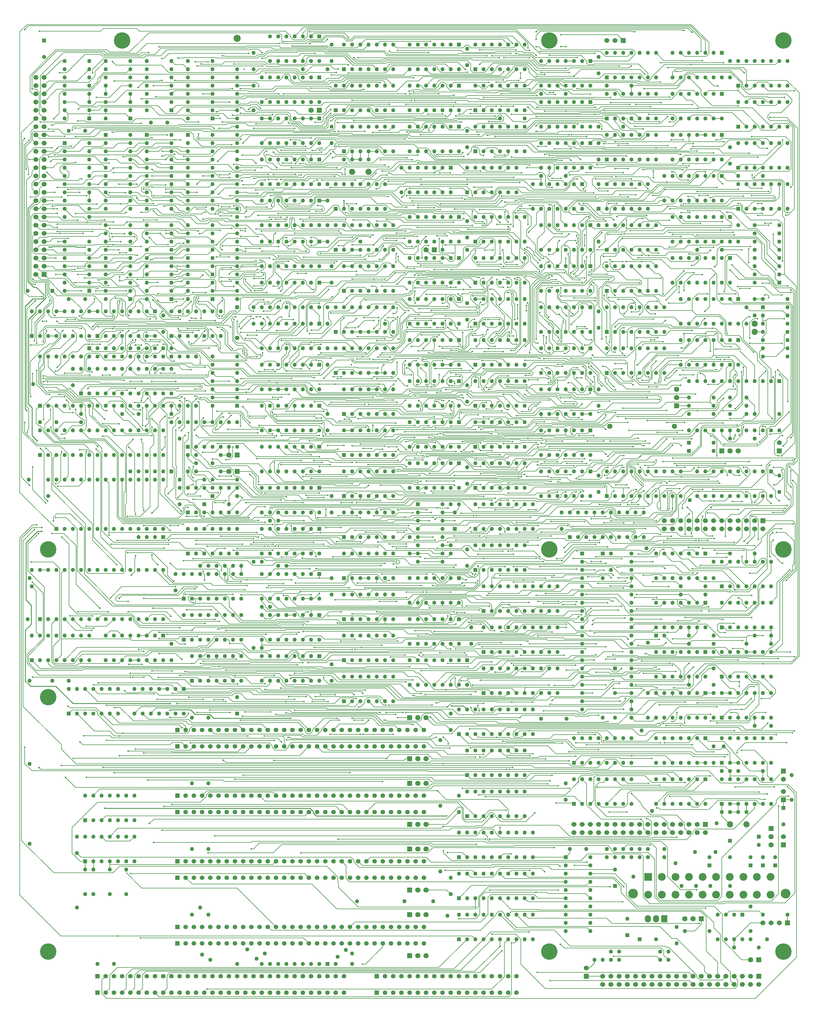
<source format=gtl>
G04*
G04  File:            MAINBOARD-V10.3.3.GTL, Thu Sep 04 11:49:13 2025*
G04  Source:          P-CAD 2006 PCB, Version 19.02.958, (D:\PCAD-2006\Projects\Pentagon-4096\Hardware\MainBoard-v10.3.3.PCB)*
G04  Format:          Gerber Format (RS-274-D), ASCII*
G04*
G04  Format Options:  Absolute Positioning*
G04                   Leading-Zero Suppression*
G04                   Scale Factor 1:1*
G04                   NO Circular Interpolation*
G04                   Inch Units*
G04                   Numeric Format: 4.4 (XXXX.XXXX)*
G04                   G54 NOT Used for Aperture Change*
G04                   Apertures Embedded*
G04*
G04  File Options:    Offset = (0.0mil,0.0mil)*
G04                   Drill Symbol Size = 80.0mil*
G04                   No Pad/Via Holes*
G04*
G04  File Contents:   Pads*
G04                   Vias*
G04                   No Designators*
G04                   No Types*
G04                   No Values*
G04                   No Drill Symbols*
G04                   Top*
G04*
%INMAINBOARD-V10.3.3.GTL*%
%ICAS*%
%MOIN*%
G04*
G04  Aperture MACROs for general use --- invoked via D-code assignment *
G04*
G04  General MACRO for flashed round with rotation and/or offset hole *
%AMROTOFFROUND*
1,1,$1,0.0000,0.0000*
1,0,$2,$3,$4*%
G04*
G04  General MACRO for flashed oval (obround) with rotation and/or offset hole *
%AMROTOFFOVAL*
21,1,$1,$2,0.0000,0.0000,$3*
1,1,$4,$5,$6*
1,1,$4,0-$5,0-$6*
1,0,$7,$8,$9*%
G04*
G04  General MACRO for flashed oval (obround) with rotation and no hole *
%AMROTOVALNOHOLE*
21,1,$1,$2,0.0000,0.0000,$3*
1,1,$4,$5,$6*
1,1,$4,0-$5,0-$6*%
G04*
G04  General MACRO for flashed rectangle with rotation and/or offset hole *
%AMROTOFFRECT*
21,1,$1,$2,0.0000,0.0000,$3*
1,0,$4,$5,$6*%
G04*
G04  General MACRO for flashed rectangle with rotation and no hole *
%AMROTRECTNOHOLE*
21,1,$1,$2,0.0000,0.0000,$3*%
G04*
G04  General MACRO for flashed rounded-rectangle *
%AMROUNDRECT*
21,1,$1,$2-$4,0.0000,0.0000,$3*
21,1,$1-$4,$2,0.0000,0.0000,$3*
1,1,$4,$5,$6*
1,1,$4,$7,$8*
1,1,$4,0-$5,0-$6*
1,1,$4,0-$7,0-$8*
1,0,$9,$10,$11*%
G04*
G04  General MACRO for flashed rounded-rectangle with rotation and no hole *
%AMROUNDRECTNOHOLE*
21,1,$1,$2-$4,0.0000,0.0000,$3*
21,1,$1-$4,$2,0.0000,0.0000,$3*
1,1,$4,$5,$6*
1,1,$4,$7,$8*
1,1,$4,0-$5,0-$6*
1,1,$4,0-$7,0-$8*%
G04*
G04  General MACRO for flashed regular polygon *
%AMREGPOLY*
5,1,$1,0.0000,0.0000,$2,$3+$4*
1,0,$5,$6,$7*%
G04*
G04  General MACRO for flashed regular polygon with no hole *
%AMREGPOLYNOHOLE*
5,1,$1,0.0000,0.0000,$2,$3+$4*%
G04*
G04  General MACRO for target *
%AMTARGET*
6,0,0,$1,$2,$3,4,$4,$5,$6*%
G04*
G04  General MACRO for mounting hole *
%AMMTHOLE*
1,1,$1,0,0*
1,0,$2,0,0*
$1=$1-$2*
$1=$1/2*
21,1,$2+$1,$3,0,0,$4*
21,1,$3,$2+$1,0,0,$4*%
G04*
G04*
G04  D10 : "Ellipse X8.0mil Y8.0mil H0.0mil 0.0deg (0.0mil,0.0mil) Draw"*
G04  Disc: OuterDia=0.0080*
%ADD10C, 0.0080*%
G04  D11 : "Ellipse X10.0mil Y10.0mil H0.0mil 0.0deg (0.0mil,0.0mil) Draw"*
G04  Disc: OuterDia=0.0100*
%ADD11C, 0.0100*%
G04  D12 : "Ellipse X15.0mil Y15.0mil H0.0mil 0.0deg (0.0mil,0.0mil) Draw"*
G04  Disc: OuterDia=0.0150*
%ADD12C, 0.0150*%
G04  D13 : "Ellipse X25.0mil Y25.0mil H0.0mil 0.0deg (0.0mil,0.0mil) Draw"*
G04  Disc: OuterDia=0.0250*
%ADD13C, 0.0250*%
G04  D14 : "Ellipse X30.0mil Y30.0mil H0.0mil 0.0deg (0.0mil,0.0mil) Draw"*
G04  Disc: OuterDia=0.0300*
%ADD14C, 0.0300*%
G04  D15 : "Ellipse X40.0mil Y40.0mil H0.0mil 0.0deg (0.0mil,0.0mil) Draw"*
G04  Disc: OuterDia=0.0400*
%ADD15C, 0.0400*%
G04  D16 : "Ellipse X5.0mil Y5.0mil H0.0mil 0.0deg (0.0mil,0.0mil) Draw"*
G04  Disc: OuterDia=0.0050*
%ADD16C, 0.0050*%
G04  D17 : "Ellipse X6.0mil Y6.0mil H0.0mil 0.0deg (0.0mil,0.0mil) Draw"*
G04  Disc: OuterDia=0.0060*
%ADD17C, 0.0060*%
G04  D18 : "Ellipse X9.8mil Y9.8mil H0.0mil 0.0deg (0.0mil,0.0mil) Draw"*
G04  Disc: OuterDia=0.0098*
%ADD18C, 0.0098*%
G04  D19 : "Ellipse X110.0mil Y110.0mil H0.0mil 0.0deg (0.0mil,0.0mil) Flash"*
G04  Disc: OuterDia=0.1100*
%ADD19C, 0.1100*%
G04  D20 : "Ellipse X200.0mil Y200.0mil H0.0mil 0.0deg (0.0mil,0.0mil) Flash"*
G04  Disc: OuterDia=0.2000*
%ADD20C, 0.2000*%
G04  D21 : "Ellipse X215.0mil Y215.0mil H0.0mil 0.0deg (0.0mil,0.0mil) Flash"*
G04  Disc: OuterDia=0.2150*
%ADD21C, 0.2150*%
G04  D22 : "Ellipse X50.0mil Y50.0mil H0.0mil 0.0deg (0.0mil,0.0mil) Flash"*
G04  Disc: OuterDia=0.0500*
%ADD22C, 0.0500*%
G04  D23 : "Ellipse X56.0mil Y56.0mil H0.0mil 0.0deg (0.0mil,0.0mil) Flash"*
G04  Disc: OuterDia=0.0560*
%ADD23C, 0.0560*%
G04  D24 : "Ellipse X60.0mil Y60.0mil H0.0mil 0.0deg (0.0mil,0.0mil) Flash"*
G04  Disc: OuterDia=0.0600*
%ADD24C, 0.0600*%
G04  D25 : "Ellipse X64.0mil Y64.0mil H0.0mil 0.0deg (0.0mil,0.0mil) Flash"*
G04  Disc: OuterDia=0.0640*
%ADD25C, 0.0640*%
G04  D26 : "Ellipse X65.0mil Y65.0mil H0.0mil 0.0deg (0.0mil,0.0mil) Flash"*
G04  Disc: OuterDia=0.0650*
%ADD26C, 0.0650*%
G04  D27 : "Ellipse X71.0mil Y71.0mil H0.0mil 0.0deg (0.0mil,0.0mil) Flash"*
G04  Disc: OuterDia=0.0710*
%ADD27C, 0.0710*%
G04  D28 : "Ellipse X75.0mil Y75.0mil H0.0mil 0.0deg (0.0mil,0.0mil) Flash"*
G04  Disc: OuterDia=0.0750*
%ADD28C, 0.0750*%
G04  D29 : "Ellipse X79.0mil Y79.0mil H0.0mil 0.0deg (0.0mil,0.0mil) Flash"*
G04  Disc: OuterDia=0.0790*
%ADD29C, 0.0790*%
G04  D30 : "Ellipse X90.0mil Y90.0mil H0.0mil 0.0deg (0.0mil,0.0mil) Flash"*
G04  Disc: OuterDia=0.0900*
%ADD30C, 0.0900*%
G04  D31 : "Ellipse X95.0mil Y95.0mil H0.0mil 0.0deg (0.0mil,0.0mil) Flash"*
G04  Disc: OuterDia=0.0950*
%ADD31C, 0.0950*%
G04  D32 : "Oval X75.0mil Y87.0mil H0.0mil 0.0deg (0.0mil,0.0mil) Flash"*
G04  Obround: DimX=0.0750, DimY=0.0870, Rotation=0.0, OffsetX=0.0000, OffsetY=0.0000, HoleDia=0.0000 *
%ADD32O, 0.0750 X0.0870*%
G04  D33 : "Oval X90.0mil Y102.0mil H0.0mil 0.0deg (0.0mil,0.0mil) Flash"*
G04  Obround: DimX=0.0900, DimY=0.1020, Rotation=0.0, OffsetX=0.0000, OffsetY=0.0000, HoleDia=0.0000 *
%ADD33O, 0.0900 X0.1020*%
G04  D34 : "Rectangle X110.0mil Y110.0mil H0.0mil 0.0deg (0.0mil,0.0mil) Flash"*
G04  Square: Side=0.1100, Rotation=0.0, OffsetX=0.0000, OffsetY=0.0000, HoleDia=0.0000*
%ADD34R, 0.1100 X0.1100*%
G04  D35 : "Rectangle X50.0mil Y50.0mil H0.0mil 0.0deg (0.0mil,0.0mil) Flash"*
G04  Square: Side=0.0500, Rotation=0.0, OffsetX=0.0000, OffsetY=0.0000, HoleDia=0.0000*
%ADD35R, 0.0500 X0.0500*%
G04  D36 : "Rectangle X56.0mil Y56.0mil H0.0mil 0.0deg (0.0mil,0.0mil) Flash"*
G04  Square: Side=0.0560, Rotation=0.0, OffsetX=0.0000, OffsetY=0.0000, HoleDia=0.0000*
%ADD36R, 0.0560 X0.0560*%
G04  D37 : "Rectangle X60.0mil Y60.0mil H0.0mil 0.0deg (0.0mil,0.0mil) Flash"*
G04  Square: Side=0.0600, Rotation=0.0, OffsetX=0.0000, OffsetY=0.0000, HoleDia=0.0000*
%ADD37R, 0.0600 X0.0600*%
G04  D38 : "Rectangle X64.0mil Y64.0mil H0.0mil 0.0deg (0.0mil,0.0mil) Flash"*
G04  Square: Side=0.0640, Rotation=0.0, OffsetX=0.0000, OffsetY=0.0000, HoleDia=0.0000*
%ADD38R, 0.0640 X0.0640*%
G04  D39 : "Rectangle X65.0mil Y65.0mil H0.0mil 0.0deg (0.0mil,0.0mil) Flash"*
G04  Square: Side=0.0650, Rotation=0.0, OffsetX=0.0000, OffsetY=0.0000, HoleDia=0.0000*
%ADD39R, 0.0650 X0.0650*%
G04  D40 : "Rectangle X71.0mil Y71.0mil H0.0mil 0.0deg (0.0mil,0.0mil) Flash"*
G04  Square: Side=0.0710, Rotation=0.0, OffsetX=0.0000, OffsetY=0.0000, HoleDia=0.0000*
%ADD40R, 0.0710 X0.0710*%
G04  D41 : "Rectangle X75.0mil Y75.0mil H0.0mil 0.0deg (0.0mil,0.0mil) Flash"*
G04  Square: Side=0.0750, Rotation=0.0, OffsetX=0.0000, OffsetY=0.0000, HoleDia=0.0000*
%ADD41R, 0.0750 X0.0750*%
G04  D42 : "Rectangle X75.0mil Y87.0mil H0.0mil 0.0deg (0.0mil,0.0mil) Flash"*
G04  Rectangular: DimX=0.0750, DimY=0.0870, Rotation=0.0, OffsetX=0.0000, OffsetY=0.0000, HoleDia=0.0000 *
%ADD42R, 0.0750 X0.0870*%
G04  D43 : "Rectangle X79.0mil Y79.0mil H0.0mil 0.0deg (0.0mil,0.0mil) Flash"*
G04  Square: Side=0.0790, Rotation=0.0, OffsetX=0.0000, OffsetY=0.0000, HoleDia=0.0000*
%ADD43R, 0.0790 X0.0790*%
G04  D44 : "Rectangle X90.0mil Y102.0mil H0.0mil 0.0deg (0.0mil,0.0mil) Flash"*
G04  Rectangular: DimX=0.0900, DimY=0.1020, Rotation=0.0, OffsetX=0.0000, OffsetY=0.0000, HoleDia=0.0000 *
%ADD44R, 0.0900 X0.1020*%
G04  D45 : "Rectangle X95.0mil Y95.0mil H0.0mil 0.0deg (0.0mil,0.0mil) Flash"*
G04  Square: Side=0.0950, Rotation=0.0, OffsetX=0.0000, OffsetY=0.0000, HoleDia=0.0000*
%ADD45R, 0.0950 X0.0950*%
G04  D46 : "Ellipse X102.0mil Y102.0mil H0.0mil 0.0deg (0.0mil,0.0mil) Flash"*
G04  Disc: OuterDia=0.1020*
%ADD46C, 0.1020*%
G04  D47 : "Ellipse X118.0mil Y118.0mil H0.0mil 0.0deg (0.0mil,0.0mil) Flash"*
G04  Disc: OuterDia=0.1180*
%ADD47C, 0.1180*%
G04  D48 : "Ellipse X133.0mil Y133.0mil H0.0mil 0.0deg (0.0mil,0.0mil) Flash"*
G04  Disc: OuterDia=0.1330*
%ADD48C, 0.1330*%
G04  D49 : "Ellipse X20.0mil Y20.0mil H0.0mil 0.0deg (0.0mil,0.0mil) Flash"*
G04  Disc: OuterDia=0.0200*
%ADD49C, 0.0200*%
G04  D50 : "Ellipse X35.0mil Y35.0mil H0.0mil 0.0deg (0.0mil,0.0mil) Flash"*
G04  Disc: OuterDia=0.0350*
%ADD50C, 0.0350*%
G04  D51 : "Ellipse X55.0mil Y55.0mil H0.0mil 0.0deg (0.0mil,0.0mil) Flash"*
G04  Disc: OuterDia=0.0550*
%ADD51C, 0.0550*%
G04  D52 : "Ellipse X70.0mil Y70.0mil H0.0mil 0.0deg (0.0mil,0.0mil) Flash"*
G04  Disc: OuterDia=0.0700*
%ADD52C, 0.0700*%
G04  D53 : "Ellipse X87.0mil Y87.0mil H0.0mil 0.0deg (0.0mil,0.0mil) Flash"*
G04  Disc: OuterDia=0.0870*
%ADD53C, 0.0870*%
G04*
%FSLAX44Y44*%
%SFA1B1*%
%OFA0.0000B0.0000*%
G04*
G70*
G90*
G01*
D2*
%LNTop*%
D10*
X101160Y129390*
Y131400D1*
D2*
D11*
X101200Y139480*
X101840Y138840D1*
D2*
D10*
X101600Y142560*
Y141720D1*
X101440Y142680D2*
Y141640D1*
X101760Y163280D2*
X100760Y164280D1*
X101480Y170000D2*
Y169760D1*
X101640Y170160D2*
X101480Y170000D1*
X101400Y172880D2*
X101640Y172640D1*
D2*
D11*
X101400Y172400*
X101200Y172600D1*
D2*
D10*
X101880Y174360*
X101800Y174440D1*
X101880Y174120D2*
Y174360D1*
X101385Y187115D2*
X101500Y187000D1*
X101680Y186280D2*
X101120Y186840D1*
X101440Y202160D2*
Y203560D1*
X101600Y202000D2*
X101440Y202160D1*
X101600Y201200D2*
Y202000D1*
X101360Y201840D2*
X101280Y201920D1*
X101160Y205560D2*
X100920Y205320D1*
X101920Y205240D2*
Y206420D1*
X101280Y204600D2*
X101920Y205240D1*
X101120Y204760D2*
X101680Y205320D1*
X103120Y128680D2*
X102880Y128920D1*
X104600Y141840D2*
Y143680D1*
X104880Y141560D2*
X104600Y141840D1*
X104000Y141560D2*
Y142000D1*
X104400Y141160D2*
X104000Y141560D1*
X104840Y141360D2*
X104440Y141760D1*
X103000Y145000D2*
X102560Y145440D1*
X102080Y151480D2*
X103400Y150160D1*
X102120Y158160D2*
X103240D1*
X102160Y158480D2*
X102600D1*
D2*
D11*
X103240Y157680*
X102720D1*
D2*
D10*
X103960Y161400*
X103520Y161840D1*
Y167360D2*
X103080Y167800D1*
X103760Y167840D2*
X104440Y167160D1*
X103400Y169800D2*
X104720Y168480D1*
X103400Y170160D2*
Y169800D1*
X103000Y170560D2*
X103400Y170160D1*
X102880Y170560D2*
X103000D1*
X102560Y170880D2*
X102880Y170560D1*
X103600Y169840D2*
X104800Y168640D1*
X103600Y170720D2*
Y169840D1*
X104360Y170160D2*
Y170400D1*
X104400Y170120D2*
X104360Y170160D1*
X104400Y169800D2*
Y170120D1*
X103000Y173000D2*
X102560Y172560D1*
X104400Y173000D2*
X104600Y172800D1*
X104000Y173000D2*
X104400D1*
X103440Y171320D2*
Y173000D1*
X104320Y172520D2*
Y171440D1*
X103920Y174600D2*
X102840Y175680D1*
X103540Y175920D2*
X103400D1*
X103640Y176020D2*
X103540Y175920D1*
X103640Y176040D2*
Y176020D1*
X103760Y176160D2*
X103640Y176040D1*
X103440Y175560D2*
X103160Y175840D1*
X103800Y174360D2*
X104160D1*
X102600Y175560D2*
X103800Y174360D1*
X104400Y174840D2*
X104480Y174760D1*
X104160Y174840D2*
X104400D1*
X102120Y175706D2*
Y176880D1*
X102192Y175633D2*
X102120Y175706D1*
X103000Y175760D2*
X103520Y175240D1*
X103720Y176640D2*
X103880Y176480D1*
X103400Y176640D2*
X103720D1*
X104000Y179000D2*
Y177720D1*
X103000Y178400D2*
Y179000D1*
X102840Y178240D2*
X103000Y178400D1*
X103960Y179560D2*
X104080D1*
X103560Y179160D2*
X103960Y179560D1*
X103560Y177560D2*
Y179160D1*
X103160Y177160D2*
X103560Y177560D1*
X103400Y178040D2*
X103000Y177640D1*
X103400Y179240D2*
Y178040D1*
X104000Y179840D2*
X103400Y179240D1*
X104080Y179840D2*
X104000D1*
X102360Y181120D2*
X102400Y181160D1*
X102360Y180880D2*
Y181120D1*
X104160Y180520D2*
X104600D1*
X103720Y180080D2*
X104160Y180520D1*
X103520Y180080D2*
X103720D1*
X103400Y182120D2*
X103800Y182520D1*
X103400Y180800D2*
Y182120D1*
X103000Y181960D2*
Y181500D1*
X103760Y182720D2*
X103000Y181960D1*
X104600Y180280D2*
X104520D1*
X103800Y181920D2*
Y182160D1*
X103600Y181720D2*
X103800Y181920D1*
X103600Y181040D2*
Y181720D1*
X103640Y181000D2*
X103600Y181040D1*
X103640Y180680D2*
Y181000D1*
X103360Y180400D2*
X103640Y180680D1*
X104200Y185560D2*
Y185840D1*
X103400Y184760D2*
X104200Y185560D1*
X103400Y184160D2*
Y184760D1*
X102400Y183160D2*
X103400Y184160D1*
X103560Y184640D2*
Y183960D1*
X104440Y185520D2*
X103560Y184640D1*
X104440Y185920D2*
Y185520D1*
X102580Y184080D2*
X103000Y184500D1*
X102560Y184080D2*
X102580D1*
X104560Y184880D2*
X104640Y184960D1*
X104560Y184240D2*
Y184880D1*
X104840Y183960D2*
X104560Y184240D1*
X104000Y184120D2*
X104400Y183720D1*
X104000Y184500D2*
Y184120D1*
X103800Y183280D2*
X103320D1*
D2*
D11*
X102520Y184400*
Y184920D1*
D2*
D10*
X104000Y188360*
X103140D1*
X103960Y187880D2*
Y186400D1*
X103800Y188040D2*
X103960Y187880D1*
X102240Y188040D2*
X103800D1*
D2*
D11*
X103720Y186120*
Y187800D1*
D2*
D10*
X102440*
X102160D1*
X102400Y188200D2*
X102160Y188440D1*
X103920Y188200D2*
X102400D1*
X104120Y188000D2*
X103920Y188200D1*
X104120Y186600D2*
Y188000D1*
X104640Y186080D2*
X104120Y186600D1*
D2*
D11*
X102560Y187440*
X102240D1*
X103480Y186520D2*
X102560Y187440D1*
X103480Y186160D2*
Y186520D1*
D2*
D10*
X104520Y190000*
X103500D1*
X104920Y189600D2*
X104520Y190000D1*
X103060Y189440D2*
X102500Y190000D1*
X102940Y190560D2*
X102500Y191000D1*
X102400Y191480D2*
X102080Y191800D1*
X103935Y191480D2*
X102400D1*
X104040Y191375D2*
X103935Y191480D1*
X104200Y193000D2*
X103500D1*
X104600Y193400D2*
X104200Y193000D1*
X103020Y193520D2*
X102500Y193000D1*
X103920Y193520D2*
X103020D1*
X104040Y193640D2*
X103920Y193520D1*
X102080Y193580D2*
X102500Y194000D1*
D2*
D11*
X104400Y192320*
X104465Y192385D1*
X104160Y192320D2*
X104400D1*
D2*
D10*
X104640Y197000*
X103500D1*
X104800Y197320D2*
X104880Y197400D1*
X104560Y197320D2*
X104800D1*
X103020Y195480D2*
X102500Y196000D1*
X103920Y195480D2*
X103020D1*
X104040Y195360D2*
X103920Y195480D1*
X102640Y197480D2*
X103040Y197880D1*
X102360Y197480D2*
X102640D1*
X102920Y197000D2*
X102500D1*
X103040Y197120D2*
X102920Y197000D1*
X103040Y197160D2*
Y197120D1*
X103360Y197480D2*
X103040Y197160D1*
X103920Y197480D2*
X103360D1*
X104000Y197560D2*
X103920Y197480D1*
X103500Y199000D2*
X104800D1*
X102960Y199460D2*
X103500Y200000D1*
X102960Y198840D2*
Y199460D1*
X102560Y198440D2*
X102960Y198840D1*
X103040Y198160D2*
X103320Y198440D1*
X102660Y200160D2*
X102500Y200000D1*
X102920Y200160D2*
X102660D1*
X103040Y200280D2*
X102920Y200160D1*
X103040Y200320D2*
Y200280D1*
X103160Y200440D2*
X103040Y200320D1*
X102040Y199460D2*
X102500Y199000D1*
X102040Y200160D2*
Y199460D1*
X102400Y200520D2*
X102040Y200160D1*
X102640Y200520D2*
X102400D1*
X102960Y200840D2*
X102640Y200520D1*
X104320Y202760D2*
X104560Y203000D1*
X104600Y202000D2*
X103500D1*
X102040Y201540D2*
Y201120D1*
X102500Y202000D2*
X102040Y201540D1*
X103440Y203560D2*
X102960Y203080D1*
X104120Y203560D2*
X103440D1*
X104360Y203800D2*
X104120Y203560D1*
X102940Y205560D2*
X102500Y206000D1*
X102080Y205420D2*
X102500Y205000D1*
X102080Y206240D2*
Y205420D1*
X102280Y206440D2*
X102080Y206240D1*
X104680Y206440D2*
X102280D1*
X102320Y204440D2*
X104440D1*
X103920Y206000D2*
X103500D1*
X104080Y205840D2*
X103920Y206000D1*
X104680Y207200D2*
X104880Y207400D1*
X104440Y207200D2*
X104680D1*
X102920Y208580D2*
X103500Y208000D1*
X103080Y209420D2*
X103500Y209000D1*
X104880Y211380D2*
Y211400D1*
X103500Y212000D2*
X104060Y212560D1*
X104400Y211920D2*
X104880Y212400D1*
X104400Y211900D2*
Y211920D1*
X103500Y211000D2*
X104400Y211900D1*
X102500Y211000D2*
X102080D1*
X102560Y211560D2*
X102920Y211200D1*
X102320Y211560D2*
X102560D1*
X102280Y211600D2*
X102320Y211560D1*
X102040Y211600D2*
X102280D1*
X107920Y117500D2*
X106920Y118500D1*
X106120Y127720D2*
X107360Y126480D1*
X107332Y130040D2*
X107080D1*
X107360Y130067D2*
X107332Y130040D1*
X105600Y131160D2*
Y131720D1*
X107400Y129360D2*
X105600Y131160D1*
X106500Y135500D2*
X106920Y135920D1*
X106640Y136200D2*
X106400Y136400D1*
X107440Y141880D2*
X107120Y141560D1*
X107440Y142000D2*
Y141880D1*
X107560Y143560D2*
X106000Y142000D1*
X107880Y141240D2*
X107800Y141160D1*
X107760Y141600D2*
X107520Y141360D1*
X106560Y148640D2*
X107560Y147640D1*
X105680Y157000D2*
X106560Y156120D1*
X105040Y159840D2*
X106720D1*
X105160Y163480D2*
X105560Y163880D1*
X105160Y163200D2*
X107760D1*
X106440Y164440D2*
X106000Y164000D1*
X105640Y167160D2*
Y167400D1*
X105560Y167080D2*
X105640Y167160D1*
X105560Y170600D2*
Y170560D1*
X106560Y170160D2*
X106960Y170560D1*
X106560Y170000D2*
Y170160D1*
X106080Y169520D2*
X106560Y170000D1*
X105640Y169520D2*
X106080D1*
X105400Y169040D2*
X106000D1*
X107360Y172080D2*
Y172560D1*
X106640Y172840D2*
Y172600D1*
X106520Y172960D2*
X106640Y172840D1*
X106520Y173400D2*
Y172960D1*
X106240Y173680D2*
X106520Y173400D1*
X106920Y173760D2*
Y173800D1*
X107120Y173560D2*
X106920Y173760D1*
X105840Y172160D2*
X107000D1*
X107120Y173920D2*
X107320Y173720D1*
X106040Y174360D2*
X105360D1*
X106240Y175080D2*
X105760Y175560D1*
X106720Y175080D2*
X106240D1*
X107720Y174080D2*
X106720Y175080D1*
X107320Y174120D2*
Y174080D1*
X106520Y174920D2*
X107320Y174120D1*
X105360Y174920D2*
X106520D1*
X105040Y175240D2*
X105360Y174920D1*
X106960Y179560D2*
X107560D1*
X106560Y179160D2*
X106960Y179560D1*
X106560Y178600D2*
Y179160D1*
X105160Y177200D2*
X106560Y178600D1*
X106200Y179760D2*
X106240D1*
X105560Y179120D2*
X106200Y179760D1*
X105560Y178120D2*
Y179120D1*
X105120Y177680D2*
X105560Y178120D1*
X105400Y181320D2*
Y181720D1*
X107720Y182520D2*
X107800Y182440D1*
X105560Y181920D2*
Y181240D1*
X105800Y182160D2*
X105560Y181920D1*
X107440Y181720D2*
X107000Y182160D1*
X107440Y180960D2*
Y181720D1*
X106360Y183520D2*
X107320D1*
X107400Y183760D2*
X107720Y183440D1*
X105240Y183760D2*
X107400D1*
X105200Y183720D2*
X105240Y183760D1*
X107160Y187400D2*
X106040Y188520D1*
X106760Y188160D2*
X107360Y187560D1*
X106760Y188240D2*
Y188160D1*
X106960Y189360D2*
X106880Y189440D1*
D2*
D11*
X107360Y192385*
X107425Y192320D1*
D2*
D10*
X105200Y193000*
X106000D1*
X105760Y195600D2*
X105360Y196000D1*
X107600Y195600D2*
X105760D1*
X107000Y196000D2*
X106000Y197000D1*
X107840Y199000D2*
X106000D1*
X106640Y199360D2*
X106400D1*
X106680Y199400D2*
X106640Y199360D1*
X107840Y200640D2*
X107640Y200440D1*
X106560Y201440D2*
X106000Y202000D1*
X107040Y202560D2*
X105160D1*
X107120Y202640D2*
X107040Y202560D1*
X107360Y202640D2*
X107120D1*
X105440Y202000D2*
Y201560D1*
X105840Y202400D2*
X105440Y202000D1*
X105400Y203400D2*
X105320Y203320D1*
X106560Y204640D2*
X106800D1*
X106520Y204600D2*
X106560Y204640D1*
X105360Y204600D2*
X106520D1*
X105120Y204360D2*
X105360Y204600D1*
X105280Y206680D2*
X105880Y206080D1*
X106960Y206880D2*
Y206600D1*
X107040Y204400D2*
X105840D1*
X106400Y208600D2*
X106000Y209000D1*
X106400Y208560D2*
Y208600D1*
Y207840D2*
Y208560D1*
X106120Y207560D2*
X106400Y207840D1*
X105360Y210920D2*
X105840Y211400D1*
X106240Y213560D2*
X105400D1*
X106000Y215000D2*
X105500D1*
X110500Y135500D2*
X109800Y136200D1*
X109760Y135920D2*
X110000Y135680D1*
Y135400*
X108160Y140760D2*
X108320Y140920D1*
X108120Y145880D2*
X109560D1*
X108560Y152880D2*
X108880Y152560D1*
X109400Y156600D2*
Y158600D1*
X108640Y167160D2*
Y167400D1*
X108560Y167080D2*
X108640Y167160D1*
X109000Y167440D2*
X108800Y167640D1*
X109000Y167000D2*
Y167440D1*
X109840Y167720D2*
X110400Y167160D1*
X108120Y170560D2*
X108440Y170880D1*
X108560Y170320D2*
X108640Y170400D1*
X108560Y170160D2*
Y170320D1*
X108400Y170000D2*
X108560Y170160D1*
X109040Y168960D2*
X110880D1*
X109600Y168480D2*
X110040Y168040D1*
X108440Y171160D2*
X108160Y171440D1*
X108560Y173000D2*
X108160Y173400D1*
X108560Y171680D2*
Y173000D1*
X108640Y171600D2*
X108560Y171680D1*
X109400Y173160D2*
X109000Y173560D1*
X109400Y171720D2*
Y173160D1*
X109000Y173000D2*
Y171880D1*
X109560Y172680D2*
X110880Y171360D1*
X109560Y173240D2*
Y172680D1*
X109080Y173720D2*
X109560Y173240D1*
X110560Y172720D2*
X110880Y172400D1*
X110560Y173000D2*
Y172720D1*
X109680Y173880D2*
X110560Y173000D1*
X110160Y175920D2*
X110360Y175720D1*
X109080Y175320D2*
X108840Y175080D1*
X108800Y177120D2*
X109360D1*
X108600Y177320D2*
X108800Y177120D1*
X108600Y178600D2*
Y177320D1*
X109000Y179000D2*
X108600Y178600D1*
X110560Y178880D2*
X110880Y178560D1*
X110560Y179000D2*
Y178880D1*
X110160Y179400D2*
X110560Y179000D1*
X108800Y179400D2*
X110160D1*
X108400Y179000D2*
X108800Y179400D1*
X108400Y177320D2*
Y179000D1*
X109360Y180480D2*
X110360D1*
X108480D2*
X109000D1*
X110560Y181360D2*
Y181640D1*
X110240Y181040D2*
X110560Y181360D1*
X109000Y181040D2*
X110240D1*
X109840Y182640D2*
X109440Y182240D1*
X109840Y182720D2*
Y182640D1*
X110000Y182880D2*
X109840Y182720D1*
X108560Y182240D2*
X108080Y182720D1*
X108560Y181160D2*
Y182240D1*
X108920Y180800D2*
X108560Y181160D1*
X110900Y182400D2*
X110000Y181500D1*
X108560Y184600D2*
X109640Y185680D1*
X108560Y184440D2*
Y184600D1*
X108040Y183920D2*
X108560Y184440D1*
X108280Y183680D2*
X108320Y183640D1*
X108040Y183680D2*
X108280D1*
X110000Y184500D2*
X109000D1*
X110560Y184360D2*
Y185440D1*
X109000Y187400D2*
Y187000D1*
X109720Y187400D2*
X109000D1*
X109800Y187320D2*
X109720Y187400D1*
X110040Y187320D2*
X109800D1*
X110360Y188000D2*
X110760Y187600D1*
X109000Y188000D2*
X110360D1*
X110320Y187560D2*
X110480Y187400D1*
X110360Y188320D2*
X110120D1*
X110440Y188400D2*
X110360Y188320D1*
X108520Y190240D2*
X108680Y190400D1*
X108520Y190000D2*
Y190240D1*
X110160Y191000D2*
X110560Y191400D1*
X109000Y191000D2*
X110160D1*
X108400Y189760D2*
X108560Y189600D1*
X108360Y189440D2*
X108280Y189360D1*
X109720Y192625D2*
X109655Y192560D1*
X110440Y194000D2*
X110080Y193640D1*
X108760Y195600D2*
X108360Y196000D1*
X110640Y195600D2*
X108760D1*
X110680Y195640D2*
X110640Y195600D1*
X110920Y195640D2*
X110680D1*
X110080Y197000D2*
X109000D1*
X110680Y197600D2*
X110080Y197000D1*
X109760Y195360D2*
X109800Y195400D1*
X108760Y195360D2*
X109760D1*
X108760Y200560D2*
X108200Y200000D1*
X109240Y200560D2*
X108760D1*
X109840Y200000D2*
X109000D1*
X109880Y199960D2*
X109840Y200000D1*
X110120Y199960D2*
X109880D1*
X110120D2*
X110720Y200560D1*
X110480Y202560D2*
X109640Y203400D1*
X110560Y204560D2*
X108440D1*
X109080Y206080D2*
X109720Y206720D1*
X109680Y205800D2*
X110440Y206560D1*
X108640Y207560D2*
X108520Y207680D1*
X109000Y208560D2*
Y208000D1*
Y209000D2*
X110165D1*
X110560Y209394*
X110160Y209560D2*
X110000Y209400D1*
X109200Y211400D2*
X110360Y212560D1*
Y212920*
X110040Y212480D2*
Y212840D1*
X109120Y211560D2*
X110040Y212480D1*
X109720Y213160D2*
Y213720D1*
X109400Y213560D2*
Y213960D1*
X110840Y215400*
X110600Y215600D2*
X110400Y215800D1*
X108480*
X112440Y104560D2*
X111520Y103640D1*
X112720Y116880D2*
X111920Y116080D1*
X113500Y116500D2*
Y116120D1*
X111500Y117080D2*
Y117500D1*
X112520Y121520D2*
X111500Y120500D1*
X113080Y133080D2*
X112320D1*
X112080Y132760D2*
X111480Y133360D1*
X112720Y132760D2*
X112080D1*
X111541Y132800D2*
X111827Y132514D1*
X112760Y136240D2*
X112120D1*
X113560Y138040D2*
X113320Y138280D1*
X113000Y142000D2*
X113520Y142520D1*
X113000Y142000D2*
X112600Y141600D1*
X112440Y145560D2*
X113000Y145000D1*
X111560Y145560D2*
X112440D1*
Y149160D2*
X113760D1*
X112240Y149360D2*
X112440Y149160D1*
X112240Y149640D2*
Y149360D1*
X113000Y149880D2*
X112640Y149520D1*
X113120Y152560D2*
X113400Y152840D1*
Y155200D2*
X113600Y155400D1*
X111400Y157240D2*
Y157560D1*
X113400Y160960D2*
X113560Y161120D1*
X113400Y159440D2*
Y160960D1*
X113560Y159280D2*
X113400Y159440D1*
X113480Y159120D2*
X113200Y159400D1*
Y162360D2*
X113400Y162560D1*
X112000Y170000D2*
X111440Y170560D1*
X111560Y169880D2*
X112080Y169360D1*
X111560Y170000D2*
Y169880D1*
X111160Y170400D2*
X111560Y170000D1*
X113440Y169560D2*
X113000Y170000D1*
X113560Y172760D2*
Y173280D1*
X113000Y173560D2*
X111560D1*
X113400Y173160D2*
X113000Y173560D1*
X113400Y172400D2*
Y173160D1*
X112000Y172400D2*
Y173000D1*
X113200Y171200D2*
X112000Y172400D1*
X113800Y171200D2*
X113200D1*
X113000Y176080D2*
X112920Y176160D1*
X113240Y176080D2*
X113000D1*
X112380Y174880D2*
X113600D1*
X112000Y174500D2*
X112380Y174880D1*
X113000Y179400D2*
X113400Y179800D1*
X111400Y179400D2*
X113000D1*
X113600Y179040D2*
Y179600D1*
X113120Y178560D2*
X113600Y179040D1*
X113560Y177280D2*
Y177600D1*
X113000Y180640D2*
Y181500D1*
X112560Y180200D2*
X113000Y180640D1*
X113400Y181760D2*
X113800Y182160D1*
X113080Y182200D2*
X113120Y182160D1*
X112320Y182200D2*
X113080D1*
X112160Y182040D2*
X112320Y182200D1*
X112400Y181560D2*
X112800Y181960D1*
X112400Y181360D2*
Y181560D1*
X111600Y180560D2*
X112400Y181360D1*
X111560Y180560D2*
X111600D1*
X113800Y182800D2*
X113720Y182880D1*
X112000Y181500D2*
X111300Y180800D1*
X113600Y184200D2*
X113800Y184000D1*
X113600Y184840D2*
Y184200D1*
X112720Y185440D2*
Y185680D1*
X112600Y185320D2*
X112720Y185440D1*
X112600Y184280D2*
Y185320D1*
X112880Y184000D2*
X112600Y184280D1*
X113120Y184000D2*
X112880D1*
X113400Y184080D2*
Y185600D1*
X113920Y183560D2*
X113400Y184080D1*
X111560Y184400D2*
Y185760D1*
X111840Y184120D2*
X111560Y184400D1*
X111920Y184120D2*
X111840D1*
X112080Y183960D2*
X111920Y184120D1*
X112080Y183800D2*
Y183960D1*
X111920Y183640D2*
X112080Y183800D1*
X113000Y185760D2*
Y184500D1*
X112840Y185920D2*
X113000Y185760D1*
X112640Y185920D2*
X112840D1*
X112440Y185720D2*
X112640Y185920D1*
X112440Y183920D2*
Y185720D1*
X111960Y183440D2*
X112440Y183920D1*
X111840Y183880D2*
X111040D1*
X111120Y187640D2*
X111360D1*
X111080Y187600D2*
X111120Y187640D1*
X112720Y188240D2*
Y188720D1*
X113200Y188240D2*
X113360Y188400D1*
X112720Y188240D2*
X113200D1*
X112920Y186080D2*
X112200D1*
X113840Y188640D2*
X113850Y188629D1*
X113600Y188640D2*
X113840D1*
X112200Y186400D2*
X113600D1*
X112520Y187560D2*
X111680Y188400D1*
X112120Y190400D2*
X112280Y190560D1*
Y189600D2*
X113080Y190400D1*
X112720Y191640D2*
X113560D1*
X113080Y189200D2*
X111680D1*
X113280Y190000D2*
X112720Y189440D1*
X111960Y191000D2*
X111520Y190560D1*
X111720Y193960D2*
X113320D1*
X111640Y192640D2*
X111625Y192625D1*
X111880Y192640D2*
X111640D1*
X112120D2*
X112160Y192600D1*
X111880Y192640D2*
X112120D1*
X111185Y194375D2*
X111040D1*
X111440Y194120D2*
X111185Y194375D1*
X111440Y193600D2*
Y194120D1*
X111560Y193480D2*
X111440Y193600D1*
X111560Y193240D2*
Y193480D1*
X112840Y196600D2*
X113640Y197400D1*
X113480Y196560D2*
X113360Y196440D1*
X112840Y197600D2*
X113600D1*
X111480Y198960D2*
X113400D1*
X112360Y203000D2*
X112800Y202560D1*
X111560Y201560D2*
X111960Y201960D1*
X112200D2*
X112240Y202000D1*
X111960Y201960D2*
X112200D1*
X113400Y203320D2*
X113160D1*
X113480Y203400D2*
X113400Y203320D1*
X112520Y205000D2*
X111920Y204400D1*
X112040Y206320D2*
X111800D1*
X112120Y206400D2*
X112040Y206320D1*
X111480Y210560D2*
X112920Y212000D1*
X111840Y214920D2*
X112280Y214480D1*
X111160Y216360D2*
X111440Y216080D1*
X113920*
X115920Y104080D2*
X115520Y103680D1*
X114560Y103640D2*
Y102060D1*
X115160Y104240D2*
X114560Y103640D1*
X116880Y122640D2*
X116320Y122080D1*
X114500Y135500D2*
X115320Y136320D1*
X115000Y138105D2*
X114935Y138040D1*
X114320Y139920D2*
X115680D1*
X116280Y140160D2*
X116800Y139640D1*
X115240Y143320D2*
X115000D1*
X115280Y143360D2*
X115240Y143320D1*
X116280Y143200D2*
X115800Y142720D1*
X116080Y142520D2*
X116600Y143040D1*
X116400Y141600D2*
X116000Y142000D1*
Y145000D2*
X115000D1*
X116000D2*
X116640Y145640D1*
X114400Y146760D2*
X115200Y145960D1*
X114560Y146880D2*
X115200Y146240D1*
X115900Y149520D2*
X115640D1*
X115920Y149500D2*
X115900Y149520D1*
X114120Y147440D2*
X114400Y147160D1*
X114160Y147640D2*
X114560Y147240D1*
Y152760D2*
X114160Y152360D1*
X114640Y154480D2*
X114560Y154400D1*
X114640Y154720D2*
Y154480D1*
X116640Y154360D2*
Y154840D1*
X115640Y160480D2*
X115560Y160560D1*
X115640Y160240D2*
Y160480D1*
X115240Y159520D2*
X116400Y160680D1*
X114640Y160000D2*
X114560Y160080D1*
X114640Y159760D2*
Y160000D1*
X116240Y170880D2*
X115840Y170480D1*
X115160Y170560D2*
Y170640D1*
X115560Y170160D2*
X115160Y170560D1*
X115560Y170000D2*
Y170160D1*
X116000Y170000D2*
X115560D1*
X115360Y168640D2*
Y168880D1*
X115560Y168440D2*
X115360Y168640D1*
X116640Y170160D2*
Y170400D1*
X116600Y170120D2*
X116640Y170160D1*
X116600Y169720D2*
Y170120D1*
X116880Y169440D2*
X116600Y169720D1*
X116880Y168280D2*
Y169440D1*
X116400Y169840D2*
X116120Y169560D1*
X116000Y173000D2*
Y171400D1*
X114520Y172480D2*
X115280D1*
X115360Y173640D2*
Y173880D1*
X115680Y173400D2*
X116160Y173880D1*
X114560Y173400D2*
X115680D1*
X115000Y174500D2*
X115580Y175080D1*
X116400Y174100D2*
X116000Y174500D1*
X114360Y175080D2*
X114600D1*
X114320Y175120D2*
X114360Y175080D1*
X115560Y174600D2*
X115880Y174920D1*
X115560Y174080D2*
Y174600D1*
X115360Y179720D2*
X115240Y179600D1*
X115400Y179720D2*
X115360D1*
X115600Y179920D2*
X115400Y179720D1*
X116360Y179400D2*
X116560Y179600D1*
X115800Y179400D2*
X116360D1*
X115600Y179200D2*
X115800Y179400D1*
X115600Y178680D2*
Y179200D1*
X115840Y178440D2*
X115600Y178680D1*
X116200Y179560D2*
X116400Y179760D1*
X115520Y179560D2*
X116200D1*
X115360Y179400D2*
X115520Y179560D1*
X114840Y179400D2*
X115360D1*
X114560Y179120D2*
X114840Y179400D1*
X114560Y178600D2*
Y179120D1*
X116400Y179000D2*
X116000D1*
X116800Y179400D2*
X116400Y179000D1*
X116560Y177400D2*
Y177640D1*
X116360Y177200D2*
X116560Y177400D1*
X115000Y178600D2*
Y179000D1*
X115400Y178200D2*
X115000Y178600D1*
X114640Y180800D2*
Y181040D1*
X114520Y180680D2*
X114640Y180800D1*
X114280Y180680D2*
X114520D1*
X116560Y180120D2*
X116840Y180400D1*
X116120Y180560D2*
X115880D1*
X116400Y180280D2*
X116120Y180560D1*
X115760Y181960D2*
X116000D1*
X115600Y181800D2*
X115760Y181960D1*
X115600Y181320D2*
Y181800D1*
X115880Y181040D2*
X115600Y181320D1*
X114600Y180400D2*
X115360D1*
X115700Y180800D2*
X115000Y181500D1*
X114720Y181880D2*
X114380D1*
X115000Y182160D2*
X114720Y181880D1*
X115252Y182160D2*
X115000D1*
X115280Y182187D2*
X115252Y182160D1*
X116440Y185560D2*
Y185060D1*
X114480Y184960D2*
X114460D1*
X114640Y185120D2*
X114480Y184960D1*
X114640Y185520D2*
Y185120D1*
X116120Y183840D2*
X116920D1*
X115560Y184400D2*
X116120Y183840D1*
X115560Y185280D2*
Y184400D1*
X115160Y185680D2*
X115560Y185280D1*
X116420Y184080D2*
X116000Y184500D1*
X114600Y186400D2*
X114400Y186200D1*
X114600Y187000D2*
Y186400D1*
X114200Y187400D2*
X114600Y187000D1*
Y186400D2*
X116600D1*
X115040Y187360D2*
X115840Y186560D1*
X115040Y187640D2*
Y187360D1*
X114280Y188400D2*
X115040Y187640D1*
X116560Y187560D2*
X116000Y187000D1*
X115240Y190880D2*
X115920Y191560D1*
X114880Y190880D2*
X115240D1*
X114560Y190560D2*
X114880Y190880D1*
Y189440D2*
X115840Y190400D1*
X114600Y191320D2*
X114840D1*
X114520Y191400D2*
X114600Y191320D1*
X115120Y190400D2*
X115280Y190560D1*
X116720Y190800D2*
X116480D1*
X116920Y191000D2*
X116720Y190800D1*
X116000Y191000D2*
X116400Y191400D1*
X115600Y189600D2*
X116000Y190000D1*
X114800Y193680D2*
X114480Y194000D1*
X114800Y193240D2*
Y193680D1*
X114160Y192600D2*
X114800Y193240D1*
X115440Y193560D2*
X116000Y193000D1*
X115440Y194000D2*
Y193560D1*
X115840Y194400D2*
X115440Y194000D1*
X116120Y196560D2*
X116560Y197000D1*
X115320Y196560D2*
X116120D1*
X116520Y197600D2*
X114960D1*
X116560Y197640D2*
X116520Y197600D1*
X116800Y197640D2*
X116560D1*
X114840Y199600D2*
X115800Y200560D1*
X114800Y198280D2*
Y198560D1*
X115360Y198520D2*
X116120D1*
X114880Y199000D2*
X115360Y198520D1*
X116200Y199400D2*
X115600D1*
X116600Y199000D2*
X116200Y199400D1*
X116600Y198480D2*
Y199000D1*
X116760Y198320D2*
X116600Y198480D1*
X116000Y200000D2*
X116400Y200400D1*
X115560Y199000D2*
X116000D1*
X115360Y199200D2*
X115560Y199000D1*
X115360Y199505D2*
Y199200D1*
X115480Y199625D2*
X115360Y199505D1*
X116305Y199625D2*
X115480D1*
X116560Y199880D2*
X116305Y199625D1*
X116880Y199640D2*
X116895Y199625D1*
X116640Y199640D2*
X116880D1*
X116640Y201800D2*
X116880Y201560D1*
X115000Y202000D2*
X116000D1*
X114440Y202560D2*
X115000Y202000D1*
X114440Y203000D2*
X115040Y202400D1*
X115800Y202560D2*
X114960Y203400D1*
X116400Y205640D2*
X116320Y205560D1*
X116640Y205640D2*
X116400D1*
X115000Y205000D2*
X116000D1*
X114440Y204440D2*
X115000Y205000D1*
X115320Y204560D2*
X116640D1*
X114640Y207960D2*
X114240Y207560D1*
X115600Y212400D2*
X114960Y211760D1*
X115680Y215400D2*
X115920Y215640D1*
X115600Y215800D2*
X115400Y215600D1*
X116240Y216040D2*
X115400D1*
X118800Y103920D2*
X118480Y103600D1*
X119120Y130840D2*
X119040Y130920D1*
X119360Y131040D2*
X119240Y131160D1*
D2*
D11*
X118840Y135880*
X118920Y135960D1*
D2*
D10*
X119500Y138500*
X119000Y139000D1*
X119500Y138500D2*
X119880Y138120D1*
X117500Y138500D2*
X118500D1*
X117520Y142800D2*
X119560D1*
X117560Y144600D2*
X117520Y144640D1*
X119800Y144600D2*
X117560D1*
X118400Y147880D2*
X118960Y147320D1*
X118000Y152560D2*
X119200Y151360D1*
X119280Y151600D2*
X118560Y152320D1*
X119600Y153080D2*
X118880Y153800D1*
X119040Y157320D2*
X118320Y156600D1*
X118840Y157800D2*
X118240Y158400D1*
X118880Y156840D2*
X118640Y156600D1*
X119840Y158400D2*
X118840D1*
X119720Y161560D2*
X119560Y161720D1*
X118200Y162840D2*
X118480Y163120D1*
X118200Y162160D2*
Y162840D1*
X119360Y164520D2*
X119440Y164600D1*
X119360Y163040D2*
Y164520D1*
X118600Y162280D2*
X119360Y163040D1*
X119560Y164320D2*
X119640Y164400D1*
X119440Y165280D2*
X119160Y165560D1*
X119640Y165600D2*
X119560Y165680D1*
X118240Y168040D2*
Y169200D1*
X119160Y170240D2*
X119560Y170640D1*
X117600Y173160D2*
X118320Y173880D1*
X117600Y172840D2*
Y173160D1*
X118480Y171960D2*
X117600Y172840D1*
X119680Y172040D2*
X119840D1*
X119120Y171480D2*
X119680Y172040D1*
X118720Y171480D2*
X119120D1*
X117400Y173240D2*
Y172760D1*
X119560Y171240D2*
X119800Y171480D1*
X119560Y172680D2*
X119800Y172440D1*
X119560Y173040D2*
Y172680D1*
X119160Y173440D2*
X119560Y173040D1*
X118440Y173440D2*
X119160D1*
X118000Y173000D2*
X118440Y173440D1*
X119000Y172000D2*
Y173000D1*
X117600Y171080D2*
X118240Y171720D1*
X119480Y174920D2*
X119600Y174800D1*
X119720Y174040D2*
X118200D1*
X118560Y179840D2*
X118960Y179440D1*
X117380Y177880D2*
X119880D1*
X119000Y178440D2*
X118400Y179040D1*
X119360Y178440D2*
X119000D1*
X117440Y177420D2*
Y177400D1*
X117520Y177500D2*
X117440Y177420D1*
X118000Y177500D2*
X117520D1*
X117920Y181040D2*
X118560Y180400D1*
X119840Y182400D2*
Y182080D1*
X119380Y181500D2*
X119000D1*
X118240Y180480D2*
X118000D1*
X118400Y180320D2*
X118240Y180480D1*
X119000Y180400D2*
X117212Y182187D1*
X118800Y181080D2*
X119240Y180640D1*
X118720Y181080D2*
X118800D1*
X118520Y181280D2*
X118720Y181080D1*
X118520Y182040D2*
Y181280D1*
X118160Y182400D2*
X118520Y182040D1*
X119000Y184500D2*
X119660Y185160D1*
X117680Y185240D2*
X118920Y184000D1*
X117640Y185240D2*
X117680D1*
X118160Y183280D2*
X118320Y183120D1*
X117640Y185040D2*
X117600D1*
X118920Y183760D2*
X117640Y185040D1*
X119840Y183760D2*
X118920D1*
X119400Y185680D2*
X119640D1*
X119280Y185560D2*
X119400Y185680D1*
X117640Y185560D2*
X119280D1*
X117360Y185840D2*
X117640Y185560D1*
X117880Y184440D2*
Y184480D1*
X117600Y184160D2*
X117880Y184440D1*
X117600Y183840D2*
Y184160D1*
X117920Y183520D2*
X117600Y183840D1*
X117160Y183600D2*
Y183920D1*
X119400Y187400D2*
X119000Y187000D1*
X119640Y188760D2*
X119509Y188629D1*
X119400Y188000D2*
X119000D1*
X119520Y188120D2*
X119400Y188000D1*
X117120Y188040D2*
X117080Y188000D1*
X117360Y188040D2*
X117120D1*
X117600Y186640D2*
X117640Y186600D1*
X117360Y186640D2*
X117600D1*
X119400Y190000D2*
X119760Y189640D1*
X119000Y190000D2*
X119400D1*
X119000Y194000D2*
X119440Y193560D1*
X119000Y194000D2*
X118360D1*
X117640D2*
X118240Y193400D1*
X118600Y192640D2*
X117160D1*
X119520Y194400D2*
X119920Y194000D1*
X118640Y194400D2*
X119520D1*
X118600Y194360D2*
X118640Y194400D1*
X118360Y194360D2*
X118600D1*
X118120D2*
X118080Y194400D1*
X118360Y194360D2*
X118120D1*
X119360Y192400D2*
X119760Y192800D1*
X119640Y195880D2*
X119800Y195720D1*
X117280Y197400D2*
X117440Y197560D1*
X117200Y197000D2*
X117880Y196320D1*
X119480Y196520D2*
X119000Y197000D1*
X117440Y196120D2*
X119880D1*
X118360Y197320D2*
X118120D1*
X118440Y197400D2*
X118360Y197320D1*
X119400Y197400D2*
X118440D1*
X117920Y198400D2*
X117840Y198320D1*
X119560Y198400D2*
X117920D1*
X119920Y198040D2*
X119560Y198400D1*
X119000Y199000D2*
X118360D1*
X119000Y199625D2*
Y200000D1*
X117400Y202000D2*
X119000D1*
X117760Y202400D2*
X117600Y202560D1*
X119240Y203400D2*
X119640Y203000D1*
X118720Y203400D2*
X119240D1*
X118320Y203000D2*
X118720Y203400D1*
X119400Y202600D2*
X119000Y203000D1*
X119160Y203640D2*
X119400D1*
X119080Y203560D2*
X119160Y203640D1*
X118240Y203560D2*
X119080D1*
X118120Y203440D2*
X118240Y203560D1*
X117880Y203440D2*
X118120D1*
X117440Y204560D2*
X117280Y204400D1*
X117080Y205000D2*
X119000D1*
X119760Y204400D2*
X117880D1*
X119600Y209600D2*
X119000Y209000D1*
X119840Y207240D2*
X119680Y207080D1*
X118320Y208600D2*
X117360Y209560D1*
X119640Y208600D2*
X118320D1*
X119640Y212640D2*
X119400D1*
X119680Y212600D2*
X119640Y212640D1*
X117320Y210640D2*
X117080D1*
X117360Y210600D2*
X117320Y210640D1*
X117600Y212640D2*
X117520Y212560D1*
X117840Y212640D2*
X117600D1*
X118720Y211440D2*
X118840Y211560D1*
X119400Y211400D2*
X119000Y211000D1*
Y215000D2*
X119440Y214560D1*
X118080Y215280D2*
X118720Y215920D1*
X117840Y215280D2*
X118080D1*
X117800Y214480D2*
X118680Y213600D1*
X120750Y115500D2*
X121530Y114720D1*
X121750Y131500D2*
X121290Y131040D1*
X121200Y133360D2*
X120920Y133080D1*
X121200Y133600D2*
Y133360D1*
X121600Y134000D2*
X121200Y133600D1*
X121120Y134200D2*
X120720Y134600D1*
X120750Y133920D2*
X120350Y134320D1*
X120750Y133500D2*
Y133920D1*
X121480Y134400D2*
X121080Y134800D1*
Y135400D2*
Y135520D1*
Y135400D2*
X120720Y135040D1*
D2*
D11*
X121360Y135960*
X121920Y135400D1*
D2*
D10*
X120280Y140160*
X120040D1*
X120320Y140200D2*
X120280Y140160D1*
X122500Y139500D2*
X122120Y139880D1*
X120920Y140640D2*
X121000Y140560D1*
X120680Y140640D2*
X120920D1*
X120640Y139640D2*
X121440Y138840D1*
X122560Y143520D2*
X122400Y143360D1*
X122760Y143320D2*
X122640Y143200D1*
X122900Y142500D2*
X122500D1*
X122360Y143720D2*
X122200Y143560D1*
X122920Y141440D2*
X122720Y141240D1*
X122840Y143040D2*
X122920Y143120D1*
X121800Y141600D2*
X122320Y142120D1*
X121520Y141600D2*
X121800D1*
X121520Y145640D2*
X121920Y146040D1*
X122160Y144880D2*
X120080D1*
X121440Y149000D2*
X121680D1*
X121080Y149360D2*
X121440Y149000D1*
X121080Y149680D2*
Y149360D1*
X121280Y149880D2*
X121080Y149680D1*
X121720Y148720D2*
X121920Y148920D1*
X122500Y149500D2*
X121920D1*
X121500*
X121920Y148920D2*
Y149500D1*
X120500Y150160D2*
X120660Y150320D1*
X122880Y152840D2*
Y152600D1*
X122120Y150920D2*
X120520D1*
X120210Y150210D2*
Y150200D1*
X120680Y150680D2*
X120210Y150210D1*
X121880Y150680D2*
X120680D1*
X122920Y153920D2*
X122500Y153500D1*
X120680Y155640D2*
X122920D1*
X120240Y158560D2*
X120160Y158640D1*
X120480Y158560D2*
X120240D1*
X120600Y160480D2*
Y160000D1*
X120760Y160640D2*
X120600Y160480D1*
X121000Y160640D2*
X120760D1*
X120440Y160080D2*
X120120Y159760D1*
X120440Y160560D2*
Y160080D1*
X120760Y160880D2*
X120440Y160560D1*
X121680Y160880D2*
X120760D1*
X122400Y160160D2*
X121680Y160880D1*
X122400Y159640D2*
Y160160D1*
X122760Y159280D2*
X122400Y159640D1*
X120840Y159520D2*
X122160D1*
X121280Y161200D2*
X120920Y161560D1*
X121600Y161200D2*
X121280D1*
X122560Y160240D2*
X121600Y161200D1*
X122560Y159720D2*
Y160240D1*
X122760Y159520D2*
X122560Y159720D1*
X121400Y163400D2*
X121640D1*
X121000Y163000D2*
X121400Y163400D1*
X121640Y164240D2*
X121400Y164480D1*
X121600Y164840D2*
X121880Y164560D1*
X121800Y162240D2*
X121000D1*
X122560Y163000D2*
X121800Y162240D1*
X122560Y163120D2*
Y163000D1*
X122840Y163400D2*
X122560Y163120D1*
X122000Y163800D2*
Y163000D1*
X122200Y164000D2*
X122000Y163800D1*
X121720D2*
X121000Y164520D1*
X122000Y163800D2*
X121720D1*
X121160Y165400D2*
Y165480D1*
X121400Y165160D2*
X121160Y165400D1*
X121680Y165360D2*
X121600Y165280D1*
X121680Y165600D2*
Y165360D1*
X121600Y166000D2*
X122000D1*
X121000Y166600D2*
X121600Y166000D1*
X121000Y167000D2*
Y166600D1*
X121880Y167560D2*
X122000D1*
X121560Y167880D2*
X121880Y167560D1*
X122000Y166440D2*
X122280D1*
X121400Y167040D2*
X122000Y166440D1*
X121080Y168920D2*
Y169720D1*
X120600Y168440D2*
X121080Y168920D1*
X122040Y169400D2*
X122360Y169080D1*
X120600Y170360D2*
X120200Y169960D1*
X122400Y170640D2*
X121800Y170040D1*
X120400Y169120D2*
X120680Y169400D1*
X122040Y173840D2*
X121560Y173360D1*
X122280Y173480D2*
X122400Y173360D1*
X122600Y171160D2*
X122920Y171480D1*
X120400Y173280D2*
X120040Y173640D1*
Y172240D2*
Y172560D1*
X122440Y173720D2*
X122280Y173880D1*
X121080Y173640D2*
X121400Y173320D1*
X120840Y173640D2*
X121080D1*
X122760Y175400D2*
X122600Y175560D1*
X122760Y175200D2*
Y175400D1*
X122600Y175040D2*
X122760Y175200D1*
X121880Y175040D2*
X122600D1*
X122120Y174160D2*
X121880D1*
X122520Y179040D2*
Y178160D1*
X122120Y179440D2*
X122520Y179040D1*
X120360Y177400D2*
X121400D1*
X122640Y179840D2*
X121040D1*
X120720Y178040D2*
X121080Y177680D1*
X121720Y177920D2*
X121440Y178200D1*
X121160Y180440D2*
Y180760D1*
X121320Y180280D2*
X121160Y180440D1*
X120080Y182160D2*
X122360D1*
X121640Y180520D2*
X121400D1*
X122600Y181480D2*
X121640Y180520D1*
X122600Y181640D2*
Y181480D1*
X121560Y185240D2*
X121760Y185440D1*
X121560Y184520D2*
Y185240D1*
X120960Y183920D2*
X121560Y184520D1*
X120120Y183920D2*
X120960D1*
X120040Y184000D2*
X120120Y183920D1*
X122120Y185560D2*
X122320Y185360D1*
X122120Y185840D2*
Y185560D1*
X120640Y184920D2*
X121400Y185680D1*
X120600Y184920D2*
X120640D1*
X120400Y184720D2*
X120600Y184920D1*
X120400Y184160D2*
Y184720D1*
X122600Y184520D2*
Y183640D1*
X121960Y185160D2*
X122600Y184520D1*
X121760Y183640D2*
X122000D1*
X121720Y183680D2*
X121760Y183640D1*
X121400Y183680D2*
X121720D1*
X121960Y186400D2*
X122320D1*
X121760Y186200D2*
X121960Y186400D1*
X122320D2*
Y186040D1*
X122840Y188920D2*
X122480Y188560D1*
X121240Y186400D2*
X121400Y186560D1*
X121000Y188000D2*
X120560Y187560D1*
X120200Y188120D2*
X120480Y188400D1*
X120600Y186600D2*
X121000Y187000D1*
X122080Y186160D2*
X121960Y186040D1*
X120240Y189640D2*
X120320Y189560D1*
X120360Y191000D2*
X120800Y191440D1*
X120600Y193400D2*
X121000Y193000D1*
X122440Y193960D2*
X122760D1*
X122040Y194280D2*
X122280D1*
X121920Y194400D2*
X122040Y194280D1*
X120120Y194400D2*
X121920D1*
X121840Y196160D2*
X122520Y195480D1*
X120240Y196160D2*
X121840D1*
X120080Y196320D2*
X120240Y196160D1*
X120440Y196360D2*
X120280Y196520D1*
X122720Y196360D2*
X120440D1*
X122920Y196560D2*
X122720Y196360D1*
X121320Y195960D2*
X122120Y195160D1*
X120040Y195960D2*
X121320D1*
X120480Y196720D2*
X120080D1*
X120640Y196560D2*
X120480Y196720D1*
X121120Y196560D2*
X120640D1*
X121760Y197200D2*
X121120Y196560D1*
X120600Y200400D2*
X121000Y200000D1*
Y199000D2*
X122120D1*
X121000D2*
X120600Y199400D1*
X120560Y198600D2*
X120160Y199000D1*
X122520Y200400D2*
X122120Y200000D1*
X122320Y205840D2*
Y206080D1*
X122280Y205840D2*
X122320D1*
X122120Y205680D2*
X122280Y205840D1*
X122120Y205495D2*
Y205680D1*
X122240Y205375D2*
X122120Y205495D1*
X120280Y204440D2*
X120160Y204560D1*
X121720Y206000D2*
X121320Y206400D1*
X121720Y205600D2*
Y206000D1*
X122720Y204600D2*
X121720Y205600D1*
X122760Y206560D2*
X122920Y206400D1*
X120760Y207560D2*
X120360Y207960D1*
X122320Y207560D2*
X120760D1*
X121000Y209000D2*
X121400Y208600D1*
X120520Y215360D2*
X120600Y215440D1*
X120440Y214560D2*
X121000Y214000D1*
X122840Y214640D2*
X122880Y214600D1*
X122600Y214640D2*
X122840D1*
X123280Y125600D2*
X123600Y125920D1*
X123280Y125440D2*
Y125600D1*
X125280Y127400D2*
X125440Y127240D1*
X125640Y129520D2*
X125320Y129840D1*
X123750Y133500D2*
X124250Y133000D1*
X125360Y137200D2*
X124200D1*
X124920Y139080D2*
X124500Y139500D1*
X123800Y141200D2*
X124840D1*
X123680Y141080D2*
X123800Y141200D1*
X124500Y142120D2*
Y142500D1*
X124920Y145800D2*
X124680D1*
X125000Y145880D2*
X124920Y145800D1*
X125500Y144500D2*
X125920D1*
X124040Y144600D2*
Y144480D1*
X124360Y144920D2*
X124040Y144600D1*
X125080Y147480D2*
Y147360D1*
X124000Y148560D2*
X125080Y147480D1*
X125500Y151860D2*
Y152500D1*
X125800Y151560D2*
X125500Y151860D1*
X123040Y152440D2*
Y151760D1*
X123800Y151360D2*
X124080Y151080D1*
X124880Y152240D2*
Y152680D1*
X125800Y151320D2*
X124880Y152240D1*
X125125Y153400D2*
X124605Y153920D1*
X125880Y153120D2*
X125500Y153500D1*
X123560Y154880D2*
X123880Y154560D1*
X123560Y155000D2*
Y154880D1*
X124640Y155640D2*
X124000Y155000D1*
X125560Y155640D2*
X124640D1*
X123960Y159440D2*
X123400Y160000D1*
X125400Y159600D2*
X125000Y160000D1*
X125400Y161200D2*
X124320D1*
X124000Y161240D2*
Y160000D1*
X124200Y161440D2*
X124000Y161240D1*
X125640Y161440D2*
X124200D1*
X123560Y163880D2*
X123880Y163560D1*
X123560Y164000D2*
Y163880D1*
X125000Y162320D2*
Y163000D1*
X124720Y162400D2*
X123600D1*
X124360Y165560D2*
X124480Y165680D1*
X123880Y165560D2*
X124360D1*
X123560Y165880D2*
X123880Y165560D1*
X123560Y166000D2*
Y165880D1*
X124560Y167520D2*
X124360Y167320D1*
X124560Y167560D2*
Y167520D1*
X124600Y166480D2*
X124000D1*
X125160Y165920D2*
X124600Y166480D1*
X124560Y165360D2*
X124680Y165480D1*
X123360Y165360D2*
X124560D1*
X124000Y169840D2*
X124160Y169680D1*
X124000Y170000D2*
Y169840D1*
X124320Y170320D2*
X124000Y170000D1*
X124360Y170320D2*
X124320D1*
X124560Y170520D2*
X124360Y170320D1*
X124640Y170080D2*
X124400D1*
Y170840D2*
X124080Y170520D1*
X125080Y171640D2*
X124560Y171120D1*
X125360Y171640D2*
X125080D1*
X125200Y172080D2*
X124400Y171280D1*
X123440Y173400D2*
X123120Y173720D1*
X124400Y174600D2*
X124000Y175000D1*
X123400Y176480D2*
X123560Y176640D1*
X124720Y179840D2*
X125120Y179440D1*
X123240Y179200D2*
Y179240D1*
X123880Y178560D2*
X123240Y179200D1*
X123760Y177560D2*
X123400Y177920D1*
X123560Y177120D2*
X123840Y177400D1*
X124400Y180680D2*
X124720Y180360D1*
X124280Y180680D2*
X124400D1*
X123560Y181400D2*
X124280Y180680D1*
X123560Y182240D2*
Y181400D1*
X123160Y182640D2*
X123560Y182240D1*
X125560Y181880D2*
Y180480D1*
X125160Y182280D2*
X125560Y181880D1*
X125880D2*
Y180480D1*
X125200Y182560D2*
X125880Y181880D1*
X124600Y182560D2*
X125200D1*
X123400Y182120D2*
X123120Y182400D1*
X123400Y181200D2*
Y182120D1*
X123120Y180920D2*
X123400Y181200D1*
X124560Y181160D2*
X124960Y180760D1*
X124560Y181560D2*
Y181160D1*
X123800Y182320D2*
X124560Y181560D1*
X123140Y185360D2*
X124000Y184500D1*
X124760Y183640D2*
X125320D1*
X124440Y183960D2*
X124760Y183640D1*
X124440Y184760D2*
Y183960D1*
X123640Y185560D2*
X124440Y184760D1*
X123600Y185560D2*
X123640D1*
X123480Y185680D2*
X123600Y185560D1*
X125440Y184160D2*
X125160Y183880D1*
X125440Y185920D2*
Y184160D1*
X124600Y184120D2*
X124840Y183880D1*
X124600Y185240D2*
Y184120D1*
X125200Y185840D2*
X124600Y185240D1*
X124800Y188160D2*
X125440Y187520D1*
X124000Y188000D2*
X123400Y187400D1*
X124400Y187000D2*
X124000D1*
X124400Y188200D2*
Y187000D1*
X124200Y188400D2*
X124400Y188200D1*
X124200Y188600D2*
X124400Y188800D1*
X123800Y188600D2*
X124200D1*
X125120Y189840D2*
X124800Y189520D1*
X124400Y190000D2*
X124000D1*
X124400D2*
X124480Y190080D1*
X125200Y191360D2*
X124960D1*
X125240Y191400D2*
X125200Y191360D1*
X123440Y193560D2*
X124000Y193000D1*
X124720Y194360D2*
X124960D1*
X124680Y194400D2*
X124720Y194360D1*
X123200Y194400D2*
X124680D1*
X124480Y192600D2*
X125880Y194000D1*
X124227Y192600D2*
X124480D1*
X124200Y192572D2*
X124227Y192600D1*
X124960D2*
Y192240D1*
X125760Y193400D2*
X124960Y192600D1*
X123240Y195840D2*
X123120Y195720D1*
X125880Y195840D2*
X123240D1*
X124520Y197360D2*
X124760D1*
X124440Y197440D2*
X124520Y197360D1*
X125400Y195640D2*
X125600Y195440D1*
X123440Y195640D2*
X125400D1*
X123280Y195480D2*
X123440Y195640D1*
X123680Y195440D2*
X124640D1*
X123400Y195160D2*
X123680Y195440D1*
X125200Y196600D2*
X124960D1*
X125360Y196440D2*
X125200Y196600D1*
X124400D2*
X124800Y197000D1*
X124400Y196360D2*
Y196600D1*
X123680Y196360D2*
X124400D1*
X123080Y196960D2*
X123680Y196360D1*
X124720Y196680D2*
Y196360D1*
X124880Y196840D2*
X124720Y196680D1*
X125720Y196840D2*
X124880D1*
X124760Y198760D2*
X125520Y199520D1*
X125080Y198400D2*
X125280Y198200D1*
X124000Y199000D2*
X125000Y200000D1*
X124000Y199000D2*
X123600Y198600D1*
X124000Y200000D2*
X123625Y199625D1*
X124000Y203000D2*
X123600Y202600D1*
X124640Y204560D2*
X124520Y204440D1*
X123720Y206720D2*
X123880Y206560D1*
X124560Y204800D2*
X124360Y204600D1*
X124480Y208360D2*
X124440Y208400D1*
X124720Y208360D2*
X124480D1*
X125320Y208600D2*
X125920Y208000D1*
X124720Y208840D2*
X124880Y209000D1*
X124480Y208840D2*
X124720D1*
X124960Y208000D2*
X124000D1*
X125840Y207400D2*
X125680Y207240D1*
X124400Y215440D2*
X124480Y215360D1*
X125440Y215640D2*
X125200D1*
X125520Y215560D2*
X125440Y215640D1*
X125200Y214600D2*
X125480Y214880D1*
X128880Y119920D2*
X128760Y119800D1*
X128750Y131500D2*
X127930Y130680D1*
X127750Y131500D2*
X127090Y130840D1*
X127750Y133500D2*
X127250Y134000D1*
X126680Y139920D2*
X126400Y140200D1*
X127960Y139920D2*
X126680D1*
X128760Y139120D2*
X127960Y139920D1*
X126040Y138120D2*
X126280Y138360D1*
X126040Y139960D2*
X126500Y139500D1*
X126440Y138160D2*
X128640D1*
X128360Y142920D2*
X127960Y143320D1*
X127500Y142500D2*
X127080Y142920D1*
X128520Y141600D2*
X128600Y141680D1*
X127520Y143120D2*
X128560Y142080D1*
X126120Y144300D2*
Y144040D1*
X127640*
X126040Y148520D2*
Y149520D1*
X126920Y147640D2*
X126040Y148520D1*
X126920Y147520D2*
Y147640D1*
X126080Y147920D2*
X126040D1*
X126500Y147500D2*
X126080Y147920D1*
X126640Y151800D2*
X126120Y152320D1*
X128200Y151800D2*
X126640D1*
X126500Y152500D2*
X126960Y152040D1*
X126120Y153120D2*
X126500Y153500D1*
X128280Y154120D2*
X128840Y153560D1*
X127680Y154400D2*
X127640Y154360D1*
X128680Y160960D2*
X127320Y159600D1*
X128440Y159360D2*
X128360Y159280D1*
Y162560D2*
Y162520D1*
X127360Y163560D2*
X128360Y162560D1*
X126760Y164400D2*
X127160D1*
X126560Y164600D2*
X126760Y164400D1*
X126480Y166840D2*
X126080Y166440D1*
X126160Y165480D2*
X126560Y165080D1*
X127640Y171880D2*
Y171480D1*
X127440Y172080D2*
X127640Y171880D1*
X127840Y171920D2*
Y171640D1*
X127440Y172320D2*
X127840Y171920D1*
X128320Y171640D2*
X128480Y171480D1*
X128320Y172240D2*
Y171640D1*
X127680Y172880D2*
X128320Y172240D1*
X126440Y176560D2*
X127000Y176000D1*
X127960Y176040D2*
X127520Y175600D1*
X127840Y175440D2*
X128200Y175800D1*
X128400Y175000D2*
X127000D1*
X128160Y174640D2*
X128720D1*
X127920D2*
X127880Y174600D1*
X128160Y174640D2*
X127920D1*
X128680Y178800D2*
X128760Y178720D1*
X127760Y178800D2*
X128680D1*
X127120Y179440D2*
X127760Y178800D1*
X128200Y179760D2*
Y179200D1*
X127720Y179360D2*
X128120Y178960D1*
X127720Y179680D2*
Y179360D1*
X127960Y179760D2*
Y179440D1*
X127800Y179920D2*
X127960Y179760D1*
X127120Y179920D2*
X127800D1*
X126880Y179680D2*
X127120Y179920D1*
X126360Y179680D2*
X126880D1*
X127000Y180640D2*
X127960D1*
X126600Y181040D2*
X127000Y180640D1*
X127040Y180320D2*
X127640D1*
X126440Y180920D2*
X127040Y180320D1*
X127920Y180960D2*
X128600D1*
X127560Y181320D2*
X127920Y180960D1*
X127560Y181400D2*
Y181320D1*
X127000Y181960D2*
X127560Y181400D1*
X127240Y182640D2*
Y182880D1*
X127000Y184280D2*
X127400Y184680D1*
X126240Y184280D2*
X127000D1*
X126200Y184520D2*
X126840D1*
X126360Y183320D2*
X126440Y183240D1*
X126360Y183640D2*
Y183320D1*
X126560Y183840D2*
X126360Y183640D1*
X126840Y183840D2*
X126560D1*
X128440Y184840D2*
Y185160D1*
X128760Y184520D2*
X128440Y184840D1*
X128240Y183880D2*
X128680D1*
X128200Y186800D2*
X127000Y188000D1*
X128040Y188160D2*
Y188400D1*
X128920Y187280D2*
X128040Y188160D1*
X127800Y188520D2*
X128000Y188720D1*
X127800Y187920D2*
Y188520D1*
X128680Y187040D2*
X127800Y187920D1*
X127400Y188400D2*
X126040D1*
X126480Y188600D2*
X126440Y188640D1*
X127200Y188600D2*
X126480D1*
X128040Y191840D2*
X127640D1*
X126600Y190000D2*
X127000D1*
X126520Y190080D2*
X126600Y190000D1*
X127400Y189800D2*
X127200Y189600D1*
X127400Y190000D2*
Y189800D1*
X127560Y190160D2*
X127400Y190000D1*
X126400Y189400D2*
X126040Y189040D1*
X126800Y194600D2*
X128040D1*
X128920Y192600D2*
X128120Y193400D1*
X127800Y194280D2*
X128040D1*
X127720Y194360D2*
X127800Y194280D1*
X127400Y194360D2*
X127720D1*
X127480Y192400D2*
X127400Y192480D1*
X128040Y196000D2*
X128520D1*
X128160Y196720D2*
X127880Y196440D1*
X128080Y196960D2*
X127440Y197600D1*
Y196800D2*
X127240Y196600D1*
X127440Y197120D2*
Y196800D1*
X127160Y197400D2*
X127440Y197120D1*
X126880Y197400D2*
X127160D1*
X126840Y197360D2*
X126880Y197400D1*
X126600Y197360D2*
X126840D1*
X127320Y200560D2*
X127560Y200800D1*
X126400Y198200D2*
X126640Y198440D1*
X128320Y198880D2*
X128200Y199000D1*
X127000*
X127560Y200800D2*
X128600D1*
X127360Y202400D2*
X127520Y202240D1*
X126600Y202400D2*
X127360D1*
X127000Y203000D2*
X128840D1*
X126320Y201560D2*
X126440Y201440D1*
X127480Y201680D2*
X127400Y201600D1*
X126680*
X127720Y205000D2*
X128600Y205880D1*
X127240Y204600D2*
X127200Y204560D1*
X127480Y205480D2*
X127385Y205375D1*
X127240Y205600D2*
X127680Y206040D1*
X128840Y208840D2*
X128120D1*
X127640Y208640D2*
X127400D1*
X127680Y208600D2*
X127640Y208640D1*
X128360Y207080D2*
X128040Y207400D1*
X127320Y209760D2*
X127160Y209600D1*
X128320Y209760D2*
X127320D1*
X127360Y209560D2*
X127200Y209400D1*
X128720Y209720D2*
X128560Y209560D1*
X127360*
X128120Y208840D2*
X127680Y209280D1*
X127440D2*
X127680D1*
X128400Y209080D2*
X128720Y209400D1*
X127800Y210760D2*
X127640Y210600D1*
X127920Y210400D2*
X128120Y210600D1*
X127400Y211640D2*
X128520D1*
X128600Y211560*
X126200Y211640D2*
X126440D1*
X126120Y211560D2*
X126200Y211640D1*
X128440Y211280D2*
X128320Y211400D1*
X128400Y216640D2*
X128320Y216560D1*
X128080Y216720D2*
X128200Y216840D1*
X128520Y216360D2*
X128600Y216440D1*
X130750Y109500D2*
X131170Y109080D1*
X131330Y117080D2*
X131750Y117500D1*
X129750Y125500D2*
X130410Y124840D1*
X131330Y125920D2*
X131750Y125500D1*
X131280Y131400D2*
X131640Y131040D1*
X131280Y131560D2*
Y131400D1*
X130920Y131920D2*
X131280Y131560D1*
X130750Y133500D2*
X130050Y134200D1*
X130640Y138440D2*
X130720Y138360D1*
X130400Y138440D2*
X130640D1*
X129760Y138560D2*
X130120Y138200D1*
X129320Y138360D2*
X129640Y138040D1*
X130420Y139920D2*
X130000Y139500D1*
X129360Y140560D2*
X129440Y140640D1*
X131000Y139120D2*
Y139500D1*
X130720Y138840D2*
X131000Y139120D1*
X130960Y143120D2*
X131120Y143280D1*
X131000Y142500D2*
X130580Y142920D1*
X130369Y143870D2*
X130000D1*
X130400Y143840D2*
X130369Y143870D1*
X130000D2*
Y143500D1*
X131760Y146920D2*
X131640Y146800D1*
X131840Y146600D2*
X131920Y146680D1*
X130560Y144520D2*
X130160Y144920D1*
X130560Y144360D2*
Y144520D1*
X130840Y144080D2*
X130560Y144360D1*
Y149400D2*
Y149480D1*
X130920Y149040D2*
X130560Y149400D1*
X131200Y149040D2*
X130920D1*
X130000Y149120D2*
Y149500D1*
X130440Y148680D2*
X130000Y149120D1*
X130440Y148520D2*
Y148680D1*
X130840Y148120D2*
X130440Y148520D1*
X131440Y147400D2*
X131540Y147500D1*
X131440Y147360D2*
Y147400D1*
X131120Y147040D2*
X131440Y147360D1*
X130460Y147040D2*
X131120D1*
X130000Y147500D2*
X130460Y147040D1*
X130540Y147960D2*
X130000Y148500D1*
X130540Y152040D2*
X131000Y152500D1*
X131640Y155880D2*
X130720D1*
X131240Y154560D2*
X131480Y154320D1*
X131360Y153560D2*
X131720Y153920D1*
X130520Y154120D2*
X130240Y154400D1*
X130400Y157000D2*
X130080Y157320D1*
X131000Y158000D2*
X131800Y157200D1*
X129360Y157000D2*
X129280Y157080D1*
X129600Y157000D2*
X129360D1*
X130400Y160680D2*
X129440D1*
X130640Y159640D2*
X130400D1*
X130680Y159600D2*
X130640Y159640D1*
X131160Y159600D2*
X130680D1*
X131480Y159920D2*
X131160Y159600D1*
X131480Y160040D2*
Y159920D1*
X131840Y160400D2*
X131480Y160040D1*
X131200Y159400D2*
X129160D1*
X131480Y160560D2*
X131560Y160640D1*
X131240Y160560D2*
X131480D1*
X131000Y160640D2*
Y160000D1*
X131160Y160800D2*
X131000Y160640D1*
X129600Y159040D2*
X129360D1*
X129760Y162360D2*
X130000D1*
X129600Y164360D2*
Y163720D1*
X129320Y163120D2*
X129840Y162600D1*
X129320Y164400D2*
Y163120D1*
X131880Y163560D2*
X130560Y164880D1*
X131480Y166320D2*
X131000Y165840D1*
X130880Y169560D2*
X131320D1*
X130560Y169880D2*
X130880Y169560D1*
X130560Y169975D2*
Y169880D1*
X130160Y170375D2*
X130560Y169975D1*
X131320Y172200D2*
Y171880D1*
X131080Y172280D2*
X131400Y172600D1*
X131080Y171880D2*
Y172280D1*
X131880Y171080D2*
X131080Y171880D1*
X131400Y173160D2*
Y172600D1*
X131000Y173560D2*
X131400Y173160D1*
X130440Y173120D2*
X130160Y173400D1*
X130440Y172440D2*
Y173120D1*
X130800Y172080D2*
X130440Y172440D1*
X130800Y171920D2*
Y172080D1*
X131400Y177400D2*
X130360D1*
X130120Y179120D2*
Y179440D1*
X129720Y178720D2*
X130120Y179120D1*
X130560Y179880D2*
X130880Y179560D1*
X129400Y179200D2*
X129880D1*
X130440Y178440D2*
X131560D1*
X130000Y178000D2*
X130440Y178440D1*
X129680Y177160D2*
X131640D1*
X130880Y181720D2*
X129960Y180800D1*
X129880Y180560D2*
X130000D1*
X129240Y181200D2*
X129880Y180560D1*
X129400Y182160D2*
X130760D1*
X130440Y182800D2*
X130040Y182400D1*
X129640Y185640D2*
X130840D1*
X130360Y185400D2*
X131080D1*
X130680Y183800D2*
X131000Y183480D1*
X129160Y185880D2*
X130240D1*
X131080Y184520D2*
X130200D1*
X131560Y185000D2*
X131080Y184520D1*
X131560Y185280D2*
Y185000D1*
X130200Y183640D2*
X130440Y183400D1*
X129840Y183840D2*
X129360D1*
X130200Y188480D2*
X129040D1*
X130600Y187560D2*
Y188160D1*
X130080Y187040D2*
X130600Y187560D1*
X129160Y187040D2*
X130080D1*
X130440Y188680D2*
X130480Y188720D1*
X130440Y187880D2*
Y188680D1*
X130160Y187600D2*
X130440Y187880D1*
X129040Y187600D2*
X130160D1*
X129800Y190480D2*
X130040D1*
X129720Y190400D2*
X129800Y190480D1*
X129080Y190640D2*
X129320D1*
X129600Y190000D2*
X130000D1*
X129520Y189920D2*
X129600Y190000D1*
X131400Y190240D2*
X131760Y190600D1*
X131600Y190200D2*
X131800Y190400D1*
X131600Y189280D2*
Y190200D1*
X131800Y191000D2*
X131400Y191400D1*
X130320Y189240D2*
X130000D1*
X130480Y189080D2*
X130320Y189240D1*
X129520Y189640D2*
X129280Y189400D1*
X129920Y189480D2*
X129640Y189200D1*
X130040Y189480D2*
X129920D1*
X130440Y189880D2*
X130040Y189480D1*
X130440Y190400D2*
Y189880D1*
X130120Y190720D2*
X130440Y190400D1*
X129800Y190720D2*
X130120D1*
Y193880D2*
X129320D1*
X131000Y193000D2*
X130120Y193880D1*
X131440Y192880D2*
X131160Y192600D1*
X131440Y193800D2*
Y192880D1*
X131680Y194040D2*
X131440Y193800D1*
X131200Y197600D2*
Y197360D1*
X131400Y197800D2*
X131200Y197600D1*
X130960Y195680D2*
X130880Y195600D1*
X131200Y195680D2*
X130960D1*
X130560Y197560D2*
X129280D1*
X131560Y197360D2*
X131160Y196960D1*
X131760Y198560D2*
X131400Y198200D1*
X131840Y198400D2*
X131560Y198120D1*
X129720Y200480D2*
X129160Y199920D1*
X130400Y200480D2*
X129720D1*
X129280Y200680D2*
X129400Y200800D1*
X129040Y200680D2*
X129280D1*
Y199280D2*
X131400D1*
X129840Y198600D2*
X130280Y199040D1*
Y198440D2*
X130720Y198880D1*
X131400Y198600D2*
X131120D1*
X131520Y198720D2*
X131400Y198600D1*
X130800Y200560D2*
X131840D1*
X131280Y202560D2*
X131840Y202000D1*
X131000Y203560D2*
X131160Y203400D1*
X130520Y202800D2*
X130760Y202560D1*
X131280*
X130720Y202240D2*
X131200Y201760D1*
X131400Y203880D2*
X131640Y203640D1*
X130600Y203560D2*
X131000D1*
X130520Y203280D2*
Y202800D1*
X130280Y203800D2*
Y203520D1*
X130520Y203280*
X130640Y205640D2*
X130000Y205000D1*
X130600Y204040D2*
X130520D1*
X130120Y204440D2*
X130080Y204400D1*
X131720Y204280D2*
X130360D1*
X129520Y208760D2*
X129360Y208600D1*
X130000Y208000D2*
X131000D1*
X129840Y209240D2*
X129360Y209720D1*
X131280Y208400D2*
X131360Y208480D1*
X129280Y209400D2*
X129680Y209000D1*
X131880Y208520D2*
X131520Y208160D1*
Y207960*
X131120Y207560*
X129640Y212120D2*
X129360Y212400D1*
X129640Y211880D2*
Y212120D1*
X130640Y210360D2*
X130720Y210440D1*
X131320Y211560D2*
X131680Y211920D1*
X131880Y211680D2*
X131480Y211280D1*
X130520Y210360D2*
X130640D1*
X129640Y213400D2*
X130040Y213800D1*
X130400Y214880D2*
X130650Y214629D1*
X130360Y214640D2*
X130720Y214280D1*
X129200Y213600D2*
X129640Y214040D1*
X129520Y215760D2*
X129320Y215560D1*
X129480Y215360D2*
X129680Y215560D1*
X130200Y215760D2*
X129520D1*
X129680Y215560D2*
X130320D1*
X130520Y215320D2*
X130800Y215600D1*
X130040Y215320D2*
X130520D1*
X131420Y216420D2*
X131200Y216640D1*
X133280Y131440D2*
Y131600D1*
X132880Y131040D2*
X133280Y131440D1*
X133440Y132600D2*
X133600Y132440D1*
X133200Y132600D2*
X133440D1*
X132750Y132560D2*
X132550Y132760D1*
X132630Y132840D2*
X134800D1*
X132550Y132760D2*
X132630Y132840D1*
X133680Y135640D2*
X133400Y135920D1*
X133200Y135560D2*
X132960D1*
X133280Y135480D2*
X133200Y135560D1*
X133800Y138840D2*
X132660D1*
X133880Y138760D2*
X133800Y138840D1*
D2*
D11*
X133520Y139760*
X133640Y139880D1*
D2*
D10*
X132560Y139520*
X132160Y139920D1*
X132560Y139400D2*
Y139520D1*
X132920Y139040D2*
X132560Y139400D1*
X132100Y140400D2*
X133000Y139500D1*
X134000Y142500D2*
X133380Y141880D1*
X134560Y142400D2*
X134880Y142080D1*
X134560Y142800D2*
Y142400D1*
X134240Y143120D2*
X134560Y142800D1*
X133620Y143120D2*
X134240D1*
X133000Y142500D2*
X133620Y143120D1*
X134400Y142320D2*
X134800Y141920D1*
X134400Y142720D2*
Y142320D1*
X134200Y142920D2*
X134400Y142720D1*
X133880Y142920D2*
X134200D1*
X133560Y142600D2*
X133880Y142920D1*
X133560Y142480D2*
Y142600D1*
X133160Y142080D2*
X133560Y142480D1*
X132920Y145720D2*
X132840Y145640D1*
X132660Y145160D2*
X134240D1*
X132240Y146240D2*
X132280Y146280D1*
X133000Y147500D2*
X134000D1*
X134560Y147480D2*
X134080Y147960D1*
X134560Y147400D2*
Y147480D1*
X134840Y147120D2*
X134560Y147400D1*
X133560Y149400D2*
X134360Y148600D1*
X133560Y149480D2*
Y149400D1*
X133160Y149880D2*
X133560Y149480D1*
X132640Y149880D2*
X133160D1*
X132440Y150320D2*
X132720Y150600D1*
X134720Y150360D2*
X134480Y150120D1*
X134500Y152000D2*
X134000Y152500D1*
X133440Y155440D2*
X133000Y155000D1*
X134120Y154560D2*
X134560Y155000D1*
X132400Y154560D2*
X134120D1*
X133760Y154320D2*
X133880Y154200D1*
X133360Y153920D2*
X133480Y153800D1*
X133680Y154040D2*
X133600Y154120D1*
X133000Y158400D2*
X133200Y158600D1*
X133000Y158000D2*
Y158400D1*
X133600Y157800D2*
X133800Y157600D1*
X133600Y158360D2*
Y157800D1*
X132680Y158760D2*
X132440Y158520D1*
X132960Y161920D2*
X133000Y161880D1*
X132920Y161440D2*
X132600Y161760D1*
X134000Y161440D2*
X132920D1*
X134400Y167360D2*
X133640D1*
X134640Y167600D2*
X134400D1*
X134000Y169600D2*
Y170000D1*
X132400Y169600D2*
X134000D1*
X133480Y169120D2*
X133200Y168840D1*
X134760Y168960D2*
X134480Y168680D1*
X134000Y172320D2*
Y173000D1*
X133000Y172320D2*
X134000D1*
X133560Y173000D2*
X133160Y172600D1*
X133560Y173120D2*
Y173000D1*
X134160Y173720D2*
X133560Y173120D1*
X133880Y173880D2*
X133000Y173000D1*
X133920Y177480D2*
X134800D1*
X133560Y177840D2*
X133920Y177480D1*
X133560Y178160D2*
Y177840D1*
X134560Y179160D2*
X133560Y178160D1*
X132120Y179560D2*
X132440Y179880D1*
X132400Y178720D2*
X133000Y179320D1*
X132400Y177680D2*
Y178720D1*
X132120Y177400D2*
X132400Y177680D1*
X133240Y179440D2*
X133440Y179640D1*
X133240Y179120D2*
Y179440D1*
X132600Y178480D2*
X133240Y179120D1*
X132600Y177640D2*
Y178480D1*
X133000Y177240D2*
X132600Y177640D1*
X134640Y178640D2*
X134000Y178000D1*
X134760Y178640D2*
X134640D1*
X133400Y178400D2*
X133000Y178000D1*
X133400Y178720D2*
Y178400D1*
X134400Y179720D2*
X133400Y178720D1*
X134920Y180480D2*
X134560Y180120D1*
X132920Y180720D2*
X133280D1*
X132440Y180240D2*
X132920Y180720D1*
X133240Y180480D2*
X133000D1*
X133440Y180280D2*
X133240Y180480D1*
X134920Y180720D2*
X134400Y180200D1*
X134200Y181520D2*
X132120D1*
X132560Y185320D2*
Y185000D1*
X132960Y185720D2*
X132560Y185320D1*
X133280Y185720D2*
X132960D1*
X134000Y185000D2*
X133280Y185720D1*
X132160Y183800D2*
X132400D1*
X132320Y185800D2*
X132080D1*
X133840Y183480D2*
X132480D1*
X133280Y185480D2*
X133040D1*
X133440Y185320D2*
X133280Y185480D1*
X133440Y184600D2*
Y185320D1*
X133360Y184520D2*
X133440Y184600D1*
X133360Y183880D2*
Y184520D1*
X134280Y186040D2*
X134400Y186160D1*
Y187480D2*
X133320Y186400D1*
X134480Y187480D2*
X134400D1*
X132560Y186560D2*
X134000Y188000D1*
X134240Y186360D2*
X134080Y186200D1*
X133400Y188400D2*
X133000Y188000D1*
X132400Y187600D2*
Y188480D1*
X132080Y187280D2*
X132400Y187600D1*
X132560Y187200D2*
X132320Y186960D1*
X132560Y188160D2*
Y187200D1*
X132600Y190400D2*
X133000Y190000D1*
X134480Y190640D2*
X134120Y191000D1*
X134400Y191240D2*
X132040D1*
X134800Y190840D2*
X134400Y191240D1*
X134200Y190400D2*
X133760Y190840D1*
X133400Y194840D2*
X133080Y194520D1*
X133440Y193000D2*
X133000D1*
X133880Y193440D2*
X133440Y193000D1*
X133480Y192480D2*
X134000Y193000D1*
X133200Y192480D2*
X133480D1*
X133760Y194520D2*
X133600Y194680D1*
X134000Y194520D2*
X133760D1*
X132760Y193480D2*
X133000D1*
X132560Y193280D2*
X132760Y193480D1*
X132560Y192800D2*
Y193280D1*
X133280Y192080D2*
X132560Y192800D1*
X134440Y192080D2*
X133280D1*
X132880Y197560D2*
X132560Y197880D1*
X134560Y197560D2*
X132880D1*
X133600Y195960D2*
X133400Y195760D1*
X133800Y195960D2*
X133600D1*
X134000Y195760D2*
X133800Y195960D1*
X133080Y195640D2*
Y195960D1*
X132880Y195440D2*
X133080Y195640D1*
X133000Y197080D2*
X132400Y197680D1*
X133680Y195480D2*
Y195720D1*
X133600Y195400D2*
X133680Y195480D1*
X132560Y198280D2*
X132280Y198560D1*
X133520Y199520D2*
X134000Y200000D1*
X132440Y199040D2*
X132760Y199360D1*
X132400Y198200D2*
X132200Y198400D1*
X132560Y200160D2*
X132400Y200000D1*
X132560Y200200D2*
Y200160D1*
X132760Y200400D2*
X132560Y200200D1*
X134560Y201120D2*
X134800D1*
X133600Y203400D2*
X134000Y203000D1*
X134400Y202960D2*
X134880Y203440D1*
X134400Y202760D2*
Y202960D1*
X134120Y202480D2*
X134400Y202760D1*
X132560Y202560D2*
X133640D1*
X133000Y205000D2*
Y204600D1*
X133480Y205400D2*
X134600D1*
X132760Y204360D2*
X132680Y204440D1*
X133720Y206400D2*
X133840Y206280D1*
X133880Y206560D2*
X134000Y206440D1*
X132320Y207320D2*
X133000Y208000D1*
X133440Y207280D2*
X133240Y207480D1*
X134320Y207280D2*
X133440D1*
X133400Y208200D2*
X133080Y208520D1*
X133680Y207440D2*
X133400Y207720D1*
Y208200*
X133560Y208440D2*
X133240Y208760D1*
X134440Y207440D2*
X133680D1*
X134600Y207600D2*
X133840D1*
X133560Y207880*
Y208440*
X134000Y209000D2*
X134520Y208480D1*
X134480Y212840D2*
X134800Y212520D1*
X133960Y212360D2*
X133520Y212800D1*
X132840Y213400D2*
X132560Y213120D1*
X132040Y214280D2*
X132160Y214400D1*
X133520Y213120D2*
X133240Y213400D1*
X132840*
X134240Y214040D2*
X134680Y213600D1*
X134160Y213800D2*
X134560Y213400D1*
X134080Y213560D2*
X134480Y213160D1*
Y215600D2*
X134800Y215920D1*
X132120Y218440D2*
X132440Y218120D1*
Y217280*
X132600Y217120*
X133560Y218000D2*
X132920Y218640D1*
X133560Y217880D2*
Y218000D1*
X133880Y217560D2*
X133560Y217880D1*
X133880Y216600D2*
X133960Y216680D1*
X132360Y216600D2*
X133880D1*
X134320Y216360D2*
X134200Y216240D1*
X134240Y216040D2*
X134400Y216200D1*
X134120Y216520D2*
X134020Y216420D1*
X132120Y216840D2*
X132360Y216600D1*
X135250Y116000D2*
X135750Y115500D1*
D2*
D11*
X136280Y123560*
Y123360D1*
X135880Y123960D2*
X136280Y123560D1*
D2*
D10*
X135290Y123040*
X135750Y123500D1*
X136750Y131500D2*
X137450Y130800D1*
X137280Y133440D2*
Y133600D1*
X136680Y132840D2*
X137280Y133440D1*
X135200Y132840D2*
X136680D1*
X135040Y133000D2*
X135200Y132840D1*
X135280Y133320D2*
Y133600D1*
X135560Y133040D2*
X135280Y133320D1*
X135880Y133040D2*
X135560D1*
X136200Y133360D2*
X135880Y133040D1*
X136200Y133520D2*
Y133360D1*
X137600Y134920D2*
X136200Y133520D1*
X136240Y137200D2*
X137600D1*
X135640Y137800D2*
X136240Y137200D1*
D2*
D11*
X135620Y139880*
X136000Y139500D1*
D2*
D10*
X135880Y140720*
X135800Y140800D1*
X137560Y139920D2*
Y139680D1*
X135840Y138920D2*
X135720Y139040D1*
X137880Y141680D2*
X135640D1*
X137360Y141200D2*
X137480Y141080D1*
X135160Y146520D2*
X135400Y146280D1*
X137240Y144960D2*
X135460D1*
X137640Y144560D2*
X137240Y144960D1*
X135640Y147880D2*
X135380D1*
X136000Y148120D2*
Y147500D1*
X136560Y149660D2*
Y149680D1*
X136400Y149500D2*
X136560Y149660D1*
X136000Y149500D2*
X136400D1*
X136000Y152500D2*
X136420Y152920D1*
X137000Y152000D2*
Y152500D1*
X135280Y154360D2*
X135200Y154440D1*
X136840Y153160D2*
X136600D1*
X136920Y153080D2*
X136840Y153160D1*
X136600Y154960D2*
X136120Y155440D1*
X136600Y154640D2*
Y154960D1*
X135600Y157600D2*
X136000Y158000D1*
X136240Y157520D2*
X136160Y157440D1*
X137160Y157520D2*
X136240D1*
X136560Y160000D2*
X136160Y160400D1*
X136560Y159280D2*
Y160000D1*
X136720Y159120D2*
X136560Y159280D1*
X137560Y161840D2*
X135640D1*
X137800Y160400D2*
Y159600D1*
X136240Y164120D2*
X136000D1*
X136280Y164080D2*
X136240Y164120D1*
X136120Y165440D2*
X135440D1*
X136720Y167600D2*
X136440Y167880D1*
X137000Y170000D2*
X136600Y169600D1*
X137440Y170120D2*
X136960Y170600D1*
X137440Y169360D2*
Y170120D1*
X137520Y169280D2*
X137440Y169360D1*
X136440Y168120D2*
X136120Y168440D1*
X137600Y169720D2*
Y170920D1*
X137800Y169520D2*
X137600Y169720D1*
X136720Y169040D2*
X136640Y169120D1*
X136400Y168880D2*
X136320Y168960D1*
X137800Y171440D2*
X137280Y171960D1*
X137440Y172560D2*
X137840D1*
X137000Y173000D2*
X137440Y172560D1*
X136640Y171480D2*
X137280D1*
X136400Y173480D2*
X137440D1*
X136560Y175000D2*
X135760Y175800D1*
X136560Y174880D2*
Y175000D1*
X136840Y174600D2*
X136560Y174880D1*
X135560Y174840D2*
X135960Y174440D1*
X135560Y175280D2*
Y174840D1*
X135280Y175560D2*
X135560Y175280D1*
X135400Y174760D2*
X135880Y174280D1*
X135400Y175200D2*
Y174760D1*
X135200Y175400D2*
X135400Y175200D1*
X136160Y176440D2*
X136400D1*
X136080Y176520D2*
X136160Y176440D1*
X135560Y177720D2*
X135800Y177480D1*
X135560Y177840D2*
Y177720D1*
X135400Y178000D2*
X135560Y177840D1*
X137240Y178480D2*
X136960D1*
X137400Y178320D2*
X137240Y178480D1*
X137400Y177640D2*
Y178320D1*
X137000Y177240D2*
X137400Y177640D1*
X137640Y178960D2*
X135080D1*
X137720Y179040D2*
X137640Y178960D1*
X136000Y178400D2*
Y178000D1*
X136160Y178560D2*
X136000Y178400D1*
X136640Y178560D2*
X136160D1*
X137360Y181800D2*
X135800D1*
X136920Y182200D2*
X136040D1*
X137560Y182840D2*
X136920Y182200D1*
X137120Y180440D2*
X137200Y180480D1*
X136440Y180440D2*
X137120D1*
X137440Y180760D2*
X137520Y180680D1*
X136360D2*
X136880D1*
X136960Y180760*
X137440*
X135920Y185480D2*
X137000D1*
X135560Y185120D2*
X135920Y185480D1*
X137000Y184000D2*
X136000Y185000D1*
X135960Y185760D2*
X135400Y185200D1*
X136600Y187080D2*
X136280Y186760D1*
X136600Y188320D2*
Y187080D1*
X136960Y188680D2*
X136600Y188320D1*
X135440Y188120D2*
X135160Y188400D1*
X135440Y187840D2*
Y188120D1*
X136120Y187160D2*
X135440Y187840D1*
X136360Y187160D2*
X136120D1*
X135800Y191760D2*
Y191920D1*
X135640Y191600D2*
X135800Y191760D1*
X136760Y191640D2*
X136920Y191800D1*
X136760Y191480D2*
Y191640D1*
X136920Y191320D2*
X136760Y191480D1*
X135640Y192080D2*
X135520D1*
X136520Y192520D2*
X136000D1*
X137000Y193000D2*
X136520Y192520D1*
Y193480D2*
X136000D1*
X137000Y193000D2*
X136520Y193480D1*
X135440Y193120D2*
X135120Y193440D1*
X135440Y192680D2*
Y193120D1*
X135840Y192280D2*
X135440Y192680D1*
X135880Y197320D2*
X136400Y197840D1*
X136560Y197760D2*
X135880Y197080D1*
X137440Y196680D2*
X136600D1*
X137600Y196840D2*
X137440Y196680D1*
X137600Y197080D2*
Y196840D1*
X137280Y197400D2*
X137600Y197080D1*
X136800Y197400D2*
X137280D1*
X136400Y198360D2*
X136600Y198560D1*
X135640Y198880D2*
X135920Y199160D1*
X136680Y198400D2*
X136560Y198280D1*
X135880Y200720D2*
X135560Y200400D1*
X136360Y198760D2*
X136040Y198440D1*
X136120Y198960D2*
X135880Y198720D1*
X136480Y200480D2*
X136000Y200000D1*
X136800Y200480D2*
X136480D1*
X135440Y202360D2*
X135320Y202480D1*
X137560Y202360D2*
X135440D1*
X137760Y202560D2*
X137560Y202360D1*
X137440Y202720D2*
Y202760D1*
X137280Y202560D2*
X137440Y202720D1*
X135880Y202560D2*
X137280D1*
X135560Y202880D2*
X135880Y202560D1*
X135560Y203080D2*
Y202880D1*
X135200Y203440D2*
X135560Y203080D1*
X135200Y202160D2*
X135120Y202240D1*
X137760Y202160D2*
X135200D1*
X137920Y202320D2*
X137760Y202160D1*
X136000Y203000D2*
Y203640D1*
X137800D2*
X136000D1*
X137040Y203880D2*
X137000Y203840D1*
X137280Y203880D2*
X137040D1*
X137660Y204160D2*
X137040D1*
X136560Y205000D2*
X135920Y204360D1*
X136560Y205120D2*
Y205000D1*
X136880Y205440D2*
X136560Y205120D1*
X136920Y204400D2*
X137320D1*
X136600Y204080D2*
X136920Y204400D1*
X136160Y204080D2*
X136600D1*
X136400Y205400D2*
X136000Y205000D1*
X136400Y205440D2*
Y205400D1*
X136600Y205640D2*
X136400Y205440D1*
X137000Y208000D2*
X136000D1*
X137800Y208040D2*
Y207880D1*
X137360Y207120D2*
X135080D1*
X137900Y207660D2*
Y207140D1*
X137800Y207880D2*
X137700Y207780D1*
Y207460*
X137360Y207120*
X136520Y207520D2*
X137320D1*
X137480Y207680*
Y208160*
Y208480D2*
X137860Y208860D1*
Y209200*
X135920Y211280D2*
X135520Y211680D1*
X135360Y214400D2*
X135560Y214600D1*
X135360Y213600D2*
X136200Y214440D1*
X135560Y213400D2*
X135760Y213600D1*
X135480Y215280D2*
X135720Y215520D1*
X135200Y214560D2*
X135480Y214840D1*
Y215280*
X135560Y217960D2*
X135160Y217560D1*
X135560Y218640D2*
Y217960D1*
X135720Y218800D2*
X135560Y218640D1*
X136000Y218000D2*
X136400Y218400D1*
X135320Y217360D2*
X135560Y217600D1*
X137280D2*
X137760Y218080D1*
X135560Y217600D2*
X137280D1*
X135480Y217120D2*
X135800Y217440D1*
X137360*
X137840Y217920*
X136040Y217280D2*
X137640D1*
X135840Y217080D2*
X136040Y217280D1*
X140280Y115400D2*
X140680Y115000D1*
X139280Y114960D2*
Y115560D1*
X139360Y114880D2*
X139280Y114960D1*
X139360Y114320D2*
Y114880D1*
X140750Y123500D2*
X139810Y124440D1*
X139750Y123500D2*
X139050Y124200D1*
X138360Y134680D2*
X139440D1*
X138750Y133500D2*
X139490Y134240D1*
X139560Y137400D2*
X138880Y136720D1*
X139240Y139360D2*
X138440Y140160D1*
X138760Y140400D2*
X139560Y139600D1*
X140000Y142000D2*
X138200D1*
X140000D2*
X140440Y141560D1*
X139600Y146600D2*
X139280Y146920D1*
X139440Y146520D2*
X139520Y146440D1*
X139200Y146520D2*
X139440D1*
X139680Y147880D2*
X138200D1*
X140400Y152200D2*
X140920Y152720D1*
X140400Y151720D2*
Y152200D1*
X140080Y151400D2*
X140400Y151720D1*
X140560Y151640D2*
X140000Y151080D1*
X140560Y152120D2*
Y151640D1*
X140880Y152440D2*
X140560Y152120D1*
X138240Y155800D2*
X138160Y155880D1*
X138640Y154600D2*
X140600D1*
X139720Y156600D2*
X139320Y157000D1*
X140240Y157520D2*
X140800Y158080D1*
X139800Y157200D2*
X140000Y157000D1*
X138280Y156840D2*
X138920Y156200D1*
Y163400D2*
X139080Y163240D1*
X140760Y163480D2*
X140680Y163560D1*
X139720Y166560D2*
X139000Y167280D1*
X139040Y167680D2*
X138960Y167600D1*
X139280Y167680D2*
X139040D1*
X138120Y166320D2*
X138360Y166080D1*
X138760Y166560D2*
X139000Y166320D1*
X138040Y168160D2*
X140000D1*
X140080Y171360D2*
X140680D1*
X140400Y171600D2*
X140000Y172000D1*
X140920Y171120D2*
X139440D1*
X140320Y173640D2*
X140240Y173720D1*
X139680Y176520D2*
X138720D1*
X140000Y178960D2*
X139920Y179040D1*
X140640Y178560D2*
X139120D1*
X140800Y178720D2*
X140640Y178560D1*
X139600Y181840D2*
X140280Y181160D1*
X140000Y182000D2*
Y182440D1*
X138160Y183600D2*
X138440Y183320D1*
X138160Y184360D2*
Y183600D1*
X138320Y184520D2*
X138160Y184360D1*
X140520Y184520D2*
X138320D1*
X140000Y183680D2*
X139600Y183280D1*
X140000Y187000D2*
X140440Y187440D1*
X139720Y188200D2*
X139080Y187560D1*
X140360Y186080D2*
X140840Y186560D1*
X139400Y187120D2*
Y186760D1*
X140280Y188000D2*
X139400Y187120D1*
X139160Y190600D2*
X139120Y190640D1*
X139880Y190600D2*
X138840Y189560D1*
X139920Y194520D2*
X140160Y194280D1*
X139320Y193520D2*
X138080Y192280D1*
X139360Y192480D2*
X140000D1*
X140480Y192960D2*
X140000Y192480D1*
X140440Y196520D2*
X140200D1*
X140600Y196360D2*
X140440Y196520D1*
X140080Y195480D2*
X140440Y195120D1*
X140600Y196840D2*
X140880Y196560D1*
X140600Y197360D2*
Y196840D1*
X139000Y197000D2*
X138200Y196200D1*
X139240Y197440D2*
X138760D1*
X139440Y197240D2*
X139240Y197440D1*
X139440Y196960D2*
Y197240D1*
X140240Y196160D2*
X139440Y196960D1*
X139600Y201440D2*
X139840Y201200D1*
X140280Y203600D2*
X139040D1*
X140560Y203880D2*
X140280Y203600D1*
X140160Y201200D2*
Y201840D1*
X140600Y202840D2*
X140880Y202560D1*
X140600Y203000D2*
Y202840D1*
X140200Y203400D2*
X140600Y203000D1*
X139000Y203400D2*
X140200D1*
X138840Y203240D2*
X139000Y203400D1*
X138600Y203240D2*
X138840D1*
X139560Y201760D2*
X139880Y202080D1*
X140880Y204440D2*
X140560Y204120D1*
X140320Y204560D2*
X139400D1*
X140400Y204640D2*
X140320Y204560D1*
X138920Y204840D2*
X139120Y205040D1*
X138920Y204600D2*
Y204840D1*
X139440Y206040D2*
X139600Y205880D1*
X139080Y205240D2*
X138880Y205440D1*
X139280Y205880D2*
X139440Y205720D1*
X139240Y205480D2*
X139080Y205640D1*
X138840Y204200D2*
X138360D1*
X139160Y204520D2*
X138840Y204200D1*
X139160Y204640D2*
Y204520D1*
X139360Y204840D2*
X139160Y204640D1*
X138240Y206280D2*
X138320Y206200D1*
X138900Y206820D2*
X138680Y206600D1*
X140840Y209400D2*
X140560Y209120D1*
Y209000*
X140080Y208520*
X140560Y209560D2*
X140000Y209000D1*
X138160Y207680D2*
X138160Y207680D1*
X138400Y207720D2*
X138560D1*
X138960Y208120*
X138160Y207880D2*
Y207680D1*
X138400Y208120D2*
X138160Y207880D1*
X138640Y208120D2*
X138400D1*
X138880Y208360D2*
X138640Y208120D1*
X138800Y208520D2*
X138600Y208320D1*
X140080Y208520D2*
X138800D1*
X138600Y208320D2*
X138320D1*
X138400Y208600D2*
X138360D1*
X139160Y207960D2*
X138900Y207700D1*
X138160Y207680D2*
X138080Y207600D1*
X140600Y212600D2*
X140000Y212000D1*
X138640Y211600D2*
X140160D1*
X140560Y212000*
Y212120*
X140840Y212400*
X139920Y212440D2*
X140280Y212800D1*
X139760Y212640D2*
X138240D1*
X138480Y212440D2*
X139920D1*
X138200Y212160D2*
X138480Y212440D1*
X138320Y211920D2*
X138640Y211600D1*
X138160Y211680D2*
X138400Y211440D1*
Y214440D2*
X138800Y214040D1*
X139320*
X140480Y214600D2*
X140560Y214520D1*
X140080Y218400D2*
X140560Y217920D1*
Y217840*
X139960Y218080D2*
X140440Y217600D1*
X140840*
X139880Y217920D2*
X140360Y217440D1*
X138340Y216580D2*
X138080Y216840D1*
X138140Y216260D2*
X138100D1*
X138160Y216240D2*
X138140Y216260D1*
X142750Y117500D2*
X143250Y118000D1*
X141240Y117640D2*
Y117400D1*
X142750Y123500D2*
X143890Y124640D1*
X142320Y134680D2*
X141240D1*
X142560Y134240D2*
X143000Y134680D1*
X142560Y137120D2*
X142880Y137440D1*
X142560Y136800D2*
Y137120D1*
X142040Y136280D2*
X142560Y136800D1*
X141800Y136280D2*
X142040D1*
X142320Y137560D2*
X142400Y137640D1*
X141240Y137320D2*
X141160Y137400D1*
X141480Y137320D2*
X141240D1*
X141560Y136560D2*
X142000Y137000D1*
X141560Y136520D2*
Y136560D1*
X141360Y136320D2*
X141560Y136520D1*
X143000Y137000D2*
X143720Y136280D1*
X142640Y141080D2*
X142760Y141200D1*
X143440Y144560D2*
X143000Y145000D1*
X141560Y149880D2*
X141840Y149600D1*
X143600Y149360D2*
X143640Y149400D1*
X142760Y150600D2*
X142840Y150680D1*
X142000Y152000D2*
X143000D1*
X141560Y154880D2*
X141840Y154600D1*
X141560Y155000D2*
Y154880D1*
X141440Y156880D2*
X141160Y156600D1*
X141440Y156975D2*
Y156880D1*
X141840Y157375D2*
X141440Y156975D1*
X142200Y156200D2*
X143000Y157000D1*
X143600Y161600D2*
X142000D1*
X142720Y163000D2*
X143000Y163280D1*
X143560Y164880D2*
X143840Y164600D1*
X141280Y162320D2*
X141160Y162440D1*
X141520Y162320D2*
X141280D1*
X141720Y163240D2*
X142040Y163560D1*
X141840Y165400D2*
X143160D1*
X141560Y165120D2*
X141840Y165400D1*
X142360Y167800D2*
X143360D1*
X143880Y167680D2*
X143640Y167440D1*
X141400Y170400D2*
X142680D1*
X143000Y170440D2*
Y170000D1*
X142800Y170640D2*
X143000Y170440D1*
X143560Y170240D2*
Y170640D1*
X143520Y170200D2*
X143560Y170240D1*
X143520Y169960D2*
Y170200D1*
X142000Y172000D2*
X142400Y171600D1*
X141920Y173800D2*
X141840Y173880D1*
X141720Y177600D2*
X141640Y177680D1*
X142960Y178960D2*
X142240D1*
X142440Y179880D2*
X142160Y179600D1*
X141600Y178680D2*
X143160D1*
X141400Y178400D2*
X141080Y178720D1*
X142000Y182000D2*
X143000D1*
X143880Y180440D2*
X143560Y180120D1*
X142000Y185000D2*
Y185600D1*
Y185000D2*
X141280Y184280D1*
X143640Y183400D2*
X142560D1*
X143400Y185400D2*
X143000Y185000D1*
X141080Y183160D2*
X141560Y183640D1*
X142560Y187440D2*
X143000Y187000D1*
X143400Y187560D2*
X143840D1*
X143920Y188920D2*
X141560D1*
X141400Y190400D2*
X143600D1*
X142560Y189440D2*
X142000Y190000D1*
X143800Y191240D2*
X143000D1*
X142840Y191480D2*
X142440Y191080D1*
X143480Y191480D2*
X142840D1*
X143000Y193560D2*
X143240D1*
X142920Y193640D2*
X143000Y193560D1*
X141480Y193640D2*
X142920D1*
X141600Y193400D2*
X141160Y192960D1*
X143840Y194600D2*
X143560Y194880D1*
X142000Y197000D2*
X142440Y197440D1*
X142920Y195640D2*
X141160D1*
X143000Y200000D2*
X142600Y199600D1*
X143560Y200120D2*
X143840Y200400D1*
X143560Y200000D2*
Y200120D1*
X142920Y199360D2*
X143560Y200000D1*
X142560Y200560D2*
X142000Y200000D1*
X143840Y208560D2*
X143440Y208960D1*
Y209120*
X143160Y209400*
X143680Y209480D2*
X143600Y209560D1*
X142000Y209000D2*
X141360Y208360D1*
X143720Y208280D2*
X143000Y209000D1*
X142160Y211520D2*
X142400D1*
X142080Y211440D2*
X142160Y211520D1*
X141560Y215080D2*
X141240Y215400D1*
X141080Y214480D2*
X143520D1*
X142000Y217000D2*
X142640Y217640D1*
X142000Y217000D2*
X141580Y216580D1*
X142400Y216400D2*
X143000Y217000D1*
X144750Y107500D2*
Y107080D1*
X144960Y130040D2*
X144932Y130067D1*
X145200Y130040D2*
X144960D1*
X145200D2*
X145680Y130520D1*
X146210Y134040D2*
X144360D1*
X146750Y133500D2*
X146210Y134040D1*
X145160Y134680D2*
X144920D1*
X145280Y134560D2*
X145160Y134680D1*
X144840Y136520D2*
X145120D1*
X144440Y136920D2*
X144840Y136520D1*
X144440Y137120D2*
Y136920D1*
X144120Y137440D2*
X144440Y137120D1*
X144360Y137640D2*
X145000Y137000D1*
X146320Y135400D2*
X144080D1*
X145480Y143120D2*
X145400Y143040D1*
X146520Y144720D2*
X146360Y144560D1*
X145520Y145480D2*
X146000Y145000D1*
X144840Y147400D2*
X144560Y147120D1*
X144200Y147640D2*
X144280Y147720D1*
X144360Y149160D2*
X146400D1*
X144375Y152160D2*
X144095Y152440D1*
X144375Y151985D2*
Y152160D1*
X144800Y151560D2*
X144375Y151985D1*
X145120Y151560D2*
X144800D1*
X145280Y151720D2*
X145120Y151560D1*
X145520Y151720D2*
X145280D1*
X144300Y153520D2*
X144560D1*
X144280Y153500D2*
X144300Y153520D1*
X146640Y153720D2*
X146000D1*
X146800Y153880D2*
X146640Y153720D1*
X146800Y154040D2*
Y153880D1*
X146640Y154200D2*
X146800Y154040D1*
X146160Y153960D2*
X146080Y154040D1*
X146400Y153960D2*
X146160D1*
X146880Y158600D2*
X146920Y158640D1*
X144440Y157120D2*
X144185Y157375D1*
X144440Y157000D2*
Y157120D1*
X144840Y156600D2*
X144440Y157000D1*
X146840Y156600D2*
X144840D1*
X144400Y157600D2*
X145000Y157000D1*
X144680Y159440D2*
X144360Y159120D1*
X146800Y160320D2*
X146560D1*
X146880Y160400D2*
X146800Y160320D1*
X145600Y160400D2*
X146000Y160000D1*
X144800Y160400D2*
X145600D1*
X144720Y160320D2*
X144800Y160400D1*
X144480Y160320D2*
X144720D1*
X146240Y159600D2*
X146600Y159960D1*
X144440Y163320D2*
X146800D1*
X146600Y162120D2*
X146280Y162440D1*
X146600Y167680D2*
X146920Y167360D1*
X146720Y167120D2*
X146160Y166560D1*
X146095Y165440D2*
X144440D1*
X146375Y165160D2*
X146095Y165440D1*
X146375Y165105D2*
Y165160D1*
X146360Y167440D2*
X144440D1*
X146840Y165240D2*
X146600D1*
X146920Y165160D2*
X146840Y165240D1*
X144280Y169280D2*
X145000Y170000D1*
X144400Y169960D2*
X145040Y170600D1*
X144400Y169840D2*
Y169960D1*
X144120Y169560D2*
X144400Y169840D1*
X144880Y169480D2*
X144440Y169040D1*
X145040Y169480D2*
X144880D1*
X145560Y170000D2*
X145040Y169480D1*
X145560Y170095D2*
Y170000D1*
X145840Y170375D2*
X145560Y170095D1*
X146760Y169360D2*
X146280Y168880D1*
X145920Y169240D2*
X145000D1*
X146200Y169520D2*
X145920Y169240D1*
X144440Y172440D2*
X146440D1*
X145150Y172000D2*
X145000D1*
X145400Y171750D2*
X145150Y172000D1*
X145400Y171600D2*
Y171750D1*
X145160Y173680D2*
X145120Y173640D1*
X146000Y173680D2*
X145160D1*
X145000Y173920D2*
X144880Y173800D1*
X144480Y174440D2*
X144320Y174600D1*
X144160Y174440D2*
X144320Y174280D1*
X144560Y175000D2*
X144160Y175400D1*
X144560Y174880D2*
Y175000D1*
X144840Y174600D2*
X144560Y174880D1*
X145160Y174600D2*
X144840D1*
X145560Y175000D2*
X145160Y174600D1*
X145560Y175120D2*
Y175000D1*
X146080Y175640D2*
X145560Y175120D1*
X146480Y176840D2*
X145920Y176280D1*
X145000Y175440D2*
Y175000D1*
X144800Y175640D2*
X145000Y175440D1*
X144240Y175640D2*
X144800D1*
X145640Y178920D2*
X144160D1*
X144880Y178000D2*
X144600Y177720D1*
X145840Y179600D2*
X145560Y179880D1*
X146240Y179600D2*
X145840D1*
X146840Y179440D2*
X144640D1*
X145840Y178240D2*
X146360Y178760D1*
X145640Y178600D2*
X145440Y178400D1*
X145880Y178600D2*
X145640D1*
X145880D2*
X146320Y179040D1*
X145400Y182400D2*
X145000Y182000D1*
X145560Y180040D2*
X145160Y180440D1*
X146680Y181800D2*
X145800Y180920D1*
X146680Y182840D2*
Y181800D1*
X145600Y181760D2*
X145840Y181520D1*
X145480Y181280D2*
X145360Y181400D1*
X145920Y181280D2*
X145480D1*
X146480Y181840D2*
X145920Y181280D1*
X146880Y181120D2*
X146600D1*
X146880Y182640D2*
Y181120D1*
X144480Y183480D2*
X146000Y185000D1*
X146800Y185640D2*
X146320D1*
X145240Y183440D2*
X145400Y183280D1*
X145000Y183440D2*
X145240D1*
X146280Y184240D2*
X146000D1*
X146480Y184440D2*
X146280Y184240D1*
X146480Y184920D2*
Y184440D1*
X146560Y183120D2*
X146480Y183040D1*
X146560Y183800D2*
Y183120D1*
X146160Y183720D2*
X145360D1*
X146320Y183560D2*
X146160Y183720D1*
X146360Y191480D2*
X146400Y191520D1*
X146360Y190480D2*
Y191480D1*
X144560Y190120D2*
Y190000D1*
X144840Y190400D2*
X144560Y190120D1*
X145600Y190400D2*
X144840D1*
X146000Y190000D2*
X145600Y190400D1*
X145560Y191560D2*
X144600Y190600D1*
X146600Y190680D2*
Y191200D1*
X144600Y190840D2*
X145400Y191640D1*
X144360Y190840D2*
X144600D1*
X144760Y193480D2*
X144920Y193640D1*
X144760Y193280D2*
Y193480D1*
X144920Y193120D2*
X144760Y193280D1*
X146400Y193120D2*
X144920D1*
X144800Y192480D2*
X144560Y192240D1*
X145880Y192440D2*
X145560Y192120D1*
X146360Y192440D2*
X145880D1*
X145800Y192640D2*
X146880D1*
X145400Y192240D2*
X145800Y192640D1*
X146640Y196560D2*
X146440Y196360D1*
X145360Y196560D2*
X145520Y196720D1*
X146200Y197200D2*
X145760Y197640D1*
X146880Y195720D2*
X145200D1*
X145160Y197440D2*
X145720Y196880D1*
X145160Y198480D2*
X145400D1*
X145080Y198560D2*
X145160Y198480D1*
X144240Y200400D2*
X144680Y200840D1*
X146280Y199160D2*
X146840Y199720D1*
X144520Y199760D2*
X144200Y199440D1*
X144520Y200080D2*
Y199760D1*
X145040Y200600D2*
X144520Y200080D1*
X146040Y201600D2*
X144680D1*
X146840Y202400D2*
X146040Y201600D1*
X145240Y201080D2*
X144480D1*
X145720Y201840D2*
X146600Y202720D1*
X144120Y201840D2*
X145720D1*
Y201320D2*
X145920Y201120D1*
X145480Y201320D2*
X145720D1*
X144440Y204120D2*
X144120Y204440D1*
X144360Y206520D2*
X145520D1*
X145000Y207880D2*
X144920Y207960D1*
X145000Y212400D2*
X144800Y212600D1*
X145000Y212000D2*
Y212400D1*
X144120D2*
X144160Y212360D1*
X144400*
X145200Y212800D2*
X146000Y212000D1*
X145560Y214120D2*
X145880Y214440D1*
X145560Y214000D2*
Y214120D1*
X145080Y213520D2*
X145560Y214000D1*
X144880Y215240D2*
X144720Y215080D1*
X144920Y214880D2*
X145080Y215040D1*
X145400Y214440D2*
X145600Y214640D1*
X145400Y214400D2*
Y214440D1*
X145000Y214000D2*
X145400Y214400D1*
X145120Y214680D2*
X145280Y214840D1*
X146000Y217000D2*
X146400Y216600D1*
X145720Y216040D2*
X145560Y216200D1*
X147560Y130000D2*
X147360Y129800D1*
X148000Y130000D2*
X147560D1*
X149750Y133500D2*
X148850Y134400D1*
X149480Y134840D2*
X149200Y134560D1*
X148200Y134160D2*
X148440D1*
X148120Y134240D2*
X148200Y134160D1*
X148640Y137680D2*
X148400D1*
X148720Y137600D2*
X148640Y137680D1*
X148080Y137920D2*
X149440D1*
X149800Y135480D2*
X149480Y135160D1*
X148800Y140440D2*
X148520Y140720D1*
X149160Y140440D2*
X148800D1*
X148000Y139000D2*
X148840Y138160D1*
X147800Y140000D2*
X149000D1*
X147240Y140560D2*
X147800Y140000D1*
X149160Y142640D2*
X149400Y142400D1*
X148600D2*
X149000Y142000D1*
X149840Y146600D2*
X149560Y146880D1*
X147800Y145189D2*
X147269Y145720D1*
X147520Y144560D2*
X147040Y144080D1*
X149240Y144960D2*
X149000D1*
X149280Y144920D2*
X149240Y144960D1*
X149560Y148760D2*
X149080Y148280D1*
X149560Y149120D2*
Y148760D1*
X149840Y149400D2*
X149560Y149120D1*
X149400Y149200D2*
X149760Y149560D1*
X149400Y148840D2*
Y149200D1*
X149000Y148440D2*
X149400Y148840D1*
X147360Y149640D2*
X147600D1*
X147320Y149600D2*
X147360Y149640D1*
X148560Y149200D2*
X149240Y149880D1*
X148560Y149000D2*
Y149200D1*
X148160Y148600D2*
X148560Y149000D1*
X149000Y149400D2*
Y149000D1*
X149320Y149720D2*
X149000Y149400D1*
X149640Y150280D2*
X147600D1*
X148160Y153600D2*
X147400Y154360D1*
X149000Y155000D2*
X148000D1*
X148400Y158640D2*
X148440Y158600D1*
X147640Y157400D2*
X147200Y156960D1*
X147960Y158080D2*
X148440Y157600D1*
X148840Y156640D2*
X148600D1*
X148880Y156600D2*
X148840Y156640D1*
X149440Y158440D2*
X149000Y158000D1*
X148080Y159440D2*
X148265Y159625D1*
X147400Y159440D2*
X148080D1*
X148640Y159400D2*
X148400Y159160D1*
X148000Y161560D2*
X147400Y160960D1*
X148600Y161400D2*
X148000Y160800D1*
X149880Y160320D2*
X149800Y160400D1*
X147800Y161720D2*
X147280Y161200D1*
X149000Y164480D2*
X149240D1*
X148960Y164440D2*
X149000Y164480D1*
X149160Y163800D2*
X149080Y163880D1*
X149400Y163800D2*
X149160D1*
X149120Y162560D2*
X149560Y163000D1*
X147560Y162560D2*
X149120D1*
X148760Y163640D2*
X148680Y163720D1*
X149000Y163640D2*
X148760D1*
X147880Y164720D2*
X149800D1*
X147760Y164600D2*
X147880Y164720D1*
X148360Y163560D2*
X148520Y163400D1*
X147360Y162360D2*
X149880D1*
X147120Y162600D2*
X147360Y162360D1*
X149160Y167360D2*
X149320Y167200D1*
X149600Y166400D2*
X147600D1*
X149720Y166640D2*
X148640D1*
X149880Y166800D2*
X149720Y166640D1*
X149880Y166880D2*
Y166800D1*
X147320Y165840D2*
X147600Y165560D1*
X149640Y166880D2*
X147640D1*
X148360Y167600D2*
Y167840D1*
X147800Y168640D2*
X147880Y168720D1*
X147560Y168640D2*
X147800D1*
X148600Y169120D2*
X147040D1*
X149640Y170320D2*
X149400Y170080D1*
X148560Y168120D2*
X148840Y168400D1*
X148560Y168040D2*
Y168120D1*
X149320Y170560D2*
X149135Y170375D1*
X149400Y173360D2*
X149120Y173640D1*
X149400Y172840D2*
Y173360D1*
X149360Y172800D2*
X149400Y172840D1*
X149360Y172560D2*
Y172800D1*
X149600Y172480D2*
Y173160D1*
X149440Y172320D2*
X149600Y172480D1*
X147640Y172320D2*
X149440D1*
X147040Y172920D2*
X147640Y172320D1*
X147720Y175040D2*
X147120Y174440D1*
X147880Y174280D2*
X148200Y174600D1*
X149320Y174440D2*
X149400Y174360D1*
X148560Y174440D2*
X149320D1*
X148240Y174120D2*
X148560Y174440D1*
X147440Y175440D2*
X147760D1*
X149120Y175520D2*
X148880D1*
X149440Y175840D2*
X149120Y175520D1*
X149440Y176240D2*
Y175840D1*
X149000Y176680D2*
X149440Y176240D1*
X148480Y175600D2*
X148800Y175280D1*
X147320Y176760D2*
X148240D1*
X147160Y176920D2*
X147320Y176760D1*
X148240Y174800D2*
X148000D1*
X148280Y174840D2*
X148240Y174800D1*
X149400Y178720D2*
X149560Y178880D1*
X149400Y178560D2*
Y178720D1*
X149560Y178400D2*
X149400Y178560D1*
X147640Y177600D2*
X147880D1*
X147520Y178480D2*
X147160Y178120D1*
X148480Y178480D2*
X148800D1*
X148000Y178000D2*
X148480Y178480D1*
X147440Y181800D2*
Y180800D1*
X147680Y182040D2*
X147440Y181800D1*
X148120Y180560D2*
X147960D1*
X148440Y180880D2*
X148120Y180560D1*
X148440Y181000D2*
Y180880D1*
X149320Y181880D2*
X148440Y181000D1*
X147280Y181960D2*
Y180880D1*
X147600Y182280D2*
X147280Y181960D1*
X147080Y182440D2*
Y181040D1*
X147160Y182520D2*
X147080Y182440D1*
X148200Y180240D2*
X149240D1*
X147760Y182520D2*
X147600Y182680D1*
X148240Y184880D2*
X147560D1*
X148760Y184360D2*
X148240Y184880D1*
X147920Y184600D2*
X147360D1*
X147840Y185080D2*
X147040Y185880D1*
X148680Y185720D2*
X148560Y185840D1*
X148680Y185480D2*
Y185720D1*
X149160Y184120D2*
X148040D1*
X147600Y183200D2*
X147800Y183400D1*
X147680Y187160D2*
X147280Y187560D1*
X148400Y187960D2*
X148880Y188440D1*
X148400Y186840D2*
Y187960D1*
X148000Y186440D2*
X148400Y186840D1*
X147600Y186440D2*
X148000D1*
X147520Y186360D2*
X147600Y186440D1*
X147840Y186640D2*
X148160Y186960D1*
X147400Y186640D2*
X147840D1*
X147320Y186560D2*
X147400Y186640D1*
X148640Y186480D2*
Y186960D1*
X148560Y186400D2*
X148640Y186480D1*
X149000Y188000D2*
X149400Y187600D1*
X147440Y188880D2*
X147040D1*
X148960Y189920D2*
X149000Y189880D1*
X147720Y189920D2*
X148960D1*
X148600Y191440D2*
X149040Y191880D1*
X148600Y191440D2*
X147360D1*
X148600Y190800D2*
X148800Y190600D1*
X148600Y191440D2*
Y190800D1*
Y189680D2*
X147600D1*
X149440Y189120D2*
X149520Y189040D1*
X148840Y189120D2*
X149440D1*
X149920Y189280D2*
X147840D1*
X148160Y194520D2*
X148280Y194400D1*
X147080Y194520D2*
X148160D1*
X148480Y193800D2*
X148600Y193920D1*
X148000Y194040D2*
X148120Y194160D1*
X149400Y192840D2*
Y193040D1*
X149040Y192480D2*
X149400Y192840D1*
X148520Y192160D2*
X148800Y192440D1*
X147360Y192160D2*
X148520D1*
X149840Y192520D2*
X149520Y192200D1*
X147640Y192400D2*
X148320D1*
X147200Y192840D2*
X147640Y192400D1*
X147360Y195960D2*
X147720Y195600D1*
X148560Y197440D2*
X147040D1*
X148600Y196400D2*
X147120D1*
X149000Y196000D2*
X148600Y196400D1*
X147520Y200200D2*
X147320Y200000D1*
X147400Y199160D2*
X147640Y199400D1*
X147400Y198760D2*
Y199160D1*
X147040Y198400D2*
X147400Y198760D1*
X149080Y202560D2*
X149000Y202640D1*
X149160Y202880D2*
X149320Y202720D1*
X148840Y202880D2*
X149160D1*
X148680Y202720D2*
X148840Y202880D1*
X148120Y205880D2*
X148200Y205800D1*
X147760Y206440D2*
X149440D1*
X147680Y206360D2*
X147760Y206440D1*
Y205720D2*
X147920Y205560D1*
X149000Y204400D2*
X148560Y204840D1*
X147800Y206040D2*
X148040Y206280D1*
X148600Y208120D2*
X148680Y208040D1*
X149320Y211480D2*
X149360Y211440D1*
X148360Y211480D2*
X149320D1*
X148200Y211320D2*
X148360Y211480D1*
X147960Y211320D2*
X148200D1*
X149400Y212000D2*
X149000D1*
X149560Y211840D2*
X149400Y212000D1*
X149560Y211800D2*
Y211840D1*
X149760Y211600D2*
X149560Y211800D1*
X149120Y212560D2*
X147680D1*
X148120Y213120D2*
X148240Y213240D1*
X147280Y213280D2*
X148000Y214000D1*
X150800Y119560D2*
X150640Y119720D1*
Y119320D2*
X150440Y119520D1*
X150840Y119160D2*
X150200Y118520D1*
X152120Y118560D2*
Y118800D1*
Y121760D2*
X151880Y121520D1*
X150280Y126480D2*
X150720Y126920D1*
X150680Y127160D2*
X150360Y127480D1*
X150920Y126680D2*
X150520Y126280D1*
X151000Y127360D2*
X150640Y127720D1*
X150320Y128440D2*
X150250Y128510D1*
X150240Y130520D2*
X150800Y129960D1*
X150840Y131280D2*
X152920D1*
X150760Y129400D2*
X150720Y129360D1*
X152120Y129400D2*
X150760D1*
X150640Y129720D2*
X150440Y129520D1*
X151320Y130800D2*
X151920Y130200D1*
X152160Y131000D2*
X152640Y130520D1*
X151000Y132600D2*
X151240D1*
X150840Y132440D2*
X151000Y132600D1*
X150920Y134080D2*
X152420D1*
X150480Y132640D2*
X150880Y133040D1*
X152720Y132040D2*
X152120Y132640D1*
X151480Y136800D2*
X151240D1*
X151640Y136960D2*
X151480Y136800D1*
X150560Y138880D2*
Y139040D1*
X151040Y138400D2*
X150560Y138880D1*
X152400Y138400D2*
X151040D1*
X152480Y140480D2*
X151000Y139000D1*
X150120Y141560D2*
X150480Y141200D1*
X152440Y146880D2*
X152160Y146600D1*
X150320Y145189D2*
X150429Y145080D1*
X150520Y145600D2*
X150880Y145240D1*
X151560Y144120D2*
X151840Y144400D1*
X152720Y146560D2*
X152600Y146440D1*
X152000Y148600D2*
Y149000D1*
Y148600D2*
X150400D1*
X152640Y147400D2*
Y147160D1*
X151600Y151400D2*
X151000Y152000D1*
X152400Y151400D2*
X151600D1*
X151040Y151080D2*
X151080Y151040D1*
X150800Y151080D2*
X151040D1*
X152560Y152560D2*
X152000Y152000D1*
X151080Y152480D2*
X150840D1*
X151600Y151960D2*
X151080Y152480D1*
X151600Y151800D2*
Y151960D1*
X151800Y151600D2*
X151600Y151800D1*
X152160Y151600D2*
X151800D1*
X152560Y152000D2*
X152160Y151600D1*
X152560Y152120D2*
Y152000D1*
X152840Y152400D2*
X152560Y152120D1*
X151320Y151200D2*
X151120Y151400D1*
X150960Y155000D2*
X150585Y155375D1*
X152000Y155000D2*
X150960D1*
X151600Y155640D2*
X151640Y155600D1*
X151360Y155640D2*
X151600D1*
X150640Y154600D2*
X152600D1*
X150240Y155000D2*
X150640Y154600D1*
X150960Y155600D2*
X151160Y155400D1*
X152280Y156560D2*
X152600Y156880D1*
X151640Y156560D2*
X152280D1*
X151480Y156400D2*
X151640Y156560D1*
X150880Y156640D2*
X150840Y156600D1*
X151120Y156640D2*
X150880D1*
X151640Y160520D2*
X152680D1*
X151600Y160560D2*
X151640Y160520D1*
X151360Y160560D2*
X151600D1*
X151360Y159400D2*
X151120Y159160D1*
X150400Y164760D2*
X152680D1*
X151880Y166480D2*
X151960Y166560D1*
X151640Y166480D2*
X151880D1*
X150320Y165320D2*
X151000Y166000D1*
X152560Y166120D2*
Y166000D1*
X152840Y166400D2*
X152560Y166120D1*
X150360Y166800D2*
X150440Y166880D1*
X150120Y166800D2*
X150360D1*
X150840Y167600D2*
X152160D1*
X150560Y167880D2*
X150840Y167600D1*
X151400Y165840D2*
X150720Y165160D1*
X151400Y166560D2*
Y165840D1*
X151560Y166720D2*
X151400Y166560D1*
X151960Y169600D2*
X152040Y169680D1*
X151720Y169600D2*
X151960D1*
X151400Y170320D2*
X151440Y170280D1*
X151160Y170320D2*
X151400D1*
X150920Y168480D2*
X150840Y168560D1*
X151160Y168480D2*
X150920D1*
Y170560D2*
X150680Y170320D1*
X152160Y170560D2*
X150920D1*
X152560Y168120D2*
X152840Y168400D1*
X150600Y169120D2*
X150360D1*
X150680Y169040D2*
X150600Y169120D1*
X151000Y169200D2*
X150840Y169360D1*
X152400Y169440D2*
X152480Y169360D1*
X152160Y169440D2*
X152400D1*
X152000Y171400D2*
X150400D1*
X152160Y171560D2*
X152000Y171400D1*
X152320Y172080D2*
X152400Y172000D1*
X151960Y171880D2*
X152080Y171760D1*
X150760Y171640D2*
X150720Y171600D1*
X151000Y171640D2*
X150760D1*
X151520Y173480D2*
X152000Y173000D1*
X151240Y173480D2*
X151520D1*
X152120Y172560D2*
X150440D1*
X152440Y172880D2*
X152120Y172560D1*
X152440Y173240D2*
Y172880D1*
X152840Y173640D2*
X152440Y173240D1*
X151000Y173560D2*
Y173000D1*
X151160Y173720D2*
X151000Y173560D1*
X151840Y173720D2*
X151160D1*
X151920Y173640D2*
X151840Y173720D1*
X152160Y173640D2*
X151920D1*
X152840Y171400D2*
X152560Y171120D1*
X152000Y175200D2*
X151840Y175040D1*
X150240Y175520D2*
X150400Y175680D1*
X150760Y175520D2*
X150600Y175680D1*
X151000Y175520D2*
X150760D1*
X151560Y174600D2*
X151320D1*
X151600Y174560D2*
X151560Y174600D1*
X152560Y175720D2*
X152840Y175440D1*
X152560Y176160D2*
Y175720D1*
X151560Y174800D2*
X151520Y174840D1*
X151800Y174800D2*
X151560D1*
X152000Y176000D2*
Y176400D1*
X151080Y175280D2*
X150600D1*
X151600Y175800D2*
X151080Y175280D1*
X151600Y176800D2*
Y175800D1*
X150400Y178200D2*
X150200Y178400D1*
X150800Y179680D2*
X151000Y179880D1*
X150800Y179680D2*
X150960Y179520D1*
X150920Y178480D2*
X152000D1*
X150600Y178160D2*
X150920Y178480D1*
X150560Y179440D2*
X150640Y179360D1*
X150320Y179440D2*
X150560D1*
X152520Y178720D2*
X152600Y178640D1*
X150080Y178720D2*
X152520D1*
X152400Y182440D2*
X152240Y182280D1*
X151360Y182520D2*
X152160D1*
X150560Y181120D2*
Y180840D1*
X150840Y181400D2*
X150560Y181120D1*
X151360Y181400D2*
X150840D1*
X152360Y183160D2*
X152400Y183120D1*
X152360Y183400D2*
Y183160D1*
X151000Y184160D2*
X150720Y183880D1*
X152840Y185360D2*
X152600Y185600D1*
X152840Y185000D2*
Y185360D1*
X152680Y184840D2*
X152840Y185000D1*
X150880Y184600D2*
X150920Y184640D1*
X150640Y184600D2*
X150880D1*
X152240Y185480D2*
X152400Y185640D1*
X152000Y185480D2*
X152240D1*
X150880Y188440D2*
X151000Y188560D1*
X150160Y188720D2*
X150080Y188640D1*
X152600Y186200D2*
X152800Y186400D1*
X152760Y187440D2*
X152680Y187360D1*
X150480Y189370D2*
X150410Y189440D1*
X151800Y191600D2*
X151600Y191800D1*
X150600Y191400D2*
X152600D1*
X152440Y191000D2*
X152000D1*
X152880Y190560D2*
X152440Y191000D1*
X152560Y189600D2*
X151000D1*
X151360Y193680D2*
X152560D1*
X151040Y196400D2*
X150880Y196560D1*
X151240Y196720D2*
X151320Y196640D1*
X151200Y197440D2*
X151440Y197200D1*
X151680Y197360D2*
X151360Y197680D1*
X151520Y199480D2*
X152000Y199000D1*
X151600Y201600D2*
X152000Y202000D1*
X151240Y201600D2*
X151600D1*
X151000Y201360D2*
X151240Y201600D1*
X151280Y203040D2*
X150560Y203760D1*
X151000Y203560D2*
X151200Y203360D1*
X152560Y206880D2*
X152840Y206600D1*
X150360Y206520D2*
Y206760D1*
X150680Y206280D2*
X151000Y206600D1*
X150240Y208520D2*
X152000D1*
X150840Y207400D2*
X152160D1*
X150560Y207120D2*
X150840Y207400D1*
X151680Y212680D2*
X151000Y212000D1*
X151440Y211440D2*
X152000Y212000D1*
X151560D2*
X151160Y211600D1*
X151560Y212120D2*
Y212000D1*
X151880Y212440D2*
X151560Y212120D1*
X152200Y212440D2*
X151880D1*
X152560Y212080D2*
X152200Y212440D1*
X152560Y211840D2*
Y212080D1*
X151440Y214000D2*
X151840Y213600D1*
X151440Y214120D2*
Y214000D1*
X151120Y214440D2*
X151440Y214120D1*
X155000Y116000D2*
X155440Y115560D1*
X155000Y118000D2*
X154440Y118560D1*
X154800Y122280D2*
X154400Y122680D1*
X154560Y122760D2*
X154760Y122560D1*
X154200Y124080D2*
X153960D1*
X154400Y123880D2*
X154200Y124080D1*
X153880Y124640D2*
X154560Y123960D1*
X155000Y128000D2*
X155440Y127560D1*
X155640Y131320D2*
X155720Y131400D1*
X155400Y131320D2*
X155640D1*
X155000Y133000D2*
X155640Y132360D1*
X153120Y133040D2*
X154040Y133960D1*
X153920Y135360D2*
X153240Y136040D1*
D2*
D11*
X154560Y136440*
X155000Y136000D1*
X153120Y136440D2*
X154560D1*
D2*
D10*
X155480Y135960*
X155880Y135560D1*
X155480Y136240D2*
Y135960D1*
X155360Y139720D2*
X155120D1*
X155440Y139800D2*
X155360Y139720D1*
X153560Y138880D2*
X153880Y138560D1*
X153560Y139800D2*
Y138880D1*
X155080Y139480D2*
X154240D1*
X155400Y139160D2*
X155080Y139480D1*
X155400Y138880D2*
Y139160D1*
X155560Y138720D2*
X155400Y138880D1*
X154000Y139560D2*
Y139000D1*
X154400Y139960D2*
X154000Y139560D1*
X153400Y143600D2*
X155800D1*
X155320Y146400D2*
X154800Y145880D1*
X153520Y146280D2*
X153640Y146400D1*
X153440Y146880D2*
X153120Y146560D1*
X155280D2*
X155200Y146640D1*
X154000Y149000D2*
X153600Y148600D1*
X154400Y149200D2*
X154200Y149400D1*
X154400Y148600D2*
Y149200D1*
X154920Y149560D2*
X155480Y149000D1*
X153720Y147400D2*
X153440Y147120D1*
X153720Y147800D2*
X154720D1*
X155480Y152720D2*
X155720Y152480D1*
X154640Y151040D2*
X154680Y151080D1*
X155400Y152240D2*
X155080Y152560D1*
X155800Y152240D2*
X155400D1*
X155080Y152080D2*
X154760Y152400D1*
X154440Y151440D2*
X154200Y151200D1*
X154840Y150040D2*
X155160Y150360D1*
X154400Y152000D2*
X154000D1*
X154600Y151800D2*
X154400Y152000D1*
X154920Y151800D2*
X154600D1*
X155400Y153280D2*
X155200Y153080D1*
X155400Y153320D2*
Y153280D1*
X155560Y153200D2*
Y153240D1*
X154440Y155400D2*
X155200Y154640D1*
X154840Y157600D2*
X155400Y158160D1*
X155520Y157600D2*
X155480Y157640D1*
X155360Y158840D2*
X154960Y158440D1*
X153895Y159640D2*
X155800D1*
X153880Y159625D2*
X153895Y159640D1*
X155680Y160080D2*
X154360Y161400D1*
X154000Y160500D2*
Y161000D1*
X153500Y160000D2*
X154000Y160500D1*
X155595Y163280D2*
X155715Y163400D1*
X155595Y163275D2*
Y163280D1*
X154680Y162360D2*
X155595Y163275D1*
X153360Y163400D2*
X153480Y163280D1*
X154800Y166560D2*
X155760Y165600D1*
X153120Y165120D2*
X154000Y166000D1*
X153040Y165120D2*
X153120D1*
X155880Y165200D2*
X154680Y166400D1*
X155480Y167440D2*
X155720D1*
X155400Y167360D2*
X155480Y167440D1*
X154360Y167360D2*
X155400D1*
X154280Y167440D2*
X154360Y167360D1*
X155480Y170280D2*
X155800Y170600D1*
X154640Y168640D2*
X154720Y168720D1*
X154400Y168640D2*
X154640D1*
X154720Y168400D2*
X154880Y168560D1*
X154040Y172200D2*
X154200Y172360D1*
X154040Y171480D2*
Y172200D1*
X153400Y171840D2*
X153120Y171560D1*
X153400Y173240D2*
Y171840D1*
X153160Y173480D2*
X153400Y173240D1*
X153240Y171920D2*
Y172280D1*
X153080Y171760D2*
X153240Y171920D1*
X153800Y172000D2*
X153200Y171400D1*
X153800Y172200D2*
Y172000D1*
X154160Y172560D2*
X153800Y172200D1*
X155240Y173040D2*
X155840Y173640D1*
X154880Y173040D2*
X155240D1*
X154200Y173720D2*
X154880Y173040D1*
X153800Y173720D2*
X154200D1*
X153640Y173880D2*
X153800Y173720D1*
X154560Y175600D2*
X154160Y175200D1*
X154560Y175680D2*
Y175600D1*
X155760Y176880D2*
X154560Y175680D1*
X155560Y175480D2*
X155040Y174960D1*
X155560Y176360D2*
Y175480D1*
X155920Y176720D2*
X155560Y176360D1*
X155160Y174640D2*
X155640Y174160D1*
X153880Y174640D2*
X155160D1*
X153600Y174360D2*
X153880Y174640D1*
X154240Y176800D2*
X153640D1*
X154400Y176640D2*
X154240Y176800D1*
X154400Y175720D2*
Y176640D1*
X154120Y175440D2*
X154400Y175720D1*
X153160Y175440D2*
X154120D1*
X153480Y175920D2*
Y175680D1*
X153400Y176000D2*
X153480Y175920D1*
X154160Y174280D2*
X154400D1*
X154080Y174200D2*
X154160Y174280D1*
X155480Y174800D2*
X153240D1*
X155720Y174560D2*
X155480Y174800D1*
X155520Y179480D2*
X155640Y179600D1*
X153680Y179480D2*
X155520D1*
X153640Y179520D2*
X153680Y179480D1*
X154080Y179800D2*
X154640D1*
X155760Y179320D2*
X155800Y179360D1*
X153520Y179320D2*
X155760D1*
X153480Y179360D2*
X153520Y179320D1*
X153400Y179160D2*
X153360Y179200D1*
X153160Y179040D2*
X153200Y179000D1*
X153920Y179640D2*
X153800Y179760D1*
X155080Y179640D2*
X153920D1*
X155040Y178200D2*
X155720Y177520D1*
X155040Y178240D2*
Y178200D1*
X154840Y178440D2*
X155040Y178240D1*
X153440Y178440D2*
X154840D1*
X154880Y181360D2*
X155560Y182040D1*
X154880Y180280D2*
Y181360D1*
X154240Y180360D2*
Y180120D1*
X154000Y180600D2*
X154240Y180360D1*
X154000Y181000D2*
Y180600D1*
X155200Y181440D2*
X155560Y181800D1*
X155200Y180360D2*
Y181440D1*
X155400Y182280D2*
X155640D1*
X155320Y182200D2*
X155400Y182280D1*
X153800Y182440D2*
X153560Y182680D1*
X154480Y180200D2*
Y181920D1*
X155920Y183520D2*
X155680D1*
X154240Y185560D2*
X154440Y185760D1*
X153760Y185560D2*
X154240D1*
X153400Y185920D2*
X153760Y185560D1*
X154160Y186400D2*
X153920Y186640D1*
X154280Y186400D2*
X154160D1*
X154440Y186240D2*
X154280Y186400D1*
X153200D2*
X153400Y186200D1*
X155440Y186480D2*
X155600Y186640D1*
X154400Y188400D2*
X155400Y187400D1*
X153400Y188400D2*
X154400D1*
X155120Y186640D2*
X155320Y186840D1*
X154400Y186640D2*
X155120D1*
X155400Y191480D2*
Y191680D1*
X153800Y189880D2*
X155400Y191480D1*
X153800Y190120D2*
X154560Y190880D1*
X153560Y190920D2*
X153200Y190560D1*
X155600Y190760D2*
Y191160D1*
X154000Y194400D2*
X154160Y194240D1*
X154560Y192120D2*
X154840Y192400D1*
X153600Y194160D2*
X153360D1*
X153680Y194080D2*
X153600Y194160D1*
X155400Y195920D2*
Y195800D1*
X154680Y196640D2*
X155400Y195920D1*
X155600Y196440D2*
Y195840D1*
X155640Y196480D2*
X155600Y196440D1*
X155640Y196720D2*
Y196480D1*
X154360Y195600D2*
X154600Y195840D1*
X155800Y196960D2*
X153480D1*
X155640Y198800D2*
Y198560D1*
X155560Y198880D2*
X155640Y198800D1*
X155560Y199120D2*
Y198880D1*
X154960Y199720D2*
X155560Y199120D1*
X154960Y198600D2*
X155240Y198320D1*
X154520Y199480D2*
X155000Y199000D1*
X154480Y203840D2*
X154240Y203600D1*
X154800Y201600D2*
X154000Y202400D1*
X155560Y204400D2*
X155880Y204720D1*
X155560Y204080D2*
Y204400D1*
X155160Y206920D2*
X155480Y206600D1*
X154840Y206920D2*
X155160D1*
X154520Y206600D2*
X154840Y206920D1*
X154440Y208520D2*
X154040D1*
X155000Y209080D2*
X154440Y208520D1*
X155440Y209080D2*
X155000D1*
X153560Y208040D2*
X153400Y207880D1*
X153720Y207720D2*
X153880Y207880D1*
X153160Y210840D2*
X153080Y210760D1*
X153400Y210840D2*
X153160D1*
X154800Y210600D2*
X155000Y210800D1*
X155040Y210200D2*
X155200Y210040D1*
X154800Y213640D2*
X155040D1*
X154760Y213600D2*
X154800Y213640D1*
X153960Y215880D2*
X153880Y215800D1*
X155720Y215080D2*
X155560Y215240D1*
X155440Y213880D2*
X155720Y213600D1*
X155440Y214640D2*
Y213880D1*
X155040Y215040D2*
X155440Y214640D1*
X153920Y214840D2*
X154800Y213960D1*
X154520Y216040D2*
X154280Y216280D1*
X155160Y216920D2*
X155480Y216600D1*
X154840Y216920D2*
X155160D1*
X154520Y216600D2*
X154840Y216920D1*
X158560Y111120D2*
X158880Y111440D1*
X157560Y113120D2*
X157880Y113440D1*
X156400Y112000D2*
Y113200D1*
X156080Y111680D2*
X156400Y112000D1*
X157160Y113720D2*
X156560Y113120D1*
X158240Y116760D2*
X158360Y116880D1*
X158560Y115960D2*
Y116120D1*
X158160Y115560D2*
X158560Y115960D1*
X157400Y119720D2*
X157200Y119920D1*
X157480Y120520D2*
Y120120D1*
X157000Y121000D2*
X157480Y120520D1*
X158200Y121640D2*
X158440Y121880D1*
X156400Y121640D2*
X158200D1*
X156320Y121560D2*
X156400Y121640D1*
X156200Y121840D2*
X156120Y121760D1*
X156840Y121840D2*
X156200D1*
X156560Y121000D2*
X156160Y120600D1*
X156560Y121120D2*
Y121000D1*
X156880Y121440D2*
X156560Y121120D1*
X158120Y121440D2*
X156880D1*
X158440Y121120D2*
X158120Y121440D1*
X158440Y121000D2*
Y121120D1*
X157840Y123440D2*
X157560Y123160D1*
X158120Y123440D2*
X157840D1*
X158440Y123120D2*
X158120Y123440D1*
X157200Y130200D2*
X158000Y131000D1*
X156560Y130200D2*
X157200D1*
X156400Y132600D2*
X158600D1*
X158800Y134280D2*
X158560Y134520D1*
X156240Y134120D2*
X156040Y134320D1*
X157360Y133640D2*
X158000Y133000D1*
X158720Y136880D2*
X158640Y136960D1*
X158720Y135480D2*
X158600Y135360D1*
X158120Y135560D2*
X158560Y136000D1*
X158400Y136400D2*
X158000Y136000D1*
X156480Y136080D2*
Y135840D1*
X156320Y136240D2*
X156480Y136080D1*
X156320Y136480D2*
Y136240D1*
X156600Y141800D2*
X158000D1*
X156120Y143360D2*
X156160Y143400D1*
X158120Y142560D2*
X156560D1*
X158560Y143000D2*
X158120Y142560D1*
X158600Y142400D2*
X158680Y142480D1*
X158560Y141440D2*
X156880D1*
X157200Y146800D2*
X158000Y146000D1*
X156120Y146640D2*
X156040Y146560D1*
X156920Y146640D2*
X156120D1*
X157560Y146000D2*
X156920Y146640D1*
X157560Y145880D2*
Y146000D1*
X157840Y145600D2*
X157560Y145880D1*
X158360Y145600D2*
X157840D1*
X158000Y148680D2*
Y148000D1*
X157680Y149000D2*
X158000Y148680D1*
X156600Y149880D2*
X156880Y149600D1*
X158560Y147760D2*
X158200Y147400D1*
X158560Y148120D2*
Y147760D1*
X158400Y147840D2*
X158139Y147579D1*
X158400Y148240D2*
Y147840D1*
X157000Y148000D2*
X156640Y148360D1*
X158000Y152040D2*
X158520Y152560D1*
X158000Y151000D2*
Y152040D1*
X156320Y151680D2*
Y151360D1*
X158560Y151000D2*
Y151120D1*
X157920Y150360D2*
X158560Y151000D1*
X156560Y153120D2*
X157080Y153640D1*
X157840Y153400D2*
X157560Y153120D1*
X156320Y153480D2*
X156400Y153400D1*
X156840Y156880D2*
X157080Y157120D1*
X158000Y158000D2*
X157400Y157400D1*
X157560Y158000D2*
X157160Y157600D1*
X157560Y158120D2*
Y158000D1*
X157880Y158440D2*
X157560Y158120D1*
X158640Y161400D2*
X158680D1*
X158480Y161240D2*
X158640Y161400D1*
X157760Y161480D2*
X157680Y161560D1*
X158000Y161480D2*
X157760D1*
X156880Y164720D2*
X156960Y164800D1*
X156640Y164720D2*
X156880D1*
X158760Y164400D2*
X158600Y164240D1*
X157000Y163000D2*
X157680Y163680D1*
X156520Y162200D2*
X156440Y162120D1*
X158560Y164640D2*
X158400Y164480D1*
X158375Y163375D2*
X158000Y163000D1*
X158920Y164160D2*
X158840Y164080D1*
X158000Y166000D2*
X158440Y166440D1*
X156640Y167520D2*
X158000D1*
X156640D2*
X156400Y167760D1*
X157560Y165440D2*
X157000Y166000D1*
X157360Y167200D2*
X157440Y167280D1*
X157600Y166880D2*
X157680Y166800D1*
X157160Y166400D2*
X156040D1*
X157560Y166000D2*
X157160Y166400D1*
X157560Y165880D2*
Y166000D1*
X157840Y165600D2*
X157560Y165880D1*
X157400Y168400D2*
X158600D1*
X158280Y169800D2*
X158240Y169840D1*
X156400Y168280D2*
X156280Y168400D1*
X157320Y168880D2*
X157360Y168840D1*
X157760Y169600D2*
X158000D1*
X157680Y169680D2*
X157760Y169600D1*
X157000Y168720D2*
X157080Y168640D1*
X156480Y170440D2*
X156400Y170360D1*
X156560Y168560D2*
X156640Y168480D1*
X156880Y170120D2*
X157040Y170280D1*
X156640Y170120D2*
X156880D1*
X157720Y169000D2*
X157680Y169040D1*
X158040Y169160D2*
X158000Y169200D1*
X158280Y169360D2*
X158320Y169320D1*
X156560Y172880D2*
X156240Y172560D1*
X156560Y173120D2*
Y172880D1*
X156840Y173400D2*
X156560Y173120D1*
X157360Y173400D2*
X156840D1*
X158560Y173240D2*
X158800Y173480D1*
X158560Y173000D2*
Y173240D1*
X158160Y172600D2*
X158560Y173000D1*
X157360Y172600D2*
X158160D1*
X158000Y173440D2*
Y173000D1*
X157800Y173640D2*
X158000Y173440D1*
X156640Y176240D2*
Y176480D1*
X156600Y176200D2*
X156640Y176240D1*
X156600Y175600D2*
Y176200D1*
X156800Y175400D2*
X156600Y175600D1*
X156800Y174920D2*
Y175400D1*
X156960Y174760D2*
X156800Y174920D1*
X158560Y174760D2*
X156960D1*
X158640Y174840D2*
X158560Y174760D1*
X156400Y176320D2*
Y175280D1*
X156240Y176480D2*
X156400Y176320D1*
X158560Y176120D2*
X158840Y176400D1*
X158560Y175720D2*
Y176120D1*
X157840Y175000D2*
X158560Y175720D1*
X157600Y175000D2*
X157840D1*
X157040Y175240D2*
Y175000D1*
X157560Y175760D2*
X157040Y175240D1*
X157560Y176120D2*
Y175760D1*
X158360Y176920D2*
X157560Y176120D1*
X158840Y174640D2*
X158760Y174560D1*
X157800Y175240D2*
X157360D1*
X158400Y175840D2*
X157800Y175240D1*
X158400Y176240D2*
Y175840D1*
X158800Y176640D2*
X158400Y176240D1*
X156240Y178840D2*
X156280Y178880D1*
X156040Y177040D2*
X157000Y178000D1*
X156400Y178640D2*
X156480Y178720D1*
X156800Y178480D2*
X158520D1*
X156080Y179000D2*
X156120Y179040D1*
X157440Y182560D2*
X158560D1*
X157760Y180240D2*
X157000Y181000D1*
X158400Y180240D2*
X157760D1*
X156720Y181640D2*
X156960D1*
X156640Y181560D2*
X156720Y181640D1*
X158560Y181560D2*
X158000Y181000D1*
X158560Y181120D2*
X158840Y181400D1*
X158560Y180920D2*
Y181120D1*
X158200Y180560D2*
X158560Y180920D1*
X157880Y180560D2*
X158200D1*
X157560Y180880D2*
X157880Y180560D1*
X157560Y181240D2*
Y180880D1*
X158360Y182040D2*
X157560Y181240D1*
X158800Y182040D2*
X158360D1*
X156280Y182600D2*
X156400Y182720D1*
X157360Y182080D2*
X157560Y182280D1*
X157360Y181720D2*
Y182080D1*
X157040Y181400D2*
X157360Y181720D1*
X156840Y181400D2*
X157040D1*
X156560Y181120D2*
X156840Y181400D1*
X156560Y180600D2*
Y181120D1*
X156160Y180200D2*
X156560Y180600D1*
X157040Y185280D2*
X156800D1*
X157400Y185640D2*
X157040Y185280D1*
X156280Y184400D2*
X156040D1*
X156920Y183480D2*
X157240D1*
X156560Y183120D2*
X156920Y183480D1*
X156360Y183920D2*
X157560Y185120D1*
X156560Y184360D2*
X156360Y184160D1*
X156560Y185520D2*
Y184360D1*
X156640Y185600D2*
X156560Y185520D1*
X156240Y185280D2*
X156160D1*
X156400Y185120D2*
X156240Y185280D1*
X156400Y184960D2*
Y185120D1*
X156080Y184640D2*
X156400Y184960D1*
Y183200D2*
X156920Y183720D1*
X157200Y186400D2*
X157400Y186200D1*
X157800Y187200D2*
X158200D1*
X157560Y187560D2*
X158000Y188000D1*
X156200Y188640D2*
X156120Y188720D1*
X156440Y188640D2*
X156200D1*
X158560Y186120D2*
X158040Y186640D1*
X157400Y188040D2*
X158000Y188640D1*
X157400Y187000D2*
Y188040D1*
X157040Y186640D2*
X157400Y187000D1*
X158640Y188160D2*
Y188400D1*
X158600Y188120D2*
X158640Y188160D1*
X158600Y187800D2*
Y188120D1*
X156760Y188480D2*
X157000D1*
X156600Y188320D2*
X156760Y188480D1*
X156600Y187840D2*
Y188320D1*
X157200Y187240D2*
X156600Y187840D1*
X157200Y187040D2*
Y187240D1*
X157000Y186840D2*
X157200Y187040D1*
X156200Y190480D2*
X158480D1*
X158000Y191000D2*
X158400Y191400D1*
X157200Y192200D2*
X158000Y193000D1*
X156400Y192400D2*
X157000Y193000D1*
X156560Y192880D2*
X156280Y192600D1*
X156560Y193120D2*
Y192880D1*
X156880Y193440D2*
X156560Y193120D1*
X158120Y193440D2*
X156880D1*
X158400Y193160D2*
X158120Y193440D1*
X158000Y195480D2*
Y196000D1*
X157400Y195600D2*
X157000Y196000D1*
X157400Y195120D2*
Y195600D1*
X158120Y196440D2*
X156320D1*
X158440Y196120D2*
X158120Y196440D1*
X158440Y195880D2*
Y196120D1*
X158560Y199120D2*
X158880Y199440D1*
X158560Y198760D2*
Y199120D1*
X157960Y198160D2*
X158560Y198760D1*
X158240Y200360D2*
X158320Y200440D1*
X158400Y199240D2*
X158800Y199640D1*
X158400Y198840D2*
Y199240D1*
X157880Y198320D2*
X158400Y198840D1*
X158720Y198320D2*
Y198360D1*
X157560Y199000D2*
X158000D1*
X157120Y199440D2*
X157560Y199000D1*
X156440Y199440D2*
X157120D1*
X157000Y202000D2*
X157440Y201560D1*
X156760Y203480D2*
X157000D1*
X156560Y203680D2*
X156760Y203480D1*
X158560Y204440D2*
X157440D1*
X156800Y205800D2*
X157200Y206200D1*
X156200Y204480D2*
X156560Y204120D1*
X157680Y205960D2*
X157760Y206040D1*
X157440Y205960D2*
X157680D1*
X156400Y207400D2*
X158000D1*
X157480Y209480D2*
X157000Y209000D1*
X158560Y209480D2*
X157480D1*
X157640Y207640D2*
X157880D1*
X157920Y207600*
X158840Y208400D2*
X158480Y208040D1*
X157600Y212000D2*
X158000D1*
X157160Y211560D2*
X157600Y212000D1*
X156880Y211560D2*
X157160D1*
X156440Y212000D2*
X156880Y211560D1*
X158640Y211120D2*
X158800Y211280D1*
X156160Y211120D2*
X158640D1*
X156040Y211240D2*
X156160Y211120D1*
X156320Y210440D2*
X156440Y210320D1*
X156400Y211320D2*
X156280Y211440D1*
X157640Y211320D2*
X156400D1*
X157760Y211440D2*
X157640Y211320D1*
X158560Y214000D2*
X157960Y213400D1*
X158560Y214160D2*
Y214000D1*
X157560Y214120D2*
X158160Y214720D1*
X157560Y214000D2*
Y214120D1*
X157160Y213600D2*
X157560Y214000D1*
X156560Y214600D2*
X156840Y214880D1*
X158440Y216120D2*
X158360Y216040D1*
X160400Y101320D2*
X160080Y101000D1*
X160400Y107560D2*
X160800D1*
X161000Y107760*
X159560Y110880D2*
X161040Y109400D1*
X159200Y111440D2*
X159560Y111080D1*
X160000Y116000D2*
X160400Y116400D1*
X159400Y118400D2*
X160360D1*
X160880Y119440D2*
X160760Y119320D1*
X161560Y122560D2*
X159440D1*
X160080Y130200D2*
X159840D1*
X160160Y130120D2*
X160080Y130200D1*
X160400Y130600D2*
X160000Y131000D1*
X160600Y131400D2*
X161000Y131000D1*
X160320Y130440D2*
X159560D1*
X160400Y130360D2*
X160320Y130440D1*
X161400Y134440D2*
X161080Y134760D1*
X160160Y132600D2*
X160320Y132440D1*
X159800Y132120D2*
X159880Y132040D1*
X159360Y132120D2*
X159800D1*
X161400Y133400D2*
X161000Y133000D1*
X160800Y132600D2*
X161600D1*
X160600Y132800D2*
X160800Y132600D1*
X160600Y133160D2*
Y132800D1*
X161080Y133640D2*
X160600Y133160D1*
X159960Y132360D2*
X160080Y132240D1*
X160000Y146000D2*
X160640Y146640D1*
X160600Y145600D2*
X161000Y146000D1*
X159760Y145600D2*
X160600D1*
X159560Y145800D2*
X159760Y145600D1*
X159560Y146120D2*
Y145800D1*
X160280Y146840D2*
X159560Y146120D1*
X159400Y145480D2*
X159160D1*
X159440Y145440D2*
X159400Y145480D1*
X161000Y145440D2*
X159440D1*
X161560Y146000D2*
X161000Y145440D1*
X161560Y146120D2*
Y146000D1*
X161840Y146400D2*
X161560Y146120D1*
X160600Y147400D2*
X160000Y148000D1*
X161560Y147880D2*
X161840Y147600D1*
X161560Y148000D2*
Y147880D1*
X161160Y148400D2*
X161560Y148000D1*
X159360Y148400D2*
X161160D1*
X160080Y148800D2*
X160320Y148560D1*
X160080Y148800D2*
X159240D1*
X161320Y150120D2*
X161720Y150520D1*
X159200Y151760D2*
X161880D1*
X160120Y158640D2*
X160360Y158400D1*
X159600Y157960D2*
X159120Y158440D1*
X159600Y157640D2*
Y157960D1*
X160720Y158560D2*
X160440Y158840D1*
X160000Y161480D2*
X159080D1*
X160560Y160560D2*
X161000Y161000D1*
X159160Y164000D2*
X159040Y163880D1*
X159200Y163680D2*
X159360Y163840D1*
X159520Y162120D2*
X159440Y162200D1*
X160600Y163440D2*
X160535Y163375D1*
X159560Y163000D2*
X160000D1*
X159120Y162560D2*
X159560Y163000D1*
X161600Y164400D2*
X161360Y164160D1*
X159560Y166440D2*
X160000Y166000D1*
X161560D2*
X161000Y165440D1*
X161560Y166120D2*
Y166000D1*
X161840Y166400D2*
X161560Y166120D1*
X160160Y166880D2*
X159920Y166640D1*
X159400Y166800D2*
X159680Y167080D1*
X160560Y166000D2*
X160160Y165600D1*
X160560Y166160D2*
Y166000D1*
X160960Y166560D2*
X160560Y166160D1*
X161400Y168880D2*
X161480Y168800D1*
X160200Y168880D2*
X161400D1*
X160160Y168840D2*
X160200Y168880D1*
X159120Y169600D2*
X159080Y169560D1*
X159840Y170600D2*
X159560Y170880D1*
X160200Y170600D2*
X159840D1*
X160280Y170680D2*
X160200Y170600D1*
X160520Y170680D2*
X160280D1*
X161520Y168400D2*
X159400D1*
X161640Y168520D2*
X161520Y168400D1*
X159920Y169040D2*
X159880Y169000D1*
X159640Y169280D2*
X159520Y169160D1*
X159160Y169320D2*
X159280Y169440D1*
X160560Y172840D2*
X161360Y172040D1*
X160560Y173000D2*
Y172840D1*
X160000Y171400D2*
X161600D1*
X159760Y171640D2*
X160000Y171400D1*
X159760Y172520D2*
X160000D1*
X159480Y172800D2*
X159760Y172520D1*
X159480Y173160D2*
Y172800D1*
X159560Y171040D2*
X159160Y171440D1*
X159920Y172120D2*
X160480Y171560D1*
X160120Y175360D2*
X160200Y175280D1*
X159880Y175360D2*
X160120D1*
X160520Y175600D2*
X160600Y175520D1*
X159640Y175600D2*
X160520D1*
X160000Y176400D2*
Y176000D1*
X159400Y174400D2*
X160240D1*
X161160D2*
X160920Y174640D1*
X159280Y178720D2*
X160000Y178000D1*
X160800Y179720D2*
X160360D1*
X159360Y182240D2*
X159560Y182440D1*
X159360Y182200D2*
Y182240D1*
X160240Y181720D2*
X160400Y181880D1*
X160080Y181720D2*
X160240D1*
X159920Y181560D2*
X160080Y181720D1*
X159920Y181080D2*
Y181560D1*
X160000Y181000D2*
X159920Y181080D1*
X160520Y180480D2*
X161000D1*
X160000Y181000D2*
X160520Y180480D1*
X159520Y181960D2*
X159120Y181560D1*
X159520Y182000D2*
Y181960D1*
X160000Y182480D2*
X159520Y182000D1*
X161000D2*
Y181000D1*
X160560Y182440D2*
X161000Y182000D1*
X159880Y181960D2*
X160160D1*
X159320Y181400D2*
X159880Y181960D1*
X159200Y182480D2*
Y182440D1*
X159400Y182680D2*
X159200Y182480D1*
X160160Y181480D2*
X160640D1*
X161160Y185280D2*
Y183600D1*
X160440Y185240D2*
X160560Y185120D1*
X159040Y183720D2*
X159400Y183360D1*
X160800Y185360D2*
X160600Y185560D1*
X160800Y183480D2*
Y185360D1*
X160000Y188150D2*
Y188000D1*
X159750Y188400D2*
X160000Y188150D1*
X159400Y188400D2*
X159750D1*
X161360Y188640D2*
X161560Y188440D1*
X161120Y188640D2*
X161360D1*
X160200Y186800D2*
X159960D1*
X160280Y186880D2*
X160200Y186800D1*
X160520Y186880D2*
X160280D1*
X160680Y186720D2*
X160520Y186880D1*
X160680Y186440D2*
Y186720D1*
X160600Y186360D2*
X160680Y186440D1*
X160080Y188640D2*
X159840D1*
X160440Y188280D2*
X160080Y188640D1*
X160440Y187640D2*
Y188280D1*
X160240Y187440D2*
X160440Y187640D1*
X159960Y187440D2*
X160240D1*
X161810Y188800D2*
X161730Y188880D1*
X161810Y188790D2*
Y188800D1*
X160600Y187080D2*
X161000Y186680D1*
X159920Y187080D2*
X160600D1*
X159560Y186720D2*
X159920Y187080D1*
X160880Y188400D2*
X160800Y188480D1*
X161200Y188400D2*
X160880D1*
X161400Y188200D2*
X161200Y188400D1*
X159400Y189960D2*
X161600D1*
X161760Y190440D2*
X161400Y190800D1*
X159440Y191640D2*
X159360Y191720D1*
X159440Y190480D2*
Y191640D1*
X159720Y190200D2*
X159440Y190480D1*
X161120Y190200D2*
X159720D1*
X160480Y190480D2*
X159760D1*
X161000Y191000D2*
X160480Y190480D1*
X160400Y191600D2*
X161000Y191000D1*
X161640Y189720D2*
X159240D1*
X160240Y194560D2*
X160000Y194800D1*
X160240Y194400D2*
Y194560D1*
X160080Y194240D2*
X160240Y194400D1*
X161400Y193280D2*
X160600Y194080D1*
X160080Y193920D2*
X161000Y193000D1*
X159920Y193640D2*
X160400Y193160D1*
X159600Y195800D2*
Y196640D1*
X160000Y195400D2*
X159600Y195800D1*
X161400Y197800D2*
X159600D1*
X161520Y197920D2*
X161400Y197800D1*
X161560Y195440D2*
X161000Y196000D1*
X161680Y197560D2*
X161840Y197720D1*
X159840Y197560D2*
X161680D1*
X159480Y197200D2*
X159840Y197560D1*
X160000Y196560D2*
X159680Y196880D1*
X160000Y196000D2*
Y196560D1*
X161360Y197320D2*
X161600D1*
X160600Y196560D2*
X161360Y197320D1*
X161160Y199440D2*
X161680Y198920D1*
X161200Y198040D2*
X161280Y198120D1*
X160880Y198040D2*
X161200D1*
X161800Y198520D2*
X159200D1*
X160640Y203280D2*
X160400D1*
X160680Y203240D2*
X160640Y203280D1*
X159680D2*
X160000Y203600D1*
X159560Y201560D2*
X160000Y202000D1*
X161520Y207640D2*
X161600Y207560D1*
X160600Y207640D2*
X161520D1*
X159640Y208600D2*
X160600Y207640D1*
X160640Y209480D2*
X159160D1*
X159240Y207600D2*
X159440Y207800D1*
Y208120*
X159160Y208400*
X160160Y211280D2*
X160240Y211200D1*
X159880Y212640D2*
X161280D1*
X159680Y212440D2*
X159880Y212640D1*
X160240Y210320D2*
X160320Y210400D1*
X160400Y211360D2*
X160320Y211440D1*
X160400Y212400D2*
X160000Y212000D1*
X161200Y215880D2*
X161280Y215800D1*
X160960Y215880D2*
X161200D1*
X159040Y213240D2*
X159480Y213680D1*
X160560Y214000D2*
X159640Y213080D1*
X160560Y214120D2*
Y214000D1*
X160840Y214400D2*
X160560Y214120D1*
X161560Y217040D2*
Y216880D1*
X160560Y218040D2*
X161560Y217040D1*
X160600Y216600D2*
X161000Y217000D1*
X159360Y217640D2*
X160000Y217000D1*
X159840Y217840D2*
X160520Y217160D1*
X163200Y113440D2*
X163640Y113000D1*
X163600Y111640D2*
X163680Y111560D1*
X164680Y113720D2*
X164840Y113560D1*
X163400Y113720D2*
X164680D1*
X164040Y116640D2*
X164440Y116240D1*
X162120Y127560D2*
X162760Y128200D1*
X162920Y127280D2*
X162800Y127160D1*
X163240Y127960D2*
X162640Y127360D1*
X163800Y130280D2*
X163640Y130120D1*
X164440Y140880D2*
X164160Y140600D1*
X162200Y138680D2*
X162160Y138720D1*
X163880Y138440D2*
X163560Y138120D1*
X164000Y143000D2*
X164400Y143400D1*
X162480Y145080D2*
X162840Y145440D1*
X162360Y145600D2*
X164600D1*
X163840Y144960D2*
X163880Y145000D1*
X163600Y144960D2*
X163840D1*
X162160Y144320D2*
X162400D1*
X162080Y144400D2*
X162160Y144320D1*
X164840Y144400D2*
X164680Y144560D1*
X163320Y145200D2*
X163040Y144920D1*
X163400Y148400D2*
X163000Y148000D1*
X164000Y151000D2*
X164600Y151600D1*
X162600Y153080D2*
X162280Y153400D1*
X163480Y154640D2*
X163800Y154320D1*
X163880Y154560D2*
X163160Y155280D1*
X164360Y154320D2*
X164560Y154120D1*
X163800Y154320D2*
X164360D1*
X163360Y157600D2*
X163760Y158000D1*
X162400Y158640D2*
X162320Y158560D1*
X163920Y156640D2*
X164120Y156840D1*
X163400Y159040D2*
X163840Y159480D1*
X163480Y161720D2*
X163640Y161560D1*
X163400Y161360D2*
X163320Y161440D1*
X164680Y161160D2*
X163600Y160080D1*
X163400Y160320D2*
X162440D1*
X164400Y163600D2*
X164520Y163480D1*
X163520Y162375D2*
X163265Y162120D1*
X162520Y162360D2*
X163240Y163080D1*
X162520Y163320D2*
X162400Y163440D1*
X164880Y164400D2*
X162240D1*
X163800Y165800D2*
X163920Y165680D1*
X163560Y165800D2*
X163800D1*
X163360Y165040D2*
X163760Y165440D1*
X162880Y166160D2*
X162240Y165520D1*
X163600Y166160D2*
X162880D1*
X163720Y167560D2*
X163040Y166880D1*
X163080Y167720D2*
X164920D1*
X162440Y167080D2*
X163080Y167720D1*
X163800Y170400D2*
X163200Y169800D1*
X164280Y168800D2*
X164400Y168920D1*
X163200Y168280D2*
X163640D1*
X164520Y169840D2*
X164280Y169600D1*
X162400Y169040D2*
X164120D1*
X163320Y170560D2*
X162800Y170040D1*
X163000Y172040D2*
X163680Y172720D1*
X163960Y172520D2*
X163240Y171800D1*
X163120Y171040D2*
X164400D1*
X162920Y173200D2*
X163640D1*
X162520Y172800D2*
X162920Y173200D1*
X162520Y172520D2*
Y172800D1*
X164000Y171560D2*
Y172000D1*
X164040Y171520D2*
X164000Y171560D1*
X162830Y172480D2*
X162630Y172280D1*
X162830Y172630D2*
Y172480D1*
X163160Y172960D2*
X162830Y172630D1*
X163400Y172960D2*
X163160D1*
X162840Y176680D2*
X163000Y176840D1*
X162120Y176680D2*
X162840D1*
X162640Y175280D2*
X162920Y175560D1*
X162240Y174880D2*
X162800Y174320D1*
X163600Y176160D2*
X162480D1*
X164720Y176280D2*
X164600Y176400D1*
X163440Y174520D2*
X162840Y175120D1*
X164880Y176560D2*
X164560Y176880D1*
X163480Y177880D2*
X162920Y177320D1*
X163640Y178800D2*
X163880D1*
X163560Y178880D2*
X163640Y178800D1*
X164600Y177640D2*
X164920D1*
X164440Y179800D2*
X164800Y179440D1*
X162320Y177480D2*
X163120Y178280D1*
X164560Y177040D2*
X164120Y177480D1*
Y179440D2*
X163880D1*
X162600Y179680D2*
Y179440D1*
X162760Y179840D2*
X162600Y179680D1*
X163360Y180640D2*
X163160Y180840D1*
X163600Y180640D2*
X163360D1*
X164640Y181360D2*
Y180640D1*
X164320Y180520D2*
X164440Y180400D1*
X164320Y181520D2*
Y180520D1*
X164440Y182560D2*
X164400D1*
X162120Y180240D2*
X162600Y180720D1*
X162200Y185200D2*
Y184560D1*
X164080Y185640D2*
X163840D1*
X164400Y185320D2*
X164080Y185640D1*
X164400Y184000D2*
Y185320D1*
X162440Y185440D2*
X162360Y185520D1*
X163840Y184120D2*
Y184360D1*
X164760Y183200D2*
X163840Y184120D1*
X163160Y187240D2*
X163960Y188040D1*
X164560Y188600D2*
X164840Y188880D1*
X163000Y188600D2*
X164560D1*
X162800Y188800D2*
X163000Y188600D1*
X162120Y188800D2*
X162800D1*
X164800Y187400D2*
X164600Y187200D1*
X163280Y188760D2*
X164480D1*
X164160Y188920D2*
X163520D1*
X162960Y187440D2*
X163760Y188240D1*
X163600Y187160D2*
X164080Y187640D1*
X163560Y188440D2*
X162760Y187640D1*
X164800Y188440D2*
X163560D1*
X164080Y187880D2*
X163400Y187200D1*
X163720Y189080D2*
X163430Y189370D1*
X163920Y189080D2*
X163720D1*
X164080Y189240D2*
X163920Y189080D1*
X164080Y189360D2*
Y189240D1*
X164440Y189720D2*
X164080Y189360D1*
X164440Y190200D2*
Y189720D1*
X164720Y190480D2*
X164440Y190200D1*
X162720Y191240D2*
X162080Y191880D1*
X162720Y190600D2*
Y191240D1*
X163720Y189600D2*
X162720Y190600D1*
X163800Y189600D2*
X163720D1*
X163800Y189320D2*
Y189600D1*
X164080Y190960D2*
X164320D1*
X163360Y191680D2*
X164080Y190960D1*
X163160Y191440D2*
Y191680D1*
X163880Y190720D2*
X163160Y191440D1*
X162960Y191080D2*
Y191320D1*
X163640Y190400D2*
X162960Y191080D1*
X162440Y191200D2*
Y190520D1*
X164240Y191200D2*
X163560Y191880D1*
X164560Y191200D2*
X164240D1*
X162240Y193720D2*
X163360Y192600D1*
X162240Y194400D2*
Y193720D1*
X162560Y192280D2*
X162320D1*
X162240Y192040D2*
X162080D1*
X163560Y193320D2*
X164400Y194160D1*
X162040Y196760D2*
X162800Y196000D1*
X162400Y196160D2*
X162080Y196480D1*
X162400Y195080D2*
Y196160D1*
X163440Y196440D2*
X164000Y197000D1*
X163440Y195080D2*
Y196440D1*
X164200Y197400D2*
X162600D1*
X164400Y197200D2*
X164200Y197400D1*
X164280Y198120D2*
X164360Y198200D1*
X162080Y199640D2*
X162560Y199160D1*
X164000Y200600D2*
Y200000D1*
X164560Y199880D2*
X164840Y199600D1*
X162360Y202320D2*
X162600D1*
X162280Y202400D2*
X162360Y202320D1*
X164680Y203640D2*
X164760Y203720D1*
X164440Y203640D2*
X164680D1*
X164000Y202000D2*
X162280D1*
X164160Y201440D2*
X164560Y201040D1*
X163720Y201440D2*
X164160D1*
X163400Y201120D2*
X163720Y201440D1*
X162680Y205040D2*
X163680Y204040D1*
X163640Y205400D2*
X163480Y205240D1*
X164640Y204600D2*
X163600D1*
X163400Y206440D2*
X164440D1*
X162320Y207560D2*
X162760Y208000D1*
X163720Y207400D2*
X163400Y207080D1*
X162400Y209400D2*
X163160Y208640D1*
X162640Y209720D2*
X163240Y209120D1*
X164520Y211560D2*
X164680Y211400D1*
X163560Y211560D2*
X164520D1*
X163200Y211200D2*
X163560Y211560D1*
X164200Y211400D2*
X164680Y210920D1*
X163680Y211400D2*
X164200D1*
X163320Y211040D2*
X163680Y211400D1*
X163720Y212400D2*
X162680Y211360D1*
X162400Y212000D2*
X162960Y212560D1*
X162360Y212720D2*
X162040Y212400D1*
X163560Y213360D2*
X162360Y214560D1*
X164440Y213360D2*
X163560D1*
X163720Y214400D2*
X163040Y215080D1*
X162880Y215800D2*
X163240Y215440D1*
X162600Y214720D2*
X163480Y213840D1*
X163880Y214560D2*
X164560D1*
X162800Y215640D2*
X163880Y214560D1*
X162840Y214880D2*
X163640Y214080D1*
X162560Y214000D2*
X162160Y214400D1*
X162560Y213640D2*
Y214000D1*
X162160Y216280D2*
X162600D1*
X162400Y216600D2*
Y217160D1*
X163000Y216720D2*
Y216800D1*
X163640Y218800D2*
X163400Y218560D1*
X163760Y216720D2*
X163400D1*
X163760D2*
X164120Y216360D1*
X163400Y218120D2*
Y217640D1*
X163920Y218640D2*
X163400Y218120D1*
X166840Y106920D2*
X166360Y107400D1*
X167500Y118500D2*
Y119000D1*
X167000Y118000D2*
X167500Y118500D1*
X166160Y121880D2*
X167520Y120520D1*
X167080Y120200D2*
X167160Y120120D1*
X167360Y120320D2*
X167280Y120400D1*
X165840Y124600D2*
X167900D1*
X166520Y125360D2*
X166600Y125440D1*
X167400Y129400D2*
X167720Y129080D1*
X165080Y132440D2*
X165560Y132920D1*
X165760Y132120D2*
X167000D1*
X165680Y132040D2*
X165760Y132120D1*
X165560Y132320D2*
X167200D1*
X165480Y132240D2*
X165560Y132320D1*
X165360Y136640D2*
X165120D1*
X165400Y136600D2*
X165360Y136640D1*
X165680Y137400D2*
X165360Y137080D1*
X165640Y138920D2*
X167920D1*
X167680Y142560D2*
X167360Y142240D1*
X166680Y141625D2*
X166665Y141640D1*
X166600Y143640D2*
X166615Y143625D1*
X167040Y146000D2*
X166000D1*
X166920Y144560D2*
X166760Y144720D1*
X167480Y147200D2*
X167840Y147560D1*
X167360Y148000D2*
X166760Y147400D1*
X166520Y149120D2*
X166320Y148920D1*
X166360Y150360D2*
X167400Y151400D1*
X166640Y152080D2*
X166960Y152400D1*
X165360Y152080D2*
X166640D1*
X167280Y150120D2*
X167720Y150560D1*
X165520Y150520D2*
X166000Y151000D1*
X167640Y151760D2*
X167880Y152000D1*
X166320Y153640D2*
X166400Y153560D1*
X166640Y154360D2*
X165920D1*
X167600Y154800D2*
Y154880D1*
X166600Y153800D2*
X167600Y154800D1*
X166240Y158400D2*
X167280D1*
X165840Y158000D2*
X166240Y158400D1*
X167320Y157720D2*
X166960Y157360D1*
X167080Y157880D2*
X166800Y157600D1*
X167520Y158480D2*
X167360Y158640D1*
X167520Y158320D2*
Y158480D1*
X167800Y158040D2*
X167520Y158320D1*
X166840Y156840D2*
X167120Y156560D1*
X167500Y160000D2*
X167940Y160440D1*
X166120Y161560D2*
X166440Y161880D1*
X166760Y162480D2*
X167000D1*
X166440Y162160D2*
X166760Y162480D1*
X165840Y164600D2*
X167640D1*
X165560Y164880D2*
X165840Y164600D1*
X167160Y164240D2*
X165200D1*
X167600Y163800D2*
X167160Y164240D1*
X165760Y162480D2*
X165655Y162375D1*
X166000Y162480D2*
X165760D1*
X166240Y163720D2*
X166320Y163640D1*
X166000Y163720D2*
X166240D1*
X167920Y162480D2*
X167560Y162120D1*
X165240Y162720D2*
X165120Y162600D1*
X166560Y167000D2*
X165960Y166400D1*
X166560Y167120D2*
Y167000D1*
X167080Y167640D2*
X166560Y167120D1*
X166400Y165920D2*
X166680Y166200D1*
X165160Y165440D2*
X165560Y165040D1*
X166960Y170560D2*
X166800Y170400D1*
X167600Y169720D2*
X167800Y169520D1*
X167600Y170200D2*
Y169720D1*
X167800Y170400D2*
X167600Y170200D1*
X165120Y170800D2*
X165200Y170880D1*
X165720Y169120D2*
X165560Y169280D1*
X165440Y170720D2*
X165280Y170560D1*
X167000Y169440D2*
Y170000D1*
X167160Y169280D2*
X167000Y169440D1*
Y172000D2*
X167440Y171560D1*
X166000Y173000D2*
X165080Y173920D1*
X165160Y172720D2*
X165280Y172840D1*
X166200Y171080D2*
X166000Y171280D1*
X166560Y171880D2*
X167120Y171320D1*
X166560Y172080D2*
Y171880D1*
X166200Y172440D2*
X166560Y172080D1*
X165880Y172440D2*
X166200D1*
X165440Y172000D2*
X165880Y172440D1*
X165480Y172680D2*
X165320Y172520D1*
X167000Y175000D2*
X167400Y174600D1*
X167760Y175800D2*
X167320D1*
X165600Y175880D2*
Y176600D1*
X165280Y175560D2*
X165600Y175880D1*
X166000Y174200D2*
X167640D1*
X165880Y174320D2*
X166000Y174200D1*
X165440Y175960D2*
X165280Y175800D1*
X166000Y176080D2*
Y175000D1*
X166880Y176080D2*
X167560Y176760D1*
X166000Y176080D2*
X166880D1*
X166240Y174400D2*
X166120Y174520D1*
X167880Y174400D2*
X166240D1*
X165200Y176040D2*
Y176360D1*
X165760Y176160D2*
Y175760D1*
X166080Y176480D2*
X165760Y176160D1*
X167040Y176480D2*
X166080D1*
X167400Y176840D2*
X167040Y176480D1*
X165680Y177800D2*
X165600Y177880D1*
X166600Y177800D2*
X165680D1*
X167320Y178560D2*
X167120Y178760D1*
X167080Y179360D2*
X166840D1*
X167440Y179720D2*
X167080Y179360D1*
X167560Y177120D2*
X167840Y177400D1*
X166520Y178280D2*
X166600Y178200D1*
X167800Y177640D2*
X167400Y177240D1*
X165600Y179600D2*
X166600D1*
X165400Y179800D2*
X165600Y179600D1*
X165200Y179200*
X166800Y178520D2*
X166960Y178360D1*
X166560Y180920D2*
X166440Y180800D1*
X166560Y182880D2*
Y180920D1*
X167160Y180400D2*
X167440Y180120D1*
X166080Y180400D2*
X167160D1*
X165400Y181080D2*
X166080Y180400D1*
X165400Y182520D2*
Y181080D1*
X166400Y181200D2*
Y182200D1*
X166040Y180840D2*
X166400Y181200D1*
X166040Y180680D2*
Y180840D1*
X166160Y180560D2*
X166040Y180680D1*
X165560Y181880D2*
Y182680D1*
X166160Y181280D2*
X165560Y181880D1*
X166720Y183280D2*
Y183040D1*
X166400Y185000D2*
X166000D1*
X166560Y184840D2*
X166400Y185000D1*
X166560Y184520D2*
Y184840D1*
X167160Y183920D2*
X166560Y184520D1*
X167400Y184600D2*
X167000Y185000D1*
Y185560D2*
X166520D1*
X167560Y185000D2*
X167000Y185560D1*
X167560Y184480D2*
Y185000D1*
X167880Y184160D2*
X167560Y184480D1*
X165880Y184120D2*
X166200D1*
X166800Y183560D2*
X167000Y183360D1*
X166760Y183560D2*
X166800D1*
X166200Y184120D2*
X166760Y183560D1*
X166320Y188120D2*
X166640Y187800D1*
X165360Y188120D2*
X166320D1*
X165280Y188040D2*
X165360Y188120D1*
X165280Y188880D2*
X165360Y188800D1*
X166160Y186480D2*
Y186160D1*
X166400Y186720D2*
X166160Y186480D1*
X166400Y187360D2*
Y186720D1*
X166000Y186080D2*
Y187000D1*
X165160Y188360D2*
X165840D1*
X165040Y188240D2*
X165160Y188360D1*
X167720Y189280D2*
X167840D1*
X167600Y189160D2*
X167720Y189280D1*
X167360Y189600D2*
Y189080D1*
X167400Y189640D2*
X167360Y189600D1*
X167400Y191200D2*
Y189640D1*
X167320Y191280D2*
X167400Y191200D1*
X167320Y191520D2*
Y191280D1*
X167000Y190000D2*
Y190960D1*
X166000Y190000D2*
X166480Y190480D1*
X165560Y189880D2*
Y190200D1*
X165880Y189560D2*
X165560Y189880D1*
X166840Y189560D2*
X165880D1*
X167120Y189280D2*
X166840Y189560D1*
X167120Y189080D2*
Y189280D1*
X166000Y192880D2*
X166240Y193120D1*
X166000Y194440D2*
X165600Y194840D1*
X166240Y194440D2*
X166000D1*
X167200Y192480D2*
X166960D1*
X167560Y192120D2*
X167200Y192480D1*
X166000Y194200D2*
X165400Y194800D1*
X167040Y193560D2*
X165560D1*
X167400Y193920D2*
X167040Y193560D1*
X166560Y193960D2*
X165480D1*
X166480Y192320D2*
X167280Y193120D1*
X165640Y197160D2*
Y197400D1*
X165600Y197120D2*
X165640Y197160D1*
X166560Y197240D2*
X165880Y197920D1*
X166560Y196880D2*
Y197240D1*
X166840Y196600D2*
X166560Y196880D1*
X167400Y196600D2*
X166840D1*
X167400D2*
X167720Y196280D1*
X167400Y196600D2*
Y196960D1*
X166400Y197160D2*
Y195600D1*
X165840Y197720D2*
X166400Y197160D1*
X165400Y197320D2*
X165240Y197480D1*
X166560Y200440D2*
X165080D1*
X167000Y200000D2*
X166560Y200440D1*
X167400Y199840D2*
Y200200D1*
X166920Y199360D2*
X167400Y199840D1*
X167560Y199760D2*
Y200120D1*
X166960Y199160D2*
X167560Y199760D1*
X166400Y200680D2*
X165360D1*
X165600Y202400D2*
Y201480D1*
Y202400D2*
X165440Y202560D1*
X165880Y203320D2*
X165800Y203240D1*
Y202720D2*
X165920Y202600D1*
X166080Y203120D2*
X166000Y203040D1*
X167400Y203120D2*
X166080D1*
X167640Y202880D2*
X167400Y203120D1*
X165640Y204280D2*
X167640D1*
X167000Y205000D2*
X167480Y204520D1*
X166000Y206200D2*
X166240Y206440D1*
X165040Y211160D2*
X165520D1*
X167320Y211400D2*
X167760Y210960D1*
X166440Y212200D2*
X166240Y212400D1*
X166440Y212160D2*
Y212200D1*
X166600Y212000D2*
X166440Y212160D1*
X167000Y212000D2*
X166600D1*
X166440Y211560D2*
X166000Y212000D1*
X167800Y211560D2*
X166440D1*
X166560Y212560D2*
X166720Y212400D1*
X166920Y212560D2*
X166760Y212720D1*
X167240Y213840D2*
X167560Y214160D1*
X166400Y216760D2*
X167040D1*
X169500Y104500D2*
X169920D1*
X170500Y105080D2*
Y105500D1*
X169600Y109400D2*
X170000Y109000D1*
X169440Y113560D2*
X170000Y113000D1*
X169560Y114560D2*
X170000Y115000D1*
X169680Y118400D2*
X168880Y117600D1*
X170000Y124500D2*
X170440Y124940D1*
X168060Y125440D2*
X169000Y124500D1*
X170080Y128200D2*
X170200Y128320D1*
X170280Y128000D2*
X170400Y128120D1*
X168960Y128000D2*
X170280D1*
X168560Y127600D2*
X168960Y128000D1*
X168560Y127160D2*
Y127600D1*
X170440Y127760D2*
X170600Y127920D1*
X169560Y126940D2*
X169000Y127500D1*
X170000Y128520D2*
X169920Y128440D1*
X169440Y129480D2*
X170080Y130120D1*
X169440Y129400D2*
Y129480D1*
X169120Y129080D2*
X169440Y129400D1*
X168480Y130000D2*
X168840Y130360D1*
X168480Y129980D2*
Y130000D1*
X168560Y133160D2*
X170920D1*
X169760Y135160D2*
X169880Y135280D1*
X168200Y135160D2*
X169760D1*
X168080Y135280D2*
X168200Y135160D1*
X169200Y135560D2*
X169680Y136040D1*
X168680Y135560D2*
X169200D1*
X168400Y135840D2*
X168680Y135560D1*
X168440Y135360D2*
X168320Y135480D1*
X169560Y135360D2*
X168440D1*
X169760Y135560D2*
X169560Y135360D1*
X169720Y140560D2*
X168040D1*
X170080Y140920D2*
X169720Y140560D1*
X169760Y140400D2*
X168560D1*
X170000Y140160D2*
X169760Y140400D1*
X170480Y142640D2*
X170400Y142560D1*
X170720Y142640D2*
X170480D1*
X168560Y142000D2*
X168440Y141880D1*
X169000Y142000D2*
X168560D1*
X169440Y142040D2*
X170480D1*
X169400Y142000D2*
X169440Y142040D1*
X169000Y142000D2*
X169400D1*
X169000Y146000D2*
X169720Y146720D1*
X168320Y145560D2*
X170000D1*
X170720Y145320D2*
X170480D1*
X170800Y145400D2*
X170720Y145320D1*
X169160Y146600D2*
X168120D1*
X168400Y145400D2*
X168200Y145200D1*
X169320Y145400D2*
X168400D1*
X169840Y144880D2*
X169320Y145400D1*
X170240Y146320D2*
X170480Y146560D1*
X168320Y147040D2*
X168600Y147320D1*
X168880Y147560D2*
X168920Y147520D1*
X169400Y148200D2*
X169200Y148400D1*
X169400Y147400D2*
Y148200D1*
X169720Y147520D2*
X170280Y148080D1*
X170080Y148320D2*
X169560Y147800D1*
X169720Y151400D2*
X170320Y150800D1*
X168600Y155320D2*
X168680Y155400D1*
X168360Y155320D2*
X168600D1*
X169840Y154400D2*
X169880Y154360D1*
X169440Y154000D2*
X169640Y153800D1*
X169000Y154000D2*
X169440D1*
X169060Y157560D2*
X168500Y157000D1*
X169040Y157080D2*
X169360Y157400D1*
X169040Y156960D2*
Y157080D1*
X168640Y156560D2*
X169040Y156960D1*
X169920Y160920D2*
X170200Y161200D1*
X170500Y159480D2*
Y160000D1*
X168640Y164440D2*
X168280Y164080D1*
X169000Y164440D2*
X168640D1*
X168840Y162480D2*
X168520Y162160D1*
X169160Y162600D2*
X169040Y162720D1*
X168400Y165720D2*
X168120Y165440D1*
X169880Y165720D2*
X168400D1*
X170280Y166120D2*
X169880Y165720D1*
X169840Y165520D2*
X169560Y165240D1*
X170280Y165520D2*
X169840D1*
X170680Y165920D2*
X170280Y165520D1*
X170400Y169360D2*
X168600D1*
X168360Y169600D2*
X168040Y169280D1*
X169600Y169600D2*
X168360D1*
X170000Y170000D2*
X169600Y169600D1*
X170000Y172000D2*
X169000D1*
X168400Y173160D2*
X168240Y173000D1*
X168400Y173320D2*
Y173160D1*
X168240Y173480D2*
X168400Y173320D1*
X168600Y172840D2*
X169000Y173240D1*
X170320Y173560D2*
X169440Y172680D1*
X170000Y174560D2*
Y175000D1*
X169760Y174320D2*
X170000Y174560D1*
X168440Y174320D2*
X169760D1*
X168160Y174600D2*
X168440Y174320D1*
X168560Y174840D2*
Y175000D1*
X168840Y174560D2*
X168560Y174840D1*
X169120Y174560D2*
X168840D1*
X169440Y174880D2*
X169120Y174560D1*
X169440Y175200D2*
Y174880D1*
X169640Y175400D2*
X169440Y175200D1*
X170320Y175400D2*
X169640D1*
X170400Y175320D2*
X170320Y175400D1*
X170400Y174760D2*
Y175320D1*
X170920Y174240D2*
X170400Y174760D1*
X168240Y176160D2*
X168200D1*
X169000Y175400D2*
X168240Y176160D1*
X169000Y175000D2*
Y175400D1*
X170480Y176280D2*
Y176520D1*
X170560Y176200D2*
X170480Y176280D1*
X170560Y174840D2*
Y176200D1*
X168320Y176400D2*
X168960D1*
X170080Y175640D2*
X169400Y176320D1*
X170320Y175880D2*
X169560Y176640D1*
X170880Y175920D2*
Y176680D1*
X169400Y177520D2*
X169120Y177800D1*
X168880Y179440D2*
X168560Y179760D1*
X169120Y179440D2*
X168880D1*
X169560Y177680D2*
X169200Y178040D1*
X169760Y178200D2*
X169840Y178120D1*
X170360Y179000D2*
X170480Y178880D1*
X170360Y179080D2*
Y179000D1*
X170240Y179200D2*
X170360Y179080D1*
X169960Y177560D2*
X169800Y177720D1*
X170000Y177560D2*
X169960D1*
X169000Y181600D2*
Y182000D1*
X169560Y181040D2*
X169000Y181600D1*
X170160Y181040D2*
X169560D1*
X168600Y180880D2*
X168560D1*
X169000Y180480D2*
X168600Y180880D1*
X169840Y180400D2*
X169360D1*
X170400Y180960D2*
X169840Y180400D1*
X169360Y182640D2*
X168360D1*
X169600Y182400D2*
X168400D1*
X169000Y185000D2*
Y184240D1*
X169560Y185440D2*
X170000Y185000D1*
X168880Y185440D2*
X169560D1*
X168560Y185120D2*
X168880Y185440D1*
X168560Y184520D2*
Y185120D1*
X170040Y185640D2*
X170400Y185280D1*
X168640Y185640D2*
X170040D1*
X170560Y185080D2*
X170840Y185360D1*
X168480Y188800D2*
X168240D1*
X170440Y186880D2*
X169920Y186360D1*
X170440Y187480D2*
Y186880D1*
X170120Y187800D2*
X170440Y187480D1*
X169080Y187800D2*
X169560Y188280D1*
X169240Y187640D2*
X170200Y188600D1*
X170840Y187560D2*
X170360Y188040D1*
X169640Y186840D2*
Y186600D1*
X169600Y186880D2*
X169640Y186840D1*
X169600Y187160D2*
Y186880D1*
X169880Y187440D2*
X169600Y187160D1*
X169880Y187880D2*
Y187440D1*
X170360Y188360D2*
X169880Y187880D1*
X170360Y189280D2*
X169880D1*
X169400Y190320D2*
Y189720D1*
X169320Y190400D2*
X169400Y190320D1*
X169320Y190640D2*
Y190400D1*
X170000Y191440D2*
Y190000D1*
X170400Y191840D2*
X170000Y191440D1*
X169000Y191240D2*
Y190000D1*
X169560Y191800D2*
X169000Y191240D1*
X170360Y189520D2*
X170560Y189720D1*
X170120Y189520D2*
X170360D1*
X168800Y192480D2*
X168560Y192240D1*
X168800Y194400D2*
Y192480D1*
X168560Y194640D2*
X168800Y194400D1*
X169400Y194600D2*
X169000Y194200D1*
X168360Y193520D2*
Y193760D1*
X168440Y193440D2*
X168360Y193520D1*
X168440Y192880D2*
Y193440D1*
X168360Y192800D2*
X168440Y192880D1*
X168600Y193840D2*
X168240Y194200D1*
X168600Y192640D2*
Y193840D1*
X168400Y192440D2*
X168600Y192640D1*
X169320Y192480D2*
Y193840D1*
X169480Y196040D2*
X168560Y195120D1*
X169800Y196040D2*
X169480D1*
X169800Y195800D2*
X169400Y195400D1*
X169880Y195800D2*
X169800D1*
X170040Y195960D2*
X169880Y195800D1*
X170040Y196120D2*
Y195960D1*
X169880Y196280D2*
X170040Y196120D1*
X169760Y195480D2*
X169560Y195280D1*
X169160Y197640D2*
X169640D1*
X169400Y197400D2*
X170840Y195960D1*
X168880Y197400D2*
X169400D1*
X168640Y197640D2*
X168880Y197400D1*
X169880Y196520D2*
X168480D1*
X170680Y195720D2*
X169880Y196520D1*
X170240Y200560D2*
Y199960D1*
X170560Y200880D2*
X170240Y200560D1*
X169560Y199800D2*
X169160Y199400D1*
X169560Y200120D2*
Y199800D1*
X168800Y200880D2*
X169560Y200120D1*
X168080Y200880D2*
X168800D1*
X168080Y200640D2*
X168400D1*
X169400Y199160D2*
X168840D1*
X170160Y202400D2*
X170560Y202000D1*
X168800Y203000D2*
X168480Y203320D1*
X169040Y203440D2*
X169000Y203480D1*
Y202000D2*
X168560Y201560D1*
X170400Y205400D2*
X170000Y205000D1*
X168080Y204520D2*
X168320Y204280D1*
X168560Y205000D2*
X168160Y205400D1*
X168560Y204880D2*
Y205000D1*
X168920Y204520D2*
X168560Y204880D1*
X168240Y207320D2*
X168160Y207400D1*
X168480Y207320D2*
X168240D1*
X168800Y208640D2*
X168880Y208720D1*
X170400Y209600D2*
X170480Y209680D1*
X170400Y210400D2*
X170480Y210320D1*
X168640Y211640D2*
X168720Y211560D1*
X168400Y211640D2*
X168640D1*
X170400Y214560D2*
X170480Y214640D1*
X169760Y214560D2*
X170400D1*
X169560Y214760D2*
X169760Y214560D1*
X169560Y215000D2*
Y214760D1*
X168880Y215680D2*
X169560Y215000D1*
X172640Y109920D2*
X172000Y110560D1*
X172800Y115400D2*
X173760Y114440D1*
X172560Y119040D2*
X172160Y119440D1*
X172560Y118880D2*
Y119040D1*
X172880Y118560D2*
X172560Y118880D1*
X171580Y127080D2*
X171080D1*
X172000Y127500D2*
X171580Y127080D1*
X173740Y126760D2*
X173000Y127500D1*
X173600Y130120D2*
X173680Y130040D1*
X171560Y129600D2*
Y129520D1*
X171880Y129920D2*
X171560Y129600D1*
X173120Y129920D2*
X171880D1*
X173440Y129600D2*
X173120Y129920D1*
X173440Y129520D2*
Y129600D1*
X173920Y129040D2*
X173440Y129520D1*
X171920Y134520D2*
X171840Y134440D1*
X172160Y134520D2*
X171920D1*
X172100Y133400D2*
X173000Y132500D1*
X171840Y132160D2*
X171880Y132120D1*
X171600Y132160D2*
X171840D1*
X171375Y132705D2*
Y132040D1*
X173680Y137600D2*
X173480Y137400D1*
X172280Y140520D2*
X172440Y140360D1*
X172760Y140560D2*
X172400Y140920D1*
X173360Y140560D2*
X172760D1*
X173560Y139160D2*
X172960D1*
X172560Y139640D2*
X172800D1*
X172480Y139560D2*
X172560Y139640D1*
X172760Y139400D2*
X171800Y138440D1*
X173000Y142640D2*
X172760D1*
X173080Y142560D2*
X173000Y142640D1*
Y142120D2*
X171880D1*
X171615Y143640D2*
X171880D1*
X171600Y143625D2*
X171615Y143640D1*
X172520Y149200D2*
X172320Y149400D1*
X172760Y149200D2*
X172520D1*
X172200Y152400D2*
X172560Y152040D1*
X171320Y152400D2*
X172200D1*
X171080Y152160D2*
X171320Y152400D1*
X172600Y152560D2*
X172800Y152360D1*
X171240Y152560D2*
X172600D1*
X171080Y152400D2*
X171240Y152560D1*
X173520Y153320D2*
X173280D1*
X173600Y153400D2*
X173520Y153320D1*
X173120Y156920D2*
X172480Y157560D1*
X173120Y156640D2*
Y156920D1*
X171500Y157000D2*
X171100Y156600D1*
X172080Y156880D2*
X172720Y156240D1*
X172080Y157000D2*
Y156880D1*
X171680Y157400D2*
X172080Y157000D1*
X173080Y159800D2*
X173280Y159600D1*
X173080Y160280D2*
Y159800D1*
X172760Y160600D2*
X173080Y160280D1*
X171960Y160600D2*
X172760D1*
X171800Y160440D2*
X171960Y160600D1*
X172480Y159440D2*
X172280Y159240D1*
X172480Y159980D2*
X172500Y160000D1*
X172480Y159440D2*
Y159980D1*
X172760Y159160D2*
X172480Y159440D1*
X171880Y160000D2*
X171500D1*
X172280Y160400D2*
X171880Y160000D1*
X172680Y160400D2*
X172280D1*
X172880Y160200D2*
X172680Y160400D1*
X172880Y159720D2*
Y160200D1*
X173240Y159360D2*
X172880Y159720D1*
X172560Y161880D2*
X172080Y161400D1*
X173400Y160800D2*
X173480Y160720D1*
X171560Y160800D2*
X173400D1*
X171440Y160680D2*
X171560Y160800D1*
X171120Y160960D2*
X173680D1*
X172760Y164200D2*
X172040D1*
X172240Y163480D2*
X172720Y163000D1*
X172880Y162640D2*
X172560Y162320D1*
X171760Y164520D2*
X172080D1*
X172000Y163160D2*
X171840Y163320D1*
X171120Y164040D2*
X171440Y164360D1*
X173840Y165480D2*
X173560Y165200D1*
X173040Y167240D2*
X171920Y166120D1*
X173600Y166920D2*
X172600Y165920D1*
X173400Y165720D2*
X173840D1*
X173200Y165520D2*
X173400Y165720D1*
X172960Y165520D2*
X173200D1*
X172560Y165120D2*
X172960Y165520D1*
X171920Y165480D2*
X172160D1*
Y166840D2*
X172720Y167400D1*
X173120Y165720D2*
X171440D1*
X171920Y167080D2*
X171560Y167440D1*
X171880Y170120D2*
X171600Y170400D1*
X171320Y172320D2*
X171200Y172200D1*
X172600Y172320D2*
X171320D1*
X172720Y172440D2*
X172600Y172320D1*
X171920Y172520D2*
X172720Y173320D1*
X171040Y172520D2*
X171920D1*
X173080Y172160D2*
X171760D1*
X171880Y171640D2*
Y171880D1*
X171680Y171440D2*
X171880Y171640D1*
X171600Y171440D2*
X171680D1*
X172360Y171240D2*
X172000D1*
X173040Y171920D2*
X172360Y171240D1*
X171640Y175480D2*
X172440Y174680D1*
X171640Y175520D2*
Y175480D1*
X171040Y176120D2*
X171640Y175520D1*
X171040Y176920D2*
Y176120D1*
X173600Y175560D2*
X172400Y176760D1*
X173880Y175560D2*
X173600D1*
X171800Y175880D2*
Y176320D1*
X172760Y174920D2*
X171800Y175880D1*
X173080Y174920D2*
X172760D1*
X172200Y175960D2*
X172840Y175320D1*
X172200Y176240D2*
Y175960D1*
X171880Y176560D2*
X172200Y176240D1*
X171760Y176560D2*
X171880D1*
X173680Y175760D2*
X172600Y176840D1*
X172760Y179520D2*
X172600Y179680D1*
X173000Y179520D2*
X172760D1*
X172400Y179800D2*
X172000Y179400D1*
X171880Y177800D2*
X171520D1*
X172400Y177280D2*
X171880Y177800D1*
X171240Y177200D2*
Y177080D1*
X172920Y177480D2*
X173800D1*
X172600Y177160D2*
X172920Y177480D1*
X171960Y180680D2*
X172400Y180240D1*
X171960Y181400D2*
Y180680D1*
X173880Y182480D2*
X173600Y182200D1*
X173400Y182400D2*
X173000Y182000D1*
X173400Y182440D2*
Y182400D1*
X173800Y182840D2*
X173400Y182440D1*
X172360Y181000D2*
Y180760D1*
X172400Y181040D2*
X172360Y181000D1*
X171600Y184840D2*
X172000Y184440D1*
X171600Y185000D2*
Y184840D1*
X171440Y185160D2*
X171600Y185000D1*
X172840Y185720D2*
X172400D1*
X173560Y185000D2*
X172840Y185720D1*
X173560Y184440D2*
Y185000D1*
X171400Y184680D2*
X171040Y185040D1*
X172560Y186880D2*
X173000Y186440D1*
X172560Y187320D2*
Y186880D1*
X172240Y187640D2*
X172560Y187320D1*
X172000Y187640D2*
X172240D1*
X172000Y187960D2*
X171440Y187400D1*
X172000Y186120D2*
Y187000D1*
X172280Y188840D2*
X172240Y188800D1*
X172760Y188840D2*
X172280D1*
X172960Y188640D2*
X172760Y188840D1*
X172960Y188440D2*
Y188640D1*
X172640Y188120D2*
X172960Y188440D1*
X171920Y188120D2*
X172640D1*
X171040Y187240D2*
X171920Y188120D1*
X173720Y187720D2*
X173000Y187000D1*
X171240Y191160D2*
Y190160D1*
X171640Y191560D2*
X171240Y191160D1*
X173120Y191560D2*
X171640D1*
X173400Y191840D2*
X173120Y191560D1*
X173000Y191200D2*
X171600D1*
X173560Y191760D2*
X173000Y191200D1*
X172080Y189360D2*
X173400D1*
X171560Y189880D2*
X172080Y189360D1*
X171560Y190280D2*
Y189880D1*
X171760Y190480D2*
X171560Y190280D1*
X172000Y190480D2*
X171760D1*
X172880Y189560D2*
X173560D1*
X172400Y190040D2*
X172880Y189560D1*
X172400Y190800D2*
Y190040D1*
X173920Y193400D2*
X173400Y192880D1*
X173360Y194360D2*
X171360D1*
X171800Y193840D2*
X172120Y194160D1*
X171800Y193040D2*
Y193840D1*
X171080Y192320D2*
X171800Y193040D1*
X173840Y192440D2*
X173560Y192160D1*
X172160Y193880D2*
X173800D1*
X173120Y194560D2*
X173480Y194920D1*
X173240Y197640D2*
X172240D1*
X172520Y196200D2*
X172720Y196400D1*
X171080Y196200D2*
X172520D1*
Y195960D2*
X172840Y195640D1*
X172000Y197720D2*
Y197000D1*
X172160Y197880D2*
X172000Y197720D1*
X173240Y196040D2*
X173400Y196200D1*
X172400Y196440D2*
X171560D1*
X172400Y197000D2*
X172800Y197400D1*
X172400Y196440D2*
Y197000D1*
X171040Y199160D2*
X172160D1*
X172400Y200400D2*
X172000Y200000D1*
X171440Y198200D2*
X171280Y198040D1*
X173160Y199200D2*
X172640Y198680D1*
X171760Y202000D2*
X171920Y202160D1*
X171800Y205600D2*
X171360Y206040D1*
X172600Y205600D2*
X171800D1*
X173000Y206000D2*
X172600Y205600D1*
X171320Y205240D2*
X171160Y205400D1*
X171560Y205240D2*
X171320D1*
X171640Y205160D2*
X171560Y205240D1*
X171880Y205160D2*
X171640D1*
X171800Y204280D2*
X171880Y204200D1*
X171560Y204280D2*
X171800D1*
X173400Y206040D2*
X173880Y205560D1*
X173400Y206160D2*
Y206040D1*
X173120Y206440D2*
X173400Y206160D1*
X171840Y204440D2*
X171760Y204520D1*
X171240Y205560D2*
X171400Y205400D1*
X173560Y206880D2*
X173920Y206520D1*
X172880Y206640D2*
X173360D1*
X171320Y208880D2*
X171640Y209200D1*
X171080Y208480D2*
X171160Y208560D1*
X173560Y208000D2*
Y207840D1*
X173160Y208400D2*
X173560Y208000D1*
X171680Y208400D2*
X173160D1*
X171520Y208240D2*
X171680Y208400D1*
X173000Y207600D2*
X173560Y207040D1*
X173000Y208000D2*
Y207600D1*
X171640Y207560D2*
X171960D1*
X171440Y207760D2*
X171640Y207560D1*
X173440Y211120D2*
X173160Y211400D1*
X173440Y211000D2*
Y211120D1*
X173840Y210600D2*
X173440Y211000D1*
X171520Y216360D2*
X171600Y216440D1*
X174200Y113200D2*
X175600Y111800D1*
X174200Y113240D2*
Y113200D1*
X174400Y113360D2*
X175720Y112040D1*
X176440Y118120D2*
X176160Y118400D1*
X176440Y122360D2*
X176160Y122640D1*
X176440Y121560D2*
Y122360D1*
X174560Y124480D2*
X174160Y124080D1*
X174560Y125680D2*
Y124480D1*
X176200Y124560D2*
Y124320D1*
X175000Y125760D2*
X176200Y124560D1*
X175960Y132840D2*
X175160Y133640D1*
X176680Y132840D2*
X175960D1*
X175000Y136000D2*
Y137000D1*
X174280Y137360D2*
Y137120D1*
X176560Y135400D2*
X174600D1*
X175600Y140560D2*
X175840Y140800D1*
X174200Y140560D2*
X175600D1*
X175220Y138780D2*
X175000Y139000D1*
X174560Y140400D2*
X174320Y140160D1*
X175920Y140400D2*
X174560D1*
X176160Y140640D2*
X175920Y140400D1*
X175640Y142280D2*
X175520Y142400D1*
X175800Y142440D2*
X175680Y142560D1*
X176040Y143800D2*
X176120Y143720D1*
X175800Y143800D2*
X176040D1*
X175640Y142000D2*
X175760Y142120D1*
X175000Y142000D2*
X175640D1*
X174600Y144560D2*
X174280Y144880D1*
X175400Y146400D2*
X175000Y146000D1*
X174200Y148240D2*
X174840Y147600D1*
X174200Y148480D2*
Y148240D1*
X174040Y151640D2*
X174280D1*
X175000Y151600D2*
Y152000D1*
X174840Y151440D2*
X175000Y151600D1*
X174600Y151440D2*
X174840D1*
X174520Y151360D2*
X174600Y151440D1*
X174080Y152600D2*
X174040Y152640D1*
X175160Y152400D2*
X176600Y150960D1*
X174600Y151000D2*
X175000D1*
X174560Y151040D2*
X174600Y151000D1*
X176120Y155400D2*
X176320Y155200D1*
X175920Y157000D2*
X176360Y157440D1*
X175500Y157000D2*
X175920D1*
X175060Y156440D2*
X174500Y157000D1*
X175040Y157640D2*
X174960Y157720D1*
X175280Y157640D2*
X175040D1*
X175520Y157720D2*
X175360Y157880D1*
X175520Y157560D2*
Y157720D1*
X175360Y157400D2*
X175520Y157560D1*
X175280Y157400D2*
X175360D1*
X175080Y157200D2*
X175280Y157400D1*
X175080Y156880D2*
Y157200D1*
X175360Y156600D2*
X175080Y156880D1*
X176100Y159600D2*
X176500Y160000D1*
X174760Y161440D2*
X175000D1*
X174520Y161200D2*
X174760Y161440D1*
X174480Y161760D2*
X174160Y161440D1*
X175600Y161200D2*
X175040D1*
X176000Y161600D2*
X175600Y161200D1*
X175880Y160960D2*
X174560D1*
X174980Y160480D2*
X176560D1*
X174500Y160000D2*
X174980Y160480D1*
X176420Y162640D2*
X176560D1*
X176320Y162540D2*
X176420Y162640D1*
X176320Y162520D2*
Y162540D1*
X176200Y162400D2*
X176320Y162520D1*
X175840Y162400D2*
X176200D1*
X175560Y162120D2*
X175840Y162400D1*
X176520Y163840D2*
X175560Y164800D1*
X175080Y162720D2*
X174480Y162120D1*
X175280Y162720D2*
X175080D1*
X175360Y162800D2*
X175280Y162720D1*
X175600Y162800D2*
X175360D1*
X175800Y162560D2*
X175560D1*
X176280Y163040D2*
X175800Y162560D1*
X176320Y163040D2*
X176280D1*
X176480Y163200D2*
X176320Y163040D1*
X176480Y163440D2*
Y163200D1*
X175400Y164520D2*
X176480Y163440D1*
X176000Y164600D2*
X176560Y164040D1*
X176240Y163280D2*
X175000Y164520D1*
X176800Y164480D2*
X176560Y164720D1*
X175200Y165640D2*
X174960D1*
X175560Y165280D2*
X175200Y165640D1*
Y165400D2*
X175400Y165200D1*
X174880Y165400D2*
X175200D1*
X174720Y165560D2*
X174880Y165400D1*
X174720Y165720D2*
Y165560D1*
X174880Y165880D2*
X174720Y165720D1*
X175840Y165880D2*
X174880D1*
Y166360D2*
X174400Y165880D1*
X176880Y166360D2*
X174880D1*
X174560Y165800D2*
X174880Y166120D1*
X176080Y166840D2*
X175800Y166560D1*
X176080Y166840D2*
X176320Y167080D1*
X175480Y169040D2*
X175840D1*
X175360Y168920D2*
X175480Y169040D1*
X176320Y168120D2*
X176560D1*
X176160Y168280D2*
X176320Y168120D1*
X175320Y169520D2*
X174920Y169120D1*
X175400Y176760D2*
X175120Y176480D1*
X176080Y176320D2*
X176400Y176640D1*
X175840Y176320D2*
X176080D1*
X175600Y176240D2*
X176000Y175840D1*
X175600Y176600D2*
Y176240D1*
X175040D2*
X174560Y176720D1*
X175280Y176240D2*
X175040D1*
X176000Y175520D2*
X175280Y176240D1*
X176600Y176760D2*
X176880Y176480D1*
X175200Y175520D2*
X174960Y175760D1*
X175560Y178600D2*
X175400Y178440D1*
X174560Y178200D2*
X174200Y178560D1*
X174440Y178880D2*
X175400Y179840D1*
X176240Y180800D2*
X175560Y180120D1*
X174520Y180160D2*
Y182000D1*
Y182160D2*
Y182000D1*
X175000Y182640D2*
X174520Y182160D1*
X175400Y181960D2*
X175880Y182440D1*
X175520Y184760D2*
Y185560D1*
X176000Y184600D2*
Y185000D1*
X175840Y184440D2*
X176000Y184600D1*
X175000Y184440D2*
X175840D1*
X174920Y185480D2*
X175280D1*
X174560Y185120D2*
X174920Y185480D1*
X174560Y184640D2*
Y185120D1*
X174120Y184200D2*
X174560Y184640D1*
X176600Y184840D2*
Y185160D1*
X176400Y184480D2*
X176000Y184080D1*
X176400Y185200D2*
Y184480D1*
X175640Y186360D2*
X175000Y187000D1*
X176240Y187880D2*
X176080Y187720D1*
X176240Y188120D2*
Y187880D1*
X176040Y188320D2*
X176240Y188120D1*
X174440Y188320D2*
X176040D1*
X175560Y187440D2*
X174440D1*
X176000Y187000D2*
X175560Y187440D1*
X176000Y187000D2*
X176480Y186520D1*
X176240Y190560D2*
X174360D1*
X176320Y191320D2*
X175120D1*
X174240Y194160D2*
X174640Y194560D1*
X174440Y192120D2*
X174120Y192440D1*
X176400Y195800D2*
X175800D1*
X176840Y196200D2*
X176880Y196160D1*
X175400Y196600D2*
X175000Y197000D1*
X174480Y196040D2*
X176640D1*
X176440Y200120D2*
X176160Y200400D1*
X176440Y200000D2*
Y200120D1*
X176720Y199040D2*
X175880Y198200D1*
X175800Y202160D2*
X175880Y202240D1*
X175680Y202440D2*
X175600Y202360D1*
X176640Y201760D2*
X176400D1*
X176720Y201840D2*
X176640Y201760D1*
X175160Y201120D2*
X176040Y202000D1*
X175600Y202600D2*
X176000Y203000D1*
X176560Y206120D2*
X176880Y206440D1*
X176560Y205960D2*
Y206120D1*
X176160Y205560D2*
X176560Y205960D1*
X174840Y206720D2*
X176440D1*
X175480Y206520D2*
X176000Y206000D1*
X175440Y208560D2*
X176000Y208000D1*
X175400Y207600D2*
X175000Y208000D1*
X174560Y207840D2*
X174400Y208000D1*
X174560Y207680D2*
Y207840D1*
X174640Y207600D2*
X174560Y207680D1*
X174640Y207560D2*
Y207600D1*
X174840Y207360D2*
X174640Y207560D1*
X175600Y212400D2*
X175800Y212200D1*
X176120Y212440D2*
X176000Y212560D1*
X175000Y212000D2*
Y211000D1*
X174760Y214160D2*
X175000Y214400D1*
X176080Y213960D2*
X176640Y213400D1*
X175440Y215800D2*
X174640Y215000D1*
X176400Y213160D2*
X176120Y213440D1*
X175400Y218560D2*
X175160D1*
X175080Y218640*
X175120Y216440D2*
X175440Y216120D1*
X179240Y107040D2*
X179120Y107160D1*
X179560Y107040D2*
X179240D1*
X178500Y105500D2*
X178080Y105920D1*
X178960Y106600D2*
X178640Y106920D1*
X178960Y106040D2*
Y106600D1*
X179500Y105500D2*
X178960Y106040D1*
X178520Y112720D2*
X178040Y113200D1*
X178440Y112520D2*
X177840Y113120D1*
X178640Y119920D2*
X179400Y119160D1*
X178040Y119080D2*
X177400Y119720D1*
X177840Y117760D2*
X177040Y118560D1*
X177440Y122320D2*
X177080Y122680D1*
X177440Y120840D2*
Y122320D1*
X177120Y120520D2*
X177440Y120840D1*
X179440Y122200D2*
Y121560D1*
X178720Y122920D2*
X179440Y122200D1*
X177720Y120440D2*
X177600Y120320D1*
X178320Y124000D2*
X178520Y123800D1*
X178080Y124000D2*
X178320D1*
X179000Y125120D2*
Y124500D1*
X179560Y125680D2*
X179000Y125120D1*
X179420Y125920D2*
X178000Y124500D1*
X178160Y134280D2*
X178000Y134120D1*
X178400Y134280D2*
X178160D1*
X179080Y134520D2*
X179500Y134940D1*
X178800Y134520D2*
X179080D1*
X178640Y134360D2*
X178800Y134520D1*
X178640Y134160D2*
Y134360D1*
X178440Y133960D2*
X178640Y134160D1*
X178160Y140880D2*
X178400D1*
X178080Y140800D2*
X178160Y140880D1*
X177920Y138640D2*
X177780Y138780D1*
X178160Y138640D2*
X177920D1*
X178600Y140400D2*
X179000Y140000D1*
X178000Y141160D2*
X177760D1*
X179400Y141640D2*
X179385Y141625D1*
X179640Y141640D2*
X179400D1*
X178000Y146000D2*
X177560Y145560D1*
X179000Y149000D2*
X178560Y148560D1*
Y152440D2*
X179000Y152000D1*
X177600Y152440D2*
X178560D1*
X177520Y152360D2*
X177600Y152440D1*
X179120Y153160D2*
X178880Y153400D1*
X178440Y154880D2*
X178160Y154600D1*
X178440Y155200D2*
Y154880D1*
X178720Y155480D2*
X178440Y155200D1*
X178960Y155480D2*
X178720D1*
X177800D2*
X177240Y154920D1*
X177600Y155720D2*
X179840D1*
X177080Y155200D2*
X177600Y155720D1*
X178320Y157320D2*
X178560D1*
X178200Y157440D2*
X178320Y157320D1*
X177800Y156240D2*
X177920Y156120D1*
X178280Y156600D2*
X178120Y156440D1*
X178800Y157560D2*
X178080Y158280D1*
X177800Y157080D2*
X177320Y156600D1*
X179840Y157080D2*
X177800D1*
X178240Y159760D2*
X177640Y159160D1*
X179800Y159760D2*
X178240D1*
X179520Y160200D2*
X179625Y160305D1*
X178560Y160200D2*
X179520D1*
X178160Y160600D2*
X178560Y160200D1*
X178160Y161120D2*
Y160600D1*
X178400Y161360D2*
X178160Y161120D1*
X177760Y159960D2*
X177160Y159360D1*
X179720Y159960D2*
X177760D1*
X177080Y160720D2*
X177560Y161200D1*
X179840Y159560D2*
X178960D1*
X179360Y163560D2*
X179080Y163840D1*
X178040Y163600D2*
X178640D1*
X179080Y162640D2*
X178560Y162120D1*
X179920Y162640D2*
X179080D1*
X178200Y162880D2*
X177880D1*
X178600Y163280D2*
X178200Y162880D1*
X179625Y162200D2*
X179825Y162400D1*
X178200Y162880D2*
X178400Y162680D1*
X177560Y162200D2*
X178000Y162640D1*
Y166040D2*
Y166360D1*
X177680Y165720D2*
X178000Y166040D1*
X178280Y173320D2*
X178640Y173680D1*
X178140Y173760D2*
X178400D1*
X178120Y173780D2*
X178140Y173760D1*
X178560Y172680D2*
X179320Y173440D1*
X177040Y176080D2*
X177400Y176440D1*
X179320Y176360D2*
X179600D1*
X177040Y175840D2*
X177560Y176360D1*
X179840Y176040D2*
X179320Y175520D1*
X178360Y176240D2*
X178440Y176320D1*
X178360Y176000D2*
Y176240D1*
X178440Y175760D2*
X178600Y175920D1*
X177840Y175760D2*
X178440D1*
X177120Y175280D2*
X178160D1*
X179240Y176600D2*
X179360D1*
X179080Y176440D2*
X179240Y176600D1*
X179080Y176120D2*
Y176440D1*
X177400Y177840D2*
X178000Y178440D1*
X177560Y177120D2*
X179280Y178840D1*
X178440Y177280D2*
X179640Y178480D1*
X178600Y177200D2*
X179400Y178000D1*
X179680Y182440D2*
X179480Y182640D1*
X179160Y181560D2*
X177440D1*
X179760Y182160D2*
X179160Y181560D1*
X177360Y181040D2*
X177840D1*
X177560Y182440D2*
X178000Y182000D1*
X178400Y185600D2*
Y185800D1*
X179000Y185000D2*
X178400Y185600D1*
X178800Y183040D2*
X179160Y183400D1*
X177160Y185720D2*
X178160D1*
X177920Y184200D2*
X177240D1*
X178840Y186600D2*
Y188600D1*
X178640Y186360D2*
X179000D1*
X178480Y186520D2*
X178640Y186360D1*
X179120Y191280D2*
X179560Y191720D1*
X177120Y191280D2*
X179120D1*
X179800Y190560D2*
X179320Y191040D1*
X177440Y190560D2*
X178000Y190000D1*
X178320Y191600D2*
X177400D1*
X178360Y189080D2*
X177920D1*
X179800Y189680D2*
X178680Y190800D1*
Y192440D2*
X179040Y192080D1*
X179440Y194400D2*
X178960Y193920D1*
X178800Y194320D2*
X179200Y194720D1*
X179440Y197280D2*
X178760Y196600D1*
X177080Y195600D2*
X179600D1*
X178720Y197400D2*
X178880Y197560D1*
X178320Y198880D2*
X179040Y199600D1*
X177320Y198880D2*
X178320D1*
X177720Y200240D2*
X177080Y200880D1*
X179320Y200240D2*
X177720D1*
X179560Y198440D2*
X178280D1*
X178360Y199800D2*
X177600Y199040D1*
X178400Y198640D2*
X177600D1*
X179120Y199360D2*
X178400Y198640D1*
X178280Y200000D2*
X177480Y199200D1*
X179400Y208240D2*
X178520Y207360D1*
X177440Y212880D2*
X177160Y212600D1*
X182040Y103960D2*
X182500Y103500D1*
X182040Y102960D2*
X182500Y102500D1*
X182700Y109000D2*
X181500D1*
X182520Y121120D2*
X182840Y121440D1*
X182520Y120920D2*
Y121120D1*
X181720Y120120D2*
X182520Y120920D1*
X181440Y121560D2*
X182000Y121000D1*
X181440Y122200D2*
Y121560D1*
X182420Y124080D2*
X182000Y124500D1*
X180180Y128320D2*
X181000Y127500D1*
X182560Y127600D2*
X182840Y127880D1*
X182560Y127520D2*
Y127600D1*
X181560Y126520D2*
X182560Y127520D1*
X182360Y130840D2*
X182720Y130480D1*
X182560Y130240D2*
X182200Y130600D1*
X181400Y134000D2*
X181120Y134280D1*
X180200Y134520D2*
X180560Y134880D1*
X182560Y132640D2*
Y132520D1*
X182840Y132920D2*
X182560Y132640D1*
X181480Y135040D2*
X181840Y135400D1*
X181400Y139800D2*
X181200Y139600D1*
X181560Y139720D2*
X181240Y139400D1*
X181560Y140160D2*
Y139720D1*
X181000Y140720D2*
Y140000D1*
X180400Y138640D2*
X180160D1*
X180440Y138600D2*
X180400Y138640D1*
X182160Y138600D2*
X180440D1*
X182560Y139000D2*
X182160Y138600D1*
X182560Y140200D2*
Y139000D1*
X182000Y140000D2*
Y139000D1*
X180480Y142760D2*
Y143000D1*
X180320Y142600D2*
X180480Y142760D1*
X182000Y141640D2*
X181400Y141040D1*
X180400Y145400D2*
X181000Y146000D1*
X180640Y146800D2*
X182320D1*
X182000Y146000D2*
Y145000D1*
X181600Y149400D2*
X182000Y149000D1*
X180600Y149400D2*
X181600D1*
X180600Y148840D2*
Y149400D1*
X181000Y148440D2*
X180600Y148840D1*
X181000Y149000D2*
X181400Y148600D1*
X181200Y152640D2*
X182560D1*
X181000Y151000D2*
X180440Y151560D1*
X180720Y152400D2*
X180520Y152600D1*
X182800Y152400D2*
X180720D1*
X182480Y154520D2*
X182000Y155000D1*
X181120Y154320D2*
X181960D1*
X180560Y154880D2*
X181120Y154320D1*
X180560Y155000D2*
Y154880D1*
X181440Y155440D2*
X182560D1*
X181000Y155000D2*
X181440Y155440D1*
X182320Y157640D2*
X182440Y157760D1*
X182320Y157400D2*
Y157640D1*
X180480Y158880D2*
X180080Y158480D1*
X180960Y157080D2*
X180480Y157560D1*
X182400Y157080D2*
X180960D1*
X182440Y160000D2*
X181800Y160640D1*
X181640Y161360D2*
Y161600D1*
X181200Y160920D2*
X181640Y161360D1*
X181200Y160480D2*
Y160920D1*
X180760Y159400D2*
X180480Y159120D1*
X180760Y160880D2*
Y159400D1*
X181440Y161560D2*
X180760Y160880D1*
X182040Y159840D2*
X181560Y159360D1*
X180640Y163560D2*
X180360Y163280D1*
X180200Y162400D2*
X180400Y162200D1*
X182320Y163040D2*
X181440Y162160D1*
X181680Y163240D2*
X180560Y162120D1*
X180760Y168440D2*
X181080Y168120D1*
X182360Y168960D2*
X180160D1*
X182560Y170000D2*
X182080Y169520D1*
X182560Y170120D2*
Y170000D1*
X181800Y172400D2*
X181080Y171680D1*
X182000Y173000D2*
X180500D1*
X181120Y172625D2*
X180415Y171920D1*
X181320Y176400D2*
X180960Y176040D1*
X181680Y176400D2*
X181320D1*
X182560Y176760D2*
X180920D1*
X180360Y177600D2*
X181629D1*
Y178189D2*
Y177600D1*
X182080Y178640D2*
X181629Y178189D1*
X182560Y181160D2*
Y180920D1*
X181400Y180840D2*
X181120Y180560D1*
X181400Y181800D2*
Y180840D1*
X182000Y180600D2*
Y181000D1*
X181440Y180040D2*
X182000Y180600D1*
X181080Y180040D2*
X181440D1*
X182920Y184080D2*
X182400Y184600D1*
X180560Y188120D2*
Y187200D1*
X181400Y187960D2*
Y187040D1*
X180800Y186800D2*
Y187520D1*
X180400Y187760D2*
Y188440D1*
X182600Y189200D2*
X181640D1*
X182320Y191720D2*
X182440Y191600D1*
X182240Y191480D2*
X182000D1*
X182320Y191400D2*
X182240Y191480D1*
X182360Y190080D2*
X182640D1*
X181400Y192080D2*
X181880Y192560D1*
X180320Y192320D2*
X181000Y193000D1*
X182800Y193560D2*
X182480Y193880D1*
X181560Y195440D2*
X181000Y196000D1*
X180560Y195880D2*
X181240Y195200D1*
X180560Y196000D2*
Y195880D1*
X180160Y196400D2*
X180560Y196000D1*
X181120Y197360D2*
X181040Y197440D1*
Y196520D2*
X182120D1*
X181360Y197600D2*
X182000D1*
X180360Y197280D2*
X180440Y197200D1*
X180120Y197560D2*
X180440Y197880D1*
X182000Y200240D2*
X182560Y200800D1*
X180960Y200480D2*
X181920D1*
X180560Y200880D2*
X180960Y200480D1*
X181920Y198480D2*
X182520D1*
X180440Y198040D2*
X181240Y198840D1*
X181000Y203000D2*
X180440Y202440D1*
X181000Y203000D2*
X181520Y203520D1*
X182000Y203880D2*
X182080Y203800D1*
X180760Y203640D2*
X181000D1*
X180680Y203720D2*
X180760Y203640D1*
X181040Y201760D2*
X180960Y201840D1*
X181280Y201760D2*
X181040D1*
X180200Y201480D2*
X180560Y201120D1*
X182000Y205160D2*
Y206000D1*
X181640Y204920D2*
X182560D1*
X180920Y204200D2*
X181640Y204920D1*
X182440Y208440D2*
X182000Y208000D1*
X180440Y207800D2*
X180240Y207600D1*
X180440Y208120D2*
Y207800D1*
X180080Y208480D2*
X180440Y208120D1*
X180040Y207040D2*
X181000Y208000D1*
X180880Y211440D2*
X182560D1*
X180560Y211120D2*
X180880Y211440D1*
X180560Y211000D2*
Y211120D1*
X180480Y211640D2*
X181560Y212720D1*
X181760Y210240D2*
X181000Y211000D1*
X182360Y210240D2*
X181760D1*
X180600Y212000D2*
X181400Y212800D1*
X181160Y213720D2*
X180400D1*
X181280Y213840D2*
X181160Y213720D1*
X181880Y213440D2*
X182560D1*
X181560Y213120D2*
X181880Y213440D1*
X181400Y213240D2*
X181800Y213640D1*
X181160Y218720D2*
X181080Y218800D1*
X181400Y218720D2*
X181160D1*
X183920Y104080D2*
Y104680D1*
X184500Y103500D2*
X183920Y104080D1*
X184120Y106560D2*
X185500Y105180D1*
X185040Y109400D2*
X185880Y108560D1*
X185040Y110040D2*
Y109400D1*
X183500Y110500D2*
Y109800D1*
X184440Y123800D2*
X185560Y124920D1*
X183440Y124400D2*
X183120Y124080D1*
X183440Y124520D2*
Y124400D1*
X184040Y125120D2*
X183440Y124520D1*
X185880Y127040D2*
X184400Y128520D1*
X185828Y131080D2*
X184420D1*
X184000Y132500D2*
X184420Y132080D1*
X183560Y140120D2*
Y139560D1*
X185560Y143000D2*
X185160Y143400D1*
X185560Y142880D2*
Y143000D1*
X185840Y142600D2*
X185560Y142880D1*
X184800Y141800D2*
X184720Y141880D1*
X184920Y142120D2*
X185000Y142040D1*
X185280Y141400D2*
X184400D1*
X185760Y144800D2*
X184160Y146400D1*
X185760Y145360D2*
X185480Y145640D1*
Y146280*
X185680Y146480*
X184160Y148480D2*
X184120Y148440D1*
X184400Y148480D2*
X184160D1*
X183600Y148600D2*
X184000Y149000D1*
X184320Y156600D2*
X183200D1*
X184240Y157120D2*
X183560Y157800D1*
X184880Y157120D2*
X184240D1*
X183680Y159280D2*
Y159520D1*
X183560Y159160D2*
X183680Y159280D1*
X184240Y159920D2*
X185080D1*
X184360Y160360D2*
X184000Y160000D1*
X184680Y161400D2*
X183600D1*
X184680Y160600D2*
X184920Y160840D1*
X184320Y165480D2*
X183160D1*
X184400Y165560D2*
X184320Y165480D1*
X184560Y165200D2*
Y165160D1*
X184760Y165400D2*
X184560Y165200D1*
X184880Y169320D2*
X185400Y168800D1*
X184640Y169320D2*
X184880D1*
X183560Y170120D2*
Y168080D1*
X183840Y170400D2*
X183560Y170120D1*
X184440Y169560D2*
X184000Y170000D1*
X184880Y169560D2*
X184440D1*
X185840Y168600D2*
X184880Y169560D1*
X185840Y168480D2*
Y168600D1*
X183400Y170240D2*
X183800Y170640D1*
X183400Y168200D2*
Y170240D1*
X185880Y172320D2*
Y172440D1*
X185000Y171440D2*
X185880Y172320D1*
X185640Y172800D2*
Y173320D1*
X185240Y172400D2*
X185640Y172800D1*
X183040Y172400D2*
X185240D1*
X184600Y173400D2*
X185000Y173000D1*
X184600Y173440D2*
Y173400D1*
X185440Y172880D2*
X185185Y172625D1*
X185440Y173640D2*
Y172880D1*
X185600Y175600D2*
X184360D1*
X184000Y176560D2*
Y176000D1*
X183640Y176920D2*
X184000Y176560D1*
X183400Y176920D2*
X183640D1*
X185800Y175360D2*
X185920D1*
X184600Y174160D2*
X185800Y175360D1*
X185120Y177400D2*
X185360D1*
X185040Y177320D2*
X185120Y177400D1*
X184720Y178840D2*
X185000Y179120D1*
Y178400D2*
Y178000D1*
X183320Y177160D2*
X185600D1*
X183600Y177600D2*
X184000Y178000D1*
X185320Y181800D2*
X185080Y181560D1*
X185240Y182440D2*
X184840D1*
X185560Y181880D2*
Y180880D1*
X185400Y182040D2*
X185560Y181880D1*
X184240Y182040D2*
X185400D1*
X184000Y181800D2*
X184240Y182040D1*
X184200Y181400D2*
X184600Y181000D1*
X183400Y181400D2*
X184200D1*
X183960Y183640D2*
X183560Y183240D1*
X184560Y185080D2*
X183960Y184480D1*
X184320Y186640D2*
X183080D1*
X183440Y191200D2*
X183240Y191400D1*
X183440Y190880D2*
Y191200D1*
X185160Y189920D2*
X185440Y190200D1*
X185400Y189040D2*
X184760Y189680D1*
X183400Y192280D2*
X185000D1*
X183240Y198600D2*
X184360D1*
X184840Y198360D2*
X184600D1*
X185000Y198520D2*
X184840Y198360D1*
X184480Y202480D2*
X185000Y203000D1*
X185040Y201600D2*
X184560Y201120D1*
X185560Y201240D2*
X185760Y201440D1*
X185320Y205400D2*
X185840D1*
X185000Y208000D2*
X184560Y208440D1*
X184400Y211400D2*
X184000Y211000D1*
X185560Y211960D2*
X185040D1*
X183480Y210920D2*
Y211520D1*
X184440Y215880D2*
X184120Y215560D1*
X183480Y216160D2*
Y217720D1*
X186500Y103500D2*
X186040Y103040D1*
X187960D2*
X187500Y103500D1*
X187960Y102360D2*
Y103040D1*
X187040Y102960D2*
X187500Y102500D1*
X187040Y104000D2*
Y102960D1*
X186080Y107880D2*
X188460Y105500D1*
X186240Y112640D2*
X186120Y112520D1*
X186440Y112440D2*
X186320Y112320D1*
X188000Y124500D2*
X187000D1*
X188000D2*
Y123500D1*
X187000*
Y127880D2*
Y127500D1*
Y128500D2*
Y127880D1*
Y129500D2*
X188000D1*
X187000Y130748D2*
X186248Y131500D1*
X187000Y129500D2*
Y130748D1*
X188560Y129640D2*
Y129400D1*
X187360Y130840D2*
X188560Y129640D1*
X187360Y130960D2*
Y130840D1*
X187880Y130720D2*
Y130960D1*
X188440Y133400D2*
X188040Y133800D1*
X188880Y133560D2*
X188440Y134000D1*
X187800Y135640D2*
X187160D1*
X188000Y135440D2*
X187800Y135640D1*
Y136800D2*
X187160D1*
X188400Y136000D2*
X187000D1*
X188400D2*
X188800D1*
X187440Y138560D2*
X187000D1*
Y140000D2*
X187560Y140560D1*
X186560Y139880D2*
Y140120D1*
X187040Y139400D2*
X186560Y139880D1*
X188160Y139400D2*
X187040D1*
X188160D2*
Y138800D1*
X188560Y143440D2*
X187360D1*
X187000Y143000D2*
X186440Y143560D1*
X186680Y145600D2*
X186280Y146000D1*
X187480Y146480D2*
X187520D1*
X186560Y149120D2*
X187320Y149880D1*
X186560Y149000D2*
Y149120D1*
X188000Y149600D2*
X188160D1*
X188480Y149280*
Y148920*
X187120Y150560D2*
X187360Y150320D1*
X188000Y151000D2*
X186120Y152880D1*
X186760Y150320D2*
X186680Y150400D1*
X187000Y150320D2*
X186760D1*
X187480Y151120D2*
X187040Y151560D1*
X187600Y150560D2*
X187480Y150680D1*
Y151120*
X188480Y153960D2*
X188880Y153560D1*
X188480Y154640D2*
Y153960D1*
X186560Y153560D2*
X187000Y154000D1*
X187680Y156120D2*
X188480Y156920D1*
X187320Y161320D2*
X188480D1*
X188160Y159760D2*
X188880Y160480D1*
X187160Y159760D2*
X188160D1*
X186440Y159040D2*
X187160Y159760D1*
X188160Y164520D2*
X187480D1*
X186680Y164760D2*
X186560Y164880D1*
X186680Y164520D2*
Y164760D1*
X188400Y165160D2*
X188000Y165560D1*
X188400Y165040D2*
Y165160D1*
X187480Y169200D2*
Y168960D1*
X187640Y169200D2*
X187480D1*
X187640Y169440D2*
Y169200D1*
X187000Y170000D2*
Y169000D1*
X188400Y169680D2*
X188160Y169440D1*
X188400Y170520D2*
Y169680D1*
X188720Y170840D2*
X188400Y170520D1*
X187600Y168560D2*
X186880D1*
X188560Y169520D2*
X187600Y168560D1*
X188560Y170120D2*
Y169520D1*
X188640Y170200D2*
X188560Y170120D1*
X188640Y170440D2*
Y170200D1*
X187000Y173560D2*
X187120D1*
X187640Y172640D2*
X188400Y173400D1*
X187000Y171440D2*
X188440D1*
X187760Y172400D2*
X188560Y173200D1*
X186160Y172400D2*
X187760D1*
X187400Y176560D2*
X187640Y176800D1*
X187400Y175360D2*
Y176560D1*
X187600Y176400D2*
X187880Y176680D1*
X187600Y175680D2*
Y176400D1*
X187880Y175400D2*
X187600Y175680D1*
X187880Y174320D2*
Y175400D1*
X188560Y176680D2*
X188640Y176760D1*
X187640Y175040D2*
X186840D1*
X187200Y178640D2*
X186320D1*
X187560Y178280D2*
X187200Y178640D1*
X187560Y177360D2*
Y178280D1*
X187880Y177040D2*
X187560Y177360D1*
X187400Y178200D2*
X187200Y178400D1*
X187400Y177480D2*
Y178200D1*
X187000Y177080D2*
X187400Y177480D1*
X186560Y177560D2*
X187000Y178000D1*
X186480Y180520D2*
X187680D1*
X186240Y180200D2*
X187120D1*
X186640Y182040D2*
X186560Y182120D1*
X186640Y181800D2*
Y182040D1*
X186560Y181560D2*
X186400Y181720D1*
X188120Y181560D2*
X186560D1*
X188440Y181240D2*
X188120Y181560D1*
X188440Y180960D2*
Y181240D1*
X188640Y182520D2*
X188560Y182600D1*
X188640Y181040D2*
Y182520D1*
X186320Y187120D2*
X186400Y187200D1*
X186320Y186880D2*
Y187120D1*
X187400Y187040D2*
X186600Y187840D1*
X187640Y187040D2*
X187400D1*
X188000Y186680D2*
X187640Y187040D1*
X186760Y191440D2*
X187800D1*
X186400Y191080D2*
X186760Y191440D1*
X186600Y190600D2*
X187000Y191000D1*
X187080Y194720D2*
X187240Y194880D1*
X186640Y196560D2*
X187200D1*
X188280Y197640D2*
X188000D1*
X188560Y197360D2*
X188280Y197640D1*
X188560Y196840D2*
Y197360D1*
X186400Y195920D2*
Y196160D1*
X186760Y195560D2*
X186400Y195920D1*
X186880Y195560D2*
X186760D1*
X187240Y195200D2*
X186880Y195560D1*
X188400Y197280D2*
Y196760D1*
X188280Y197400D2*
X188400Y197280D1*
X187440Y197400D2*
X188280D1*
X187240Y197200D2*
X187440Y197400D1*
X188400Y202400D2*
X188000Y202000D1*
X186920Y205400D2*
X186120Y204600D1*
X188560Y211880D2*
Y212360D1*
X188880Y211560D2*
X188560Y211880D1*
X188000Y211400D2*
Y212000D1*
X188760Y210640D2*
X188000Y211400D1*
X188400Y212280D2*
Y211760D1*
X188760Y213560D2*
X188280Y214040D1*
X189500Y110000D2*
X191000D1*
X190620Y124500D2*
X191000D1*
X190200Y124920D2*
X190620Y124500D1*
X190680Y125040D2*
X190600Y125120D1*
X191240Y125040D2*
X190680D1*
X190000Y123960D2*
Y124500D1*
Y127500D2*
X190660Y126840D1*
X191000Y128500D2*
Y127500D1*
X189460Y128500D2*
X191000D1*
X190560Y127400D2*
X190880Y127080D1*
X190560Y127480D2*
Y127400D1*
X190160Y127880D2*
X190560Y127480D1*
X190000Y131040D2*
X191560Y129480D1*
X189200Y134600D2*
X189400Y134800D1*
X191600Y134320D2*
X190840Y133560D1*
X189560Y134720D2*
X189200Y134360D1*
X190800Y137320D2*
X191880D1*
X189400Y135440D2*
X190560Y136600D1*
X190080Y135640D2*
X189560Y135120D1*
X191360Y135640D2*
X190080D1*
X189400Y138800D2*
X189960D1*
X190400Y139280D2*
X189720D1*
X190560Y139120D2*
X190400Y139280D1*
X189960Y139480D2*
X190520D1*
X189560Y139880D2*
X189960Y139480D1*
X189560Y140000D2*
Y139880D1*
X190320Y139040D2*
X189360D1*
X189200Y142200D2*
X189120Y142280D1*
X191440Y142880D2*
X191160Y142600D1*
X191440Y143000D2*
Y142880D1*
X191920Y143480D2*
X191440Y143000D1*
X190000Y145000D2*
X191000D1*
X190000D2*
X189200D1*
X190000Y145600D2*
Y146000D1*
X189280Y147440D2*
X190560Y148720D1*
X189200Y147600D2*
X190400Y148800D1*
X189320Y150320D2*
X190000Y151000D1*
X190560Y150560D2*
X191000Y151000D1*
X190240Y152600D2*
X189400D1*
X189160Y150560D2*
X189520Y150920D1*
Y151080*
X191400Y154240D2*
Y153760D1*
X191200Y154440D2*
X191400Y154240D1*
X190880Y154440D2*
X191200D1*
X190560Y154120D2*
X190880Y154440D1*
X190560Y153960D2*
Y154120D1*
X190160Y153560D2*
X190560Y153960D1*
X190320Y153320D2*
X191000Y154000D1*
X190000D2*
Y155000D1*
X191800Y154720D2*
X191880Y154640D1*
X190000Y157120D2*
Y158000D1*
X189120Y156240D2*
X190000Y157120D1*
X190800Y156400D2*
Y156810D1*
X189440Y159600D2*
X189600Y159760D1*
X190080Y159520D2*
X189680D1*
X190440Y159160D2*
X190080Y159520D1*
X189680Y161480D2*
X189560Y161600D1*
X189680Y161240D2*
Y161480D1*
X190560Y161800D2*
X190000Y161240D1*
X190400Y161000D2*
X191000Y161600D1*
X191490Y162320D2*
X191010Y162800D1*
X189560Y162120D2*
X189200Y162480D1*
X191400Y164840D2*
X189600Y163040D1*
X190760Y162480D2*
X190560Y162280D1*
X191000Y162480D2*
X190760D1*
X189080Y165480D2*
X189440Y165120D1*
X191600Y165560D2*
X191840Y165800D1*
X190600Y170400D2*
X190920Y170720D1*
X190600Y169520D2*
Y170400D1*
X190440Y170920D2*
X190360Y170840D1*
X191240Y170480D2*
X191000D1*
X191400Y170320D2*
X191240Y170480D1*
X191400Y169360D2*
Y170320D1*
X190600Y168560D2*
X191400Y169360D1*
X191560Y169200D2*
X190440Y168080D1*
X191560Y170115D2*
Y169200D1*
X191920Y170475D2*
X191560Y170115D1*
X190240Y171120D2*
X190160Y171040D1*
X189760Y171200D2*
X190560Y172000D1*
X190000D2*
Y173000D1*
X190600Y178840D2*
Y179600D1*
X189960Y179760D2*
X189920D1*
X190360Y179360D2*
X189960Y179760D1*
X190360Y178520D2*
Y179360D1*
X191600Y177280D2*
X190360Y178520D1*
X191000Y181440D2*
Y181000D1*
X191400Y181840D2*
X191000Y181440D1*
Y182000D2*
X190000D1*
X191400Y183400D2*
X191600Y183600D1*
X191000Y183400D2*
Y184000D1*
X191400Y183400D2*
X191000D1*
X189160Y183840D2*
X189400D1*
X189880Y183600D2*
X190360D1*
X189400Y183120D2*
X189880Y183600D1*
X191800Y187920D2*
X190960D1*
X190880Y188880D2*
X191640D1*
Y186480D2*
X191240D1*
X191720Y186400D2*
X191640Y186480D1*
X191720Y186160D2*
Y186400D1*
X189680Y189560D2*
X190200D1*
X191840Y193000D2*
Y192160D1*
X190240Y194600D2*
X191840Y193000D1*
X189160Y194600D2*
X190240D1*
X190160Y193400D2*
X190880Y192680D1*
X191520Y193040D2*
X190160Y194400D1*
X191200Y192600D2*
X190240Y193560D1*
X191000Y197000D2*
X190000D1*
X190400Y197640D2*
X190880D1*
Y199480D2*
X189520D1*
X189880Y200560D2*
X189720Y200720D1*
X190000Y202400D2*
Y202000D1*
X191000Y202400D2*
X190000D1*
X190640Y201360D2*
X190840Y201560D1*
X190520Y201360D2*
X190640D1*
X190600Y202000D2*
X191000D1*
X190440Y201840D2*
X190600Y202000D1*
X190440Y201800D2*
Y201840D1*
X190240Y201600D2*
X190440Y201800D1*
X190560Y206880D2*
X190880Y206560D1*
X190640Y204360D2*
X190000Y205000D1*
X191560Y204360D2*
X190640D1*
X191000Y205000D2*
X190600Y205400D1*
X191600Y208040D2*
X191920Y207720D1*
X191600Y208360D2*
Y208040D1*
X191920Y208680D2*
X191600Y208360D1*
X190440Y212440D2*
X191560D1*
X190000Y212000D2*
X190440Y212440D1*
X190000Y212000D2*
X189560Y211560D1*
X191680Y210560D2*
X191600Y210640D1*
X191640Y211360D2*
X191000Y212000D1*
X191120Y210440D2*
X189440D1*
X192920Y113520D2*
X192040Y112640D1*
X194920Y113640D2*
X193720Y112440D1*
X192640Y124920D2*
Y124560D1*
X193160Y125440D2*
X192640Y124920D1*
X194160Y125440D2*
X193160D1*
X193500Y125000D2*
Y124000D1*
Y125000D2*
X194500D1*
X192720Y127720D2*
X193500Y128500D1*
X192720Y127680D2*
Y127720D1*
X192120Y127080D2*
X192720Y127680D1*
X193880Y152280D2*
X193080Y151480D1*
X193920Y152280D2*
X193880D1*
X193960Y152120D2*
X194000D1*
X193400Y151560D2*
X193960Y152120D1*
X193280Y153840D2*
X193400D1*
X194640Y153560D2*
X194800Y153720D1*
X192590Y158600D2*
X194720D1*
X192320Y158040D2*
X193240D1*
X192680Y157560D2*
X193760D1*
X194800Y156520*
X193560Y159760D2*
X194680Y160880D1*
X193560Y160000D2*
X192200D1*
X194440Y160880D2*
X193560Y160000D1*
X193000Y161400D2*
X192560Y161840D1*
X194680Y163320D2*
X194400Y163600D1*
X193000Y164500D2*
X192500D1*
X194440Y163080D2*
X194000Y163520D1*
X193440Y164800D2*
X193320Y164920D1*
X193440Y164160D2*
Y164800D1*
X192640Y163360D2*
X193440Y164160D1*
X192360Y163360D2*
X192640D1*
X194860Y166440D2*
Y166640D1*
X194120Y166000D2*
X193840Y165720D1*
X194660Y166000D2*
X194120D1*
X194860Y166200D2*
X194660Y166000D1*
X194860Y166440D2*
Y166200D1*
X194160Y165800D2*
X194720D1*
X194000Y165640D2*
X194160Y165800D1*
X194640Y166360D2*
X192080D1*
X193320Y165480D2*
X192320D1*
X193640Y165160D2*
X193320Y165480D1*
X192720Y166880D2*
X192960D1*
X192400Y167200D2*
X192720Y166880D1*
X193960Y169000D2*
X194600Y169640D1*
X193960Y168560D2*
Y169000D1*
X193480Y168080D2*
X193960Y168560D1*
X193160Y169600D2*
X194440Y170880D1*
X192160Y169600D2*
X193160D1*
X192080Y169520D2*
X192160Y169600D1*
X194400Y169080D2*
X194760Y169440D1*
X193160Y169360D2*
X192400Y168600D1*
X193400Y169360D2*
X193160D1*
X192400Y171320D2*
X192200Y171120D1*
X193440Y176400D2*
X193040Y176800D1*
X192240Y176480D2*
X192400Y176320D1*
X193600Y181600D2*
X194000Y182000D1*
X194600Y185200D2*
X194240Y185560D1*
X193440Y184560D2*
X194000Y184000D1*
X194440Y185120D2*
X194160Y185400D1*
X192040Y187800D2*
Y188000D1*
X193040Y186800D2*
X192040Y187800D1*
X194400Y186800D2*
X193040D1*
X192520Y188480D2*
X193000Y188000D1*
X192200Y187880D2*
Y188080D1*
X192720Y187360D2*
X192200Y187880D1*
X194520Y187360D2*
X192720D1*
X194920Y186960D2*
X194520Y187360D1*
X192720Y187600D2*
X194040D1*
X192360Y187960D2*
X192720Y187600D1*
X192360Y188160D2*
Y187960D1*
X193360Y186480D2*
X192200D1*
X194760Y186760D2*
X194400Y187120D1*
X192280Y193880D2*
Y192720D1*
X193640Y195840D2*
X193400Y196080D1*
X193800Y196520D2*
X193600Y196720D1*
X194040Y196520D2*
X193800D1*
X192920Y195640D2*
X193400Y195160D1*
X192200Y196200D2*
X193000Y197000D1*
X194080Y196240D2*
X193800D1*
X194840Y197000D2*
X194080Y196240D1*
X193400Y200200D2*
X193200Y200400D1*
X192560Y198200D2*
X192400Y198040D1*
X192560Y198400D2*
Y198200D1*
X192360Y198600D2*
X192560Y198400D1*
X193600Y200240D2*
X193280Y200560D1*
X193000Y198400D2*
Y200000D1*
X194640Y199880D2*
X194400Y199640D1*
X194120Y201560D2*
X194440Y201880D1*
X193400Y205360D2*
Y204800D1*
X194440Y205120D2*
X193760Y205800D1*
X192400Y207400D2*
X194160D1*
X193920Y210960D2*
X194560Y210320D1*
X192560Y214560D2*
X193000Y215000D1*
X101560Y156160D2*
Y152880D1*
D2*
D11*
X101320Y156280*
Y149320D1*
D2*
D10*
X101640Y172640*
Y170160D1*
X101800Y174440D2*
Y178360D1*
X101160Y170960D2*
Y169760D1*
X101280Y201920D2*
Y204600D1*
X101800Y211280D2*
Y213200D1*
X101160Y218840D2*
X101600Y219280D1*
X100560Y218560D2*
X101440Y219440D1*
X103000Y153000D2*
X104000D1*
X104640Y158960D2*
Y159440D1*
X104600Y163400D2*
Y166600D1*
X102120Y162760D2*
X103720Y161160D1*
X102120Y165560D2*
Y162760D1*
X103520Y161840D2*
Y167360D1*
X104440Y167160D2*
Y162760D1*
X102840Y175680D2*
Y178240D1*
X102560Y172560D2*
Y170880D1*
X104600Y172800D2*
Y169840D1*
X103440Y173000D2*
X104520Y174080D1*
X104080Y179560D2*
X104480Y179960D1*
X103160Y175840D2*
Y177160D1*
X102600Y177280D2*
Y175560D1*
X104320Y171440D2*
X103600Y170720D1*
X103000Y177640D2*
Y175760D1*
X104520Y180280D2*
X104080Y179840D1*
X103980Y188520D2*
X103500Y189000D1*
X104680Y192000D2*
X103500D1*
X103140Y188360D2*
X102500Y189000D1*
X103060Y192560D2*
X102500Y192000D1*
X103560Y183960D2*
X102600Y183000D1*
X103960Y186400D2*
X104440Y185920D1*
X104640Y184960D2*
Y186080D1*
D2*
D11*
X103360Y186040*
X103480Y186160D1*
X102160Y186040D2*
X103360D1*
X102520Y184920D2*
X103720Y186120D1*
D2*
D10*
X103880Y201440*
X104720Y200600D1*
X104280Y195000D2*
X103500D1*
X104560Y194720D2*
X104280Y195000D1*
X103500Y198000D2*
X104560D1*
X104760Y204000D2*
X103500D1*
X103020Y194480D2*
X102500Y195000D1*
X103040Y197880D2*
Y198160D1*
X102960Y203080D2*
Y200840D1*
X103500Y210000D2*
X104880Y211380D1*
X102920Y211200D2*
Y208580D1*
X102040Y211600D2*
Y213200D1*
X103080Y213240D2*
Y209420D1*
X105600Y144600D2*
Y142600D1*
X106000Y147000D2*
X107360Y145640D1*
X105600Y152600D2*
X106000Y153000D1*
X107400Y155960D2*
X105920Y157440D1*
X107400Y151240D2*
Y155960D1*
X106560Y156120D2*
Y148640D1*
X105560Y163880D2*
Y167080D1*
X106200Y159360D2*
X107560Y158000D1*
X106440Y167120D2*
Y164440D1*
X105480Y168080D2*
X106440Y167120D1*
X105960Y171000D2*
X105560Y170600D1*
X107000Y173400D2*
X106040Y174360D1*
X106920Y173800D2*
X106120Y174600D1*
X107120Y173960D2*
Y173920D1*
X106320Y174760D2*
X107120Y173960D1*
X107320Y174080D2*
X107520Y173880D1*
X106240Y179760D2*
X107440Y180960D1*
X106500Y186000D2*
X106880D1*
X106000Y189000D2*
X106760Y188240D1*
X105360Y183000D2*
X105080Y183280D1*
X106560Y201000D2*
Y201440D1*
X106160Y200600D2*
X106560Y201000D1*
X107880Y204000D2*
X106000D1*
X105440Y201560D2*
X106000Y201000D1*
X105840Y204400D2*
X105240Y203800D1*
X105360Y208640D2*
Y210920D1*
X107160Y207080D2*
X106960Y206880D1*
X107800Y209560D2*
X107360Y210000D1*
X106000*
X110560Y101360D2*
Y103060D1*
X109500Y117500D2*
Y116500D1*
X108500Y117500D2*
Y116500D1*
X110280Y126280D2*
X109500Y125500D1*
X108500Y138500D2*
X110040Y136960D1*
X110120Y137880D2*
X109500Y138500D1*
X110000Y147000D2*
X110440Y147440D1*
X108560Y164000D2*
Y167080D1*
X110560Y167840D2*
Y157760D1*
X109760Y168640D2*
X110560Y167840D1*
X108400Y168280D2*
X109560Y167120D1*
X109000Y180000D2*
X109400Y179600D1*
X108440Y170880D2*
Y171160D1*
X108640Y170400D2*
Y171600D1*
X110560Y170560D2*
X109400Y171720D1*
X108040Y176960D2*
X108400Y177320D1*
X109000Y171880D2*
X110480Y170400D1*
X109880Y183080D2*
X109440Y182640D1*
X109640Y185680D2*
Y186040D1*
X110400Y192400D2*
X109375Y191375D1*
X109440Y182240D2*
X108680Y183000D1*
X110560Y185440D2*
X109600Y186400D1*
X109680Y201000D2*
X109240Y200560D1*
X109000Y201000D2*
X109560Y201560D1*
X109400Y204400D2*
X109000Y204000D1*
Y198000D2*
Y199000D1*
X110360Y212920D2*
X110840Y213400D1*
X109000Y210000D2*
Y211000D1*
X110040Y212840D2*
X110760Y213560D1*
X108960Y212400D2*
X109720Y213160D1*
X109920Y210000D2*
X109480Y209560D1*
X110840Y215760D2*
X110560Y216040D1*
X110720Y218960D2*
X110400Y218640D1*
X113520Y102020D2*
X113000Y101500D1*
X113520Y103640D2*
Y102020D1*
X111520Y103640D2*
Y102020D1*
X111500Y117080D2*
Y116500D1*
X112680Y134320D2*
X111500Y135500D1*
X112000Y147000D2*
X111120Y146120D1*
X112960Y150960D2*
X111600Y149600D1*
X112640Y150040D2*
X112240Y149640D1*
X113000Y153520D2*
Y153000D1*
X113400Y152840D2*
Y155200D1*
X112560Y159560D2*
X113320Y158800D1*
X112560Y167280D2*
Y159560D1*
X113560Y161120D2*
Y168080D1*
X113400Y167160D2*
X111280Y169280D1*
X113400Y162560D2*
Y167160D1*
X113200Y159400D2*
Y162360D1*
X112400Y159400D2*
Y167200D1*
X113160Y158640D2*
X112400Y159400D1*
X113000Y159360D2*
Y164000D1*
X113400Y158960D2*
X113000Y159360D1*
X111400Y157560D2*
Y163600D1*
X112560Y180000D2*
Y180200D1*
X112160Y179600D2*
X112560Y180000D1*
X113600Y180280D2*
Y179600D1*
X113560Y173280D2*
X112760Y174080D1*
X113000Y176720D2*
X113560Y177280D1*
X113320Y188960D2*
X113800Y189440D1*
X112080Y188960D2*
X113320D1*
X111680Y188560D2*
X112080Y188960D1*
X111680Y189200D2*
X111480Y189000D1*
X113400Y185600D2*
X112920Y186080D1*
X111560Y185760D2*
X112200Y186400D1*
X113320Y204000D2*
X113760Y204440D1*
X113600Y195400D2*
X113200Y195000D1*
X112120Y210000D2*
X113560Y211440D1*
X115520Y102020D2*
X115000Y101500D1*
X115520Y103680D2*
Y102020D1*
X116200Y134800D2*
X115500Y135500D1*
X114400Y147160D2*
Y146760D1*
X115000Y147000D2*
X115520Y146480D1*
X116000Y147000D2*
X116560Y147560D1*
X114560Y154400D2*
Y152760D1*
Y147240D2*
Y146880D1*
X115560Y160560D2*
Y168440D1*
X116400Y167800D2*
X116880Y168280D1*
X116400Y160680D2*
Y167800D1*
X114560Y160080D2*
Y167200D1*
X115600Y180000D2*
Y179920D1*
X116000Y180000D2*
X115600D1*
X116240Y172240D2*
Y170880D1*
X116400Y173600D2*
Y174100D1*
X116560Y179600D2*
Y180120D1*
X116400Y179760D2*
Y180280D1*
X115520Y170600D2*
Y172720D1*
X115360Y173880D2*
X115560Y174080D1*
X116360Y176960D2*
Y177200D1*
X116400Y171760D2*
Y169840D1*
X116000Y186000D2*
X116440Y185560D1*
X115120Y186000D2*
X114640Y185520D1*
X116000Y186000D2*
X115120D1*
X114400Y186200D2*
Y185640D1*
X116080Y182960D2*
X115960Y183080D1*
X115600Y188629D2*
Y189600D1*
X116000Y192000D2*
X116400Y192400D1*
Y189400D2*
X116000Y189000D1*
X115680Y204400D2*
X114840Y203560D1*
X115200Y201000D2*
X114600Y200400D1*
X116000Y201000D2*
X115200D1*
X115080Y198000D2*
X116000D1*
X114800Y198280D2*
X115080Y198000D1*
X116120Y198520D2*
X116640Y198000D1*
X114760Y204000D2*
X115320Y204560D1*
X114960Y197600D2*
X114160Y198400D1*
X115400Y216040D2*
X115120Y215760D1*
X114800Y215920D2*
X116000Y217120D1*
X115120Y218640D2*
X114800Y218960D1*
X118480Y101980D2*
X118000Y101500D1*
X118480Y103600D2*
Y101980D1*
X118831Y131680D2*
X119155Y132003D1*
X117505Y137720D2*
X117120Y138105D1*
X118120Y147560D2*
X118960Y146720D1*
X118000Y153000D2*
Y152560D1*
X118560Y152320D2*
Y153280D1*
X117840Y167640D2*
X118240Y168040D1*
X119440Y164600D2*
Y165280D1*
X119640Y164400D2*
Y165600D1*
X119560Y161720D2*
Y164320D1*
X118560Y180400D2*
Y179840D1*
X117680Y176960D2*
X119400D1*
X118400Y179040D2*
Y180320D1*
X118000Y180000D2*
X117400Y179400D1*
X118200Y174040D2*
X117400Y173240D1*
X119560Y170640D2*
Y171240D1*
X119400Y180000D2*
X119760Y179640D1*
X119000Y180000D2*
X119400D1*
X119000D2*
Y180400D1*
Y189000D2*
X119920D1*
X119000Y192000D2*
X119560D1*
X117880Y204400D2*
X117480Y204000D1*
X119585D2*
X119000D1*
X117920*
X117720Y215640D2*
X118440Y216360D1*
X120750Y131500D2*
X120250Y132000D1*
X120500Y149500D2*
Y150160D1*
X121400Y164480D2*
Y165160D1*
X121600Y165280D2*
Y164840D1*
X120600Y162320D2*
Y168440D1*
X120920Y162000D2*
X120600Y162320D1*
X122560Y162000D2*
X120920D1*
X121000Y164520D2*
Y165000D1*
X120400Y162400D2*
Y169120D1*
X122840Y168840D2*
X122000Y168000D1*
X120040Y173880D2*
X120280Y174120D1*
X120600Y173880D2*
Y170360D1*
X122400Y173360D2*
Y170640D1*
X122600Y170440D2*
Y171160D1*
X120400Y170720D2*
Y173280D1*
X122280Y174000D2*
X122120Y174160D1*
X122280Y173880D2*
Y174000D1*
X120160Y185160D2*
X121000Y186000D1*
X121760Y185440D2*
Y186200D1*
X122320Y186040D2*
X122120Y185840D1*
X120400Y192000D2*
X121000D1*
X120560Y189000D2*
X120320Y188760D1*
X121000Y189000D2*
X120560D1*
X121960Y186040D2*
Y185160D1*
X120280Y195720D2*
X121000Y195000D1*
X120600Y197600D2*
X120160Y198040D1*
X121000Y204000D2*
X120160D1*
X124500Y144500D2*
X123520Y143520D1*
X125160Y140920D2*
X125280Y141040D1*
D2*
D11*
X123680Y135400*
X124160Y134920D1*
D2*
D10*
X124040Y144480*
X123280Y143720D1*
X125125Y152920D2*
Y153400D1*
X124880Y152680D2*
X124480Y153080D1*
X125880Y151800D2*
Y153120D1*
X123560Y165000D2*
X124560Y164000D1*
X124280Y161600D2*
X125000Y162320D1*
Y168000D2*
X124560Y167560D1*
X124000Y171000D2*
Y173000D1*
Y177000D2*
X124440Y176560D1*
X124720Y180360D2*
Y179840D1*
X124560Y171120D2*
Y170520D1*
X125560Y171000D2*
X124640Y170080D1*
X125560Y171120D2*
Y171000D1*
X124400Y171280D2*
Y170840D1*
X123280Y173960D2*
X123680Y173560D1*
X124960Y180760D2*
Y179960D1*
X123560Y176640D2*
Y177120D1*
X124160Y192375D2*
X124935Y191600D1*
X124800Y189520D2*
Y188160D1*
X123440Y189560D2*
X124000Y189000D1*
X123440Y191440D2*
X124000Y192000D1*
X124400Y188800D2*
Y190000D1*
X125200Y186160D2*
X125440Y185920D1*
X124960Y192240D2*
X125200Y192000D1*
X124880Y200800D2*
X124280Y201400D1*
X124640Y195440D2*
X125080Y195000D1*
X124640Y202760D2*
X125880Y204000D1*
X124000D2*
X123625Y203625D1*
X124960Y204400D2*
X123960Y203400D1*
Y207040D2*
X124200Y206800D1*
X127640Y144040D2*
X128560Y143120D1*
X126680Y137960D2*
X126440Y137720D1*
X127440Y137960D2*
X126680D1*
X128160Y137240D2*
X127440Y137960D1*
X126240D2*
X126440Y138160D1*
X127640Y146800D2*
X126920Y147520D1*
X126500Y147500D2*
X127400Y146600D1*
X126120Y152320D2*
Y153120D1*
X127500Y152500D2*
Y153500D1*
X128800Y161760D2*
X127160Y163400D1*
X126480Y168000D2*
Y166840D1*
X127400Y162000D2*
X127000D1*
X127640Y161760D2*
X127400Y162000D1*
X127000Y165000D2*
X128720D1*
X126560Y165080D2*
Y164600D1*
X127640Y171480D2*
X128745Y170375D1*
X127840Y171640D2*
X128560Y170920D1*
X127640Y180320D2*
X128200Y179760D1*
X127400Y171800D2*
Y170520D1*
X128560Y176680D2*
X127680Y177560D1*
X127480Y177400D2*
X128360Y176520D1*
X127400Y186000D2*
X127000D1*
X127400Y184680D2*
Y186000D1*
X127600Y186200D2*
X127400Y186000D1*
X127000Y183280D2*
Y181960D1*
X127480Y192000D2*
X127000D1*
X127640Y191840D2*
X127480Y192000D1*
Y182400D2*
X128720Y183640D1*
X127240Y182880D2*
X128240Y183880D1*
X127960Y188960D2*
X127400Y188400D1*
X127800Y189200D2*
X127200Y188600D1*
X126400Y195000D2*
X126800Y194600D1*
X128200Y195000D2*
X127000D1*
X128840Y198000D2*
X127000D1*
X127480Y201000D2*
X127000D1*
X127680Y201200D2*
X127480Y201000D1*
X128600Y200800D2*
X128760Y200960D1*
X126320Y207000D2*
X127000D1*
X126120Y206800D2*
X126320Y207000D1*
X128560Y210000D2*
X128320Y209760D1*
X130000Y143870D2*
Y144500D1*
X130560Y149480D2*
X130080Y149960D1*
X131620Y150120D2*
X131000Y149500D1*
X131640Y155880D2*
X131880Y156120D1*
X131000Y152500D2*
X131620Y153120D1*
X131000Y165840D2*
Y165000D1*
X131600Y159000D2*
X131200Y159400D1*
X131600Y157840D2*
Y159000D1*
X131560Y164880D2*
Y166080D1*
X129360Y159040D2*
X129280Y158960D1*
X130560Y165000D2*
X129640Y165920D1*
X130560Y164880D2*
Y165000D1*
Y180000D2*
Y179880D1*
X130000Y180560D2*
X130560Y180000D1*
X129560D2*
X130000D1*
X131000Y180400D2*
Y180000D1*
X131880Y170840D2*
X130800Y171920D1*
X131080Y185400D2*
X131720Y186040D1*
X131000Y183480D2*
Y183000D1*
X129960Y188720D2*
X130240Y189000D1*
X131400Y188960D2*
Y190240D1*
X130600Y188160D2*
X131400Y188960D1*
X131560Y182960D2*
Y183200D1*
X130760Y182160D2*
X131560Y182960D1*
X130440Y183400D2*
Y182800D1*
X130480Y188720D2*
Y189080D1*
X131400Y198200D2*
Y197800D1*
X131000Y198000D2*
X130560Y197560D1*
X131560Y198120D2*
Y197360D1*
X130360Y204280D2*
X129600Y203520D1*
X130520Y204040D2*
X130280Y203800D1*
X129840Y209600D2*
X129440Y210000D1*
X129600Y216440D2*
X130040Y216000D1*
X130680Y216240D2*
X130200Y215760D1*
X130320Y215560D2*
X130800Y216040D1*
X133280Y131600D2*
X133680Y132000D1*
X132750Y131500D2*
Y132560D1*
X134460Y149960D2*
X134000Y149500D1*
X133640Y167360D2*
X133000Y168000D1*
X134400Y167600D2*
X134000Y168000D1*
X134560Y180120D2*
Y179160D1*
X133280Y180720D2*
X134000Y180000D1*
X132440Y179880D2*
Y180240D1*
X133000Y179320D2*
Y180000D1*
X133440Y179640D2*
Y180280D1*
X134400Y180200D2*
Y179720D1*
X133160Y182160D2*
X134000Y183000D1*
X134680Y191840D2*
X134440Y192080D1*
X133760Y189360D2*
X132560Y188160D1*
X134560Y183000D2*
Y185160D1*
X133480Y181920D2*
X134560Y183000D1*
X132560Y197880D2*
Y198280D1*
X133400Y195760D2*
Y194840D1*
X134000Y195000D2*
Y195760D1*
X134400Y195000D2*
X134880Y194520D1*
X134000Y195000D2*
X134400D1*
Y200960D2*
X134560Y201120D1*
X132400Y197680D2*
Y198200D1*
X133600Y194680D2*
Y195400D1*
X133440Y198440D2*
X133000Y198000D1*
X132560Y213000D2*
X132160Y212600D1*
X132560Y213120D2*
Y213000D1*
X133520Y212800D2*
Y213120D1*
X133000Y213000D2*
X133840Y212160D1*
X134480Y213160D2*
Y212840D1*
X134720Y206600D2*
X134240Y207080D1*
X134800Y206800D2*
X134320Y207280D1*
X134920Y206960D2*
X134440Y207440D1*
X135090Y108160D2*
X135750Y107500D1*
D2*
D11*
X136280Y123360*
X136600Y123040D1*
D2*
D10*
X136560Y141040*
X136680Y140920D1*
X136560Y149680D2*
X137000Y150120D1*
X136560Y165000D2*
X136120Y165440D1*
X137000Y165000D2*
X136560D1*
X137000Y168000D2*
X137560Y168560D1*
X136200Y158960D2*
X135600Y159560D1*
X136440Y167880D2*
Y168120D1*
X136000Y180000D2*
X136440Y180440D1*
X137600Y170920D2*
X137440Y171080D1*
X135800Y191920D2*
X135640Y192080D1*
X135560Y182080D2*
Y185120D1*
X137000Y183000D2*
Y184000D1*
X137560Y185160D2*
Y182840D1*
X135400Y185200D2*
Y182720D1*
X136400Y197840D2*
Y198360D1*
X136560Y198280D2*
Y197760D1*
X135320Y200560D2*
X135720Y200960D1*
X137640Y209960D2*
X137280Y209600D1*
X137560Y216200D2*
X137860Y215900D1*
X137900Y207140D2*
X137720Y206960D1*
X140280Y116970D2*
Y115400D1*
X139750Y117500D2*
X140280Y116970D1*
X140440Y162440D2*
X140000Y162000D1*
X139000Y177000D2*
X139440Y177440D1*
X139160Y170880D2*
X138600Y171440D1*
X138080Y171240D2*
X138680Y170640D1*
X140400Y179600D2*
X140000Y180000D1*
X138440Y183320D2*
Y182880D1*
X138080Y191800D2*
X139440Y193160D1*
X139600Y183280D2*
Y181840D1*
X138280Y185960D2*
X138600Y186280D1*
X140360Y186080D2*
X139840Y185560D1*
X139400Y186760D2*
X138400Y185760D1*
X140000Y182440D2*
X140720Y183160D1*
X140000Y192480D2*
Y192000D1*
X139040Y203600D2*
X138680Y203960D1*
X140560Y204120D2*
Y203880D1*
X140440Y195120D2*
Y195000D1*
D2*
D11*
X140000Y198000*
Y197000D1*
D2*
D10*
X139200Y201200*
X139440Y200960D1*
X140080Y212960D2*
X139760Y212640D1*
X139440Y212880D2*
X139680Y213120D1*
X138900Y207700D2*
Y206820D1*
X138080Y207600D2*
Y206960D1*
X142630Y104960D2*
X142280D1*
X141750Y117500D2*
X142250Y117000D1*
X141240Y117400D2*
X141880Y116760D1*
X142080Y138200D2*
X142320Y137960D1*
X141560Y150000D2*
Y149880D1*
X141160Y150400D2*
X141560Y150000D1*
X143520Y150520D2*
X143000Y150000D1*
X142600Y147400D2*
X143000Y147000D1*
Y165000D2*
X143560Y164440D1*
X142760Y164240D2*
X142000Y165000D1*
X143440Y162440D2*
X143000Y162000D1*
X143560Y165000D2*
Y164880D1*
X143160Y165400D2*
X143560Y165000D1*
X141560D2*
Y165120D1*
X141160Y164600D2*
X141560Y165000D1*
X142000Y161600D2*
Y162000D1*
X141560Y177000D2*
X142000D1*
X141120Y177440D2*
X141560Y177000D1*
X143560Y180000D2*
X142760Y179200D1*
X143560Y180120D2*
Y180000D1*
X142000D2*
X141040Y180960D1*
X142440Y180000D2*
Y179880D1*
X143080Y180640D2*
X142440Y180000D1*
X142000Y185600D2*
X142520Y186120D1*
X142560Y183400D2*
X141760Y182600D1*
X143000Y204000D2*
Y203000D1*
X142000D2*
Y204000D1*
X143920Y201320D2*
X143320Y200720D1*
X143560Y195000D2*
X142920Y195640D1*
X143560Y194880D2*
Y195000D1*
X145280Y140920D2*
X145320Y140960D1*
X146880Y137280D2*
X145400Y138760D1*
X146560Y137120D2*
X145080Y138600D1*
X144560Y147000D2*
X144160Y146600D1*
X144560Y147120D2*
Y147000D1*
X145160Y155375D2*
X144495Y156040D1*
X145000Y146440D2*
Y147000D1*
X145440Y159160D2*
X145240Y158960D1*
X145440Y161560D2*
X145000Y162000D1*
X146480Y165000D2*
X146375Y165105D1*
X146480Y168000D2*
X145400D1*
X146240Y159000D2*
X146000Y158760D1*
X144600Y177000D2*
X145000D1*
X144600Y177720D2*
Y177000D1*
X145560Y179880D2*
Y180040D1*
X146400Y180000D2*
X146000D1*
X146480Y178280D2*
Y176840D1*
X144480Y182480D2*
Y183480D1*
X146160Y189440D2*
X145400Y188680D1*
X146240Y189200D2*
X145240Y188200D1*
X144560Y192240D2*
Y192000D1*
X145400Y183280D2*
Y182400D1*
X146800Y182960D2*
X146680Y182840D1*
X146800Y183720D2*
Y182960D1*
X145600Y183000D2*
Y181760D1*
X146000Y183400D2*
X145600Y183000D1*
X146480Y183040D2*
Y181840D1*
X145560Y192120D2*
Y191560D1*
X145400Y191640D2*
Y192240D1*
X144240Y183000D2*
Y183400D1*
X144440Y204000D2*
Y204120D1*
X144920Y203520D2*
X144440Y204000D1*
X145000D2*
X144360Y204640D1*
X145520Y195480D2*
X146000Y195000D1*
X146920Y194960D2*
X146560Y194600D1*
X145520Y206520D2*
X146000Y207000D1*
X145400Y215800D2*
X144960Y216240D1*
X145280Y215640D2*
X144840Y216080D1*
X149480Y135160D2*
Y134840D1*
X149560Y147000D2*
X149160Y147400D1*
X149560Y146880D2*
Y147000D1*
X147840Y149400D2*
X148480Y150040D1*
X148560Y168560D2*
X148000Y168000D1*
X147440Y161960D2*
X147040Y161560D1*
X148360Y167840D2*
X148560Y168040D1*
X147400Y178000D2*
Y177000D1*
X149000Y171000D2*
X148560Y171440D1*
X149000Y178000D2*
Y176680D1*
X148480Y177000D2*
Y175600D1*
X147880Y177600D2*
X148480Y177000D1*
X147160Y178120D2*
Y176920D1*
X149280Y174040D2*
X149160Y173920D1*
X147040Y186120D2*
X147920Y185240D1*
X147160Y183000D2*
Y182520D1*
X148040Y183880D2*
X147160Y183000D1*
X148480Y182520D2*
X148000Y183000D1*
X148560Y185840D2*
Y186400D1*
X147600Y182680D2*
Y183200D1*
X149040Y191880D2*
Y192480D1*
X148600Y188880D2*
X148840Y189120D1*
X147840Y189280D2*
X147440Y188880D1*
X149520Y192200D2*
Y191000D1*
X149000Y204400D2*
Y204000D1*
X149560Y207000D2*
Y207160D1*
X149160Y206600D2*
X149560Y207000D1*
X148520Y207480D2*
X149000Y207000D1*
X149640Y213080D2*
X149120Y212560D1*
X150120Y132000D2*
X150840Y131280D1*
X152720Y131800D2*
Y132040D1*
X151320Y131560D2*
X150600Y132280D1*
X151400Y126080D2*
X152440Y125040D1*
X152320Y134760D2*
X151440Y135640D1*
X152800Y135000D2*
X151920Y135880D1*
X151560Y144000D2*
Y144120D1*
X150880Y143320D2*
X151560Y144000D1*
X151720Y134520D2*
X150760Y135480D1*
X152640Y143360D2*
X152000Y144000D1*
X151280Y134320D2*
X150520Y135080D1*
X150560Y143560D2*
X151000Y144000D1*
X152440Y146960D2*
Y146880D1*
X152640Y147160D2*
X152440Y146960D1*
X151000Y147000D2*
X150440Y147560D1*
X151280Y168720D2*
X152000Y168000D1*
X152560Y166000D2*
X151560Y165000D1*
X152560Y168000D2*
Y168120D1*
X152160Y167600D2*
X152560Y168000D1*
X150560D2*
Y167880D1*
X150160Y168400D2*
X150560Y168000D1*
X150400Y175680D2*
Y178200D1*
X151000Y179880D2*
Y181000D1*
X152000Y171400D2*
Y171000D1*
X150600Y175680D2*
Y178160D1*
X152560Y170960D2*
X152160Y170560D1*
X152560Y171120D2*
Y170960D1*
X152000Y176400D2*
X152880Y177280D1*
X150240Y185240D2*
X151000Y186000D1*
X151600Y191800D2*
Y193360D1*
X152400Y183120D2*
Y182440D1*
X152000Y192000D2*
Y193000D1*
X152600Y185600D2*
Y186200D1*
X152400Y185640D2*
Y186560D1*
X150560Y204000D2*
X150160Y204400D1*
X150560Y203760D2*
Y204000D1*
X151000D2*
Y203560D1*
X152560Y207000D2*
Y206880D1*
X152160Y207400D2*
X152560Y207000D1*
X150560Y206960D2*
Y207120D1*
X150360Y206760D2*
X150560Y206960D1*
X151000Y206600D2*
Y207000D1*
X154000Y113000D2*
X155560Y114560D1*
X154400Y122680D2*
Y123880D1*
X154560Y123960D2*
Y122760D1*
X154000Y133000D2*
X155120Y131880D1*
X154040Y146040D2*
X155040Y147040D1*
X154400Y147000D2*
X154600Y147200D1*
X154000Y147000D2*
X154400D1*
X155280Y152920D2*
X155560Y153200D1*
X155200Y155960D2*
X155880Y155280D1*
X154720Y155960D2*
X155200D1*
X154360Y155600D2*
X154720Y155960D1*
X153440Y147120D2*
Y146880D1*
X154160Y158600D2*
X154600Y159040D1*
X155400Y168400D2*
X154600Y167600D1*
X154560Y179960D2*
X154880Y180280D1*
X154400Y179960D2*
X154560D1*
X154240Y180120D2*
X154400Y179960D1*
X154880Y171880D2*
X154000Y171000D1*
X155000Y174400D2*
X155440Y173960D1*
X154640Y179800D2*
X155200Y180360D1*
X153880Y180000D2*
X154080Y179800D1*
X155600Y171400D2*
X154720Y170520D1*
X154320Y173960D2*
X154240Y174040D1*
X154560Y173960D2*
X154320D1*
X155400Y179960D2*
X155080Y179640D1*
X155160Y183000D2*
Y182600D1*
X155680Y183520D2*
X155160Y183000D1*
X155400Y191680D2*
X155920Y192200D1*
X154560Y190880D2*
Y192120D1*
X153560Y182680D2*
Y183000D1*
X154440Y185760D2*
Y186240D1*
X153400Y186200D2*
Y185920D1*
X155440Y186000D2*
Y186480D1*
X153560Y192600D2*
Y190920D1*
X153440Y186560D2*
X154000Y186000D1*
X155080Y203600D2*
X155560Y204080D1*
X157000Y108000D2*
X157880Y108880D1*
X158560Y111000D2*
Y111120D1*
X158000Y117000D2*
X158120Y117120D1*
X157560Y111000D2*
Y113120D1*
X156640Y110080D2*
X157560Y111000D1*
X156400Y113200D2*
X157600Y114400D1*
X157480Y120120D2*
X157680Y119920D1*
X156560Y111000D2*
X156040Y110480D1*
X156560Y113120D2*
Y111000D1*
X157560Y123000D2*
X156840Y122280D1*
X157560Y123160D2*
Y123000D1*
X158440D2*
Y123120D1*
X158000Y123000D2*
X156840Y121840D1*
X156560Y122560D2*
X157000Y123000D1*
X157720Y123720*
X156880Y141440D2*
X156160Y140720D1*
X157600Y138400D2*
X158000Y138000D1*
Y141000D2*
X157480Y140480D1*
X156560Y151360D2*
Y153120D1*
X157560D2*
Y152120D1*
X156400Y153400D2*
Y152480D1*
X157000Y168000D2*
X157400Y168400D1*
X156400Y167760D2*
Y168280D1*
X157240Y177320D2*
X156800Y176880D1*
X157440Y177160D2*
X157000Y176720D1*
X158440Y171440D2*
X158000Y171000D1*
X157000Y183000D2*
X157440Y182560D1*
X157400Y186200D2*
Y185640D1*
X156560Y182640D2*
Y183120D1*
X157560Y185120D2*
Y187560D1*
X158000Y185600D2*
Y186000D1*
X157160Y191960D2*
X158160D1*
X158560Y185360D2*
Y186120D1*
X158400Y191400D2*
Y193160D1*
X156400Y182720D2*
Y183200D1*
X157440Y204440D2*
X157000Y204000D1*
X157240Y194720D2*
X158000Y195480D1*
Y204000D2*
X158480Y203520D1*
X158320Y197920D2*
X158720Y198320D1*
X157240Y194960D2*
X157400Y195120D1*
X156920Y194960D2*
X157240D1*
X156560Y204120D2*
Y203680D1*
X158000Y207400D2*
Y207000D1*
X160400Y107560D2*
Y101320D1*
X159530Y107530D2*
Y103440D1*
X160000Y108000D2*
X159530Y107530D1*
X161560Y108000D2*
Y104960D1*
X160920Y108640D2*
X161560Y108000D1*
X161000Y107760D2*
Y108000D1*
X159560Y111080D2*
Y110880D1*
X160000Y111000D2*
X160400Y111400D1*
X160000Y126400D2*
Y126000D1*
Y123840D2*
Y123000D1*
Y138000D2*
X159600Y137600D1*
X161440Y135000D2*
X161720Y135280D1*
X160000Y141000D2*
X159520Y140520D1*
X160440Y138560D2*
X161000Y138000D1*
X160680Y140120D2*
X161560Y141000D1*
X160280Y140280D2*
X161000Y141000D1*
X161640Y164800D2*
X161880Y165040D1*
X159400Y174160D2*
X160560Y173000D1*
X159560Y170880D2*
Y171040D1*
X160240Y174400D2*
X161200Y173440D1*
X161160Y174400D2*
X161880Y173680D1*
X161560Y180480D2*
X160800Y179720D1*
Y179960D2*
X161400Y180560D1*
X161920Y191880D2*
X161560Y192240D1*
X159560Y182440D2*
Y184040D1*
X160400Y181880D2*
Y183520D1*
X161400Y190800D2*
Y193280D1*
X160000Y183000D2*
Y182480D1*
X160560Y185120D2*
Y182440D1*
X160440Y186640D2*
Y185240D1*
X159360Y191720D2*
Y191960D1*
X159400Y183360D2*
Y182680D1*
X160600Y185560D2*
Y186360D1*
X160400Y193160D2*
Y191600D1*
X161000Y186680D2*
Y186000D1*
X159560Y185880D2*
Y186720D1*
X160000Y203600D2*
Y204000D1*
X160600Y194840D2*
Y196560D1*
X160000Y207000D2*
X159600Y207400D1*
X161920Y216000D2*
X161800Y216120D1*
X161000Y214000D2*
X159920Y212920D1*
X161520Y213520D2*
Y212880D1*
X163240Y123400D2*
X162160Y122320D1*
X163200Y128880D2*
X162920Y129160D1*
X164000Y138000D2*
X163280Y137280D1*
X163000Y141000D2*
X162600Y141400D1*
X164440Y141000D2*
Y140880D1*
X164840Y141400D2*
X164440Y141000D1*
X163560Y138000D2*
X163000Y137440D1*
X163560Y138120D2*
Y138000D1*
X162360Y149880D2*
X162840Y150360D1*
X162200Y167280D2*
X163200Y168280D1*
X164400Y167960D2*
X164720Y168280D1*
X163600Y167960D2*
X164400D1*
X164600Y159120D2*
X164280Y158800D1*
X163000Y177000D2*
X162840Y177160D1*
X163000Y176840D2*
Y177000D1*
X164440Y180400D2*
Y179800D1*
X163080Y171280D2*
X162240Y170440D1*
X164560Y176880D2*
Y177040D1*
X163880Y179440D2*
X162960Y180360D1*
X162360Y170280D2*
X163120Y171040D1*
X163360Y192600D2*
Y191680D1*
X164600Y187200D2*
Y184120D1*
X163160Y191680D2*
X162560Y192280D1*
X164480Y188760D2*
X164760Y189040D1*
X163000D2*
X163280Y188760D1*
X163520Y188920D2*
X163240Y189200D1*
X164440D2*
X164160Y188920D1*
X163600Y183360D2*
Y187160D1*
X164400Y182560D2*
X163600Y183360D1*
X162960Y191320D2*
X162240Y192040D1*
X163560Y191880D2*
Y193320D1*
X162280Y204720D2*
X163120Y203880D1*
X164800Y200720D2*
Y201040D1*
X162800Y194960D2*
X162240Y194400D1*
X162800Y196000D2*
Y194960D1*
X164600Y194840D2*
Y196600D1*
X162480Y194120D2*
X163440Y195080D1*
X164000Y200600D2*
Y2
... [231371 chars truncated]
</source>
